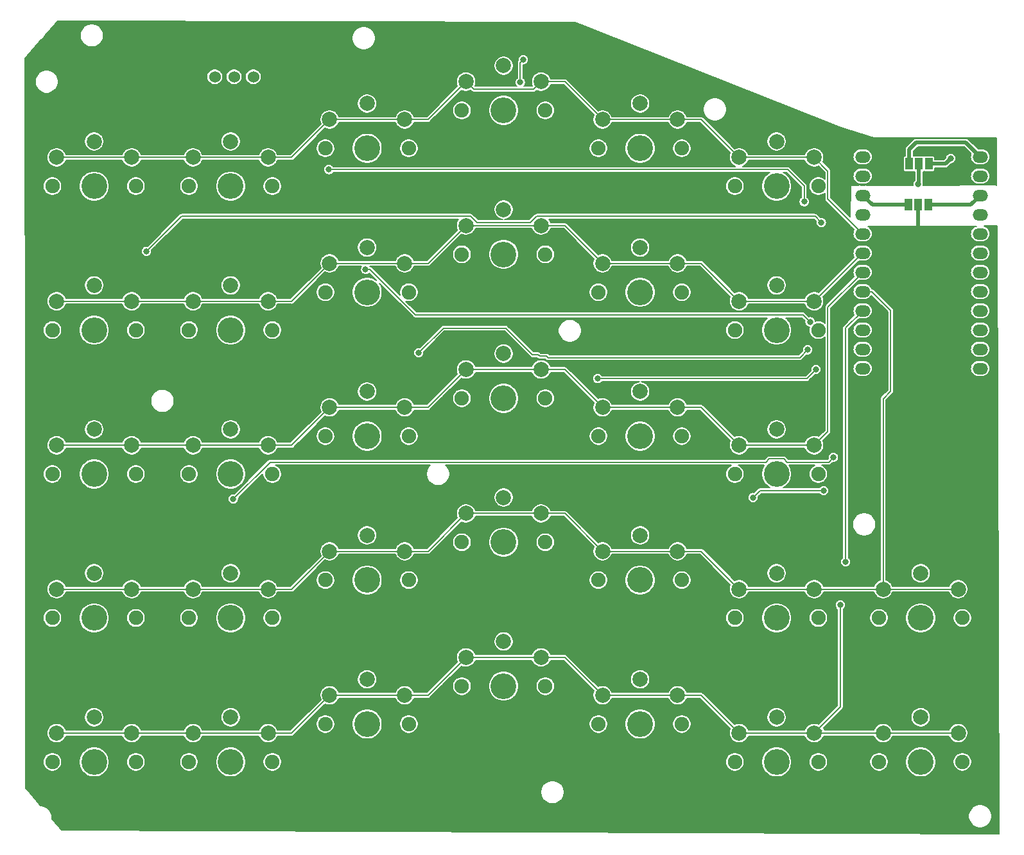
<source format=gbr>
%TF.GenerationSoftware,KiCad,Pcbnew,(5.1.7-0-10_14)*%
%TF.CreationDate,2022-11-13T20:21:01-08:00*%
%TF.ProjectId,swing-atreus-r,7377696e-672d-4617-9472-6575732d722e,rev?*%
%TF.SameCoordinates,Original*%
%TF.FileFunction,Copper,L2,Bot*%
%TF.FilePolarity,Positive*%
%FSLAX46Y46*%
G04 Gerber Fmt 4.6, Leading zero omitted, Abs format (unit mm)*
G04 Created by KiCad (PCBNEW (5.1.7-0-10_14)) date 2022-11-13 20:21:01*
%MOMM*%
%LPD*%
G01*
G04 APERTURE LIST*
%TA.AperFunction,SMDPad,CuDef*%
%ADD10R,1.000000X1.500000*%
%TD*%
%TA.AperFunction,ComponentPad*%
%ADD11O,2.000000X1.500000*%
%TD*%
%TA.AperFunction,ComponentPad*%
%ADD12C,2.000000*%
%TD*%
%TA.AperFunction,ComponentPad*%
%ADD13C,1.900000*%
%TD*%
%TA.AperFunction,ComponentPad*%
%ADD14C,3.400000*%
%TD*%
%TA.AperFunction,ComponentPad*%
%ADD15C,1.524000*%
%TD*%
%TA.AperFunction,ViaPad*%
%ADD16C,0.800000*%
%TD*%
%TA.AperFunction,Conductor*%
%ADD17C,0.200000*%
%TD*%
%TA.AperFunction,Conductor*%
%ADD18C,0.500000*%
%TD*%
%TA.AperFunction,Conductor*%
%ADD19C,0.100000*%
%TD*%
G04 APERTURE END LIST*
D10*
%TO.P,REF\u002A\u002A,1*%
%TO.N,Net-(SW1-Pad2)*%
X155280000Y-41950000D03*
%TO.P,REF\u002A\u002A,2*%
X156580000Y-41950000D03*
%TO.P,REF\u002A\u002A,3*%
%TO.N,Net-(U1-Pad1)*%
X157880000Y-41950000D03*
%TD*%
%TO.P,REF\u002A\u002A,1*%
%TO.N,GND*%
X155200000Y-47370000D03*
%TO.P,REF\u002A\u002A,2*%
X156500000Y-47370000D03*
%TO.P,REF\u002A\u002A,3*%
%TO.N,Net-(SW2-Pad1)*%
X157800000Y-47370000D03*
%TD*%
D11*
%TO.P,U1,24*%
%TO.N,Net-(SW1-Pad2)*%
X164650000Y-41030000D03*
%TO.P,U1,1*%
%TO.N,Net-(U1-Pad1)*%
X149150000Y-41030000D03*
%TO.P,U1,23*%
%TO.N,Net-(U1-Pad23)*%
X164650000Y-43570000D03*
%TO.P,U1,2*%
%TO.N,Net-(U1-Pad2)*%
X149150000Y-43570000D03*
%TO.P,U1,22*%
%TO.N,Net-(SW2-Pad1)*%
X164650000Y-46110000D03*
%TO.P,U1,3*%
%TO.N,GND*%
X149150000Y-46110000D03*
%TO.P,U1,21*%
%TO.N,Net-(U1-Pad21)*%
X164650000Y-48650000D03*
%TO.P,U1,4*%
%TO.N,GND*%
X149150000Y-48650000D03*
%TO.P,U1,20*%
%TO.N,/L_column1*%
X164650000Y-51190000D03*
%TO.P,U1,5*%
%TO.N,/L_Row1*%
X149150000Y-51190000D03*
%TO.P,U1,19*%
%TO.N,/L_column2*%
X164650000Y-53730000D03*
%TO.P,U1,6*%
%TO.N,/L_Row2*%
X149150000Y-53730000D03*
%TO.P,U1,18*%
%TO.N,/L_column3*%
X164650000Y-56270000D03*
%TO.P,U1,7*%
%TO.N,/L_Row3*%
X149150000Y-56270000D03*
%TO.P,U1,17*%
%TO.N,/L_column4*%
X164650000Y-58810000D03*
%TO.P,U1,8*%
%TO.N,/L_Row4*%
X149150000Y-58810000D03*
%TO.P,U1,16*%
%TO.N,/L_column5*%
X164650000Y-61350000D03*
%TO.P,U1,9*%
%TO.N,/L_Row5*%
X149150000Y-61350000D03*
%TO.P,U1,15*%
%TO.N,/L_column6*%
X164650000Y-63890000D03*
%TO.P,U1,10*%
%TO.N,Net-(U1-Pad10)*%
X149150000Y-63890000D03*
%TO.P,U1,14*%
%TO.N,/L_column7*%
X164650000Y-66430000D03*
%TO.P,U1,11*%
%TO.N,Net-(U1-Pad11)*%
X149150000Y-66430000D03*
%TO.P,U1,13*%
%TO.N,Net-(U1-Pad13)*%
X164650000Y-68970000D03*
%TO.P,U1,12*%
%TO.N,Net-(U1-Pad12)*%
X149150000Y-68970000D03*
%TD*%
D12*
%TO.P,SW4,1*%
%TO.N,/L_Row2*%
X42850000Y-60100000D03*
X52750000Y-60100000D03*
%TO.P,SW4,2*%
%TO.N,Net-(D2-Pad2)*%
X47800000Y-58000000D03*
D13*
%TO.P,SW4,*%
%TO.N,*%
X42300000Y-63900000D03*
X53300000Y-63900000D03*
D14*
X47800000Y-63900000D03*
%TD*%
D15*
%TO.P,SW1,1*%
%TO.N,Net-(SW1-Pad1)*%
X68786000Y-30456000D03*
%TO.P,SW1,2*%
%TO.N,Net-(SW1-Pad2)*%
X66246000Y-30456000D03*
%TO.P,SW1,3*%
%TO.N,Net-(J1-Pad1)*%
X63706000Y-30456000D03*
%TD*%
D14*
%TO.P,SW3,*%
%TO.N,*%
X47800000Y-44900000D03*
D13*
X53300000Y-44900000D03*
X42300000Y-44900000D03*
D12*
%TO.P,SW3,2*%
%TO.N,Net-(D1-Pad2)*%
X47800000Y-39000000D03*
%TO.P,SW3,1*%
%TO.N,/L_Row1*%
X52750000Y-41100000D03*
X42850000Y-41100000D03*
%TD*%
%TO.P,SW5,1*%
%TO.N,/L_Row3*%
X42850000Y-79100000D03*
X52750000Y-79100000D03*
%TO.P,SW5,2*%
%TO.N,Net-(D3-Pad2)*%
X47800000Y-77000000D03*
D13*
%TO.P,SW5,*%
%TO.N,*%
X42300000Y-82900000D03*
X53300000Y-82900000D03*
D14*
X47800000Y-82900000D03*
%TD*%
%TO.P,SW6,*%
%TO.N,*%
X47800000Y-101900000D03*
D13*
X53300000Y-101900000D03*
X42300000Y-101900000D03*
D12*
%TO.P,SW6,2*%
%TO.N,Net-(D4-Pad2)*%
X47800000Y-96000000D03*
%TO.P,SW6,1*%
%TO.N,/L_Row4*%
X52750000Y-98100000D03*
X42850000Y-98100000D03*
%TD*%
D14*
%TO.P,SW7,*%
%TO.N,*%
X47800000Y-120900000D03*
D13*
X53300000Y-120900000D03*
X42300000Y-120900000D03*
D12*
%TO.P,SW7,2*%
%TO.N,Net-(D5-Pad2)*%
X47800000Y-115000000D03*
%TO.P,SW7,1*%
%TO.N,/L_Row5*%
X52750000Y-117100000D03*
X42850000Y-117100000D03*
%TD*%
%TO.P,SW8,1*%
%TO.N,/L_Row1*%
X60850000Y-41100000D03*
X70750000Y-41100000D03*
%TO.P,SW8,2*%
%TO.N,Net-(D6-Pad2)*%
X65800000Y-39000000D03*
D13*
%TO.P,SW8,*%
%TO.N,*%
X60300000Y-44900000D03*
X71300000Y-44900000D03*
D14*
X65800000Y-44900000D03*
%TD*%
D12*
%TO.P,SW9,1*%
%TO.N,/L_Row2*%
X60850000Y-60100000D03*
X70750000Y-60100000D03*
%TO.P,SW9,2*%
%TO.N,Net-(D7-Pad2)*%
X65800000Y-58000000D03*
D13*
%TO.P,SW9,*%
%TO.N,*%
X60300000Y-63900000D03*
X71300000Y-63900000D03*
D14*
X65800000Y-63900000D03*
%TD*%
D12*
%TO.P,SW10,1*%
%TO.N,/L_Row3*%
X60850000Y-79100000D03*
X70750000Y-79100000D03*
%TO.P,SW10,2*%
%TO.N,Net-(D8-Pad2)*%
X65800000Y-77000000D03*
D13*
%TO.P,SW10,*%
%TO.N,*%
X60300000Y-82900000D03*
X71300000Y-82900000D03*
D14*
X65800000Y-82900000D03*
%TD*%
%TO.P,SW11,*%
%TO.N,*%
X65800000Y-101900000D03*
D13*
X71300000Y-101900000D03*
X60300000Y-101900000D03*
D12*
%TO.P,SW11,2*%
%TO.N,Net-(D9-Pad2)*%
X65800000Y-96000000D03*
%TO.P,SW11,1*%
%TO.N,/L_Row4*%
X70750000Y-98100000D03*
X60850000Y-98100000D03*
%TD*%
D14*
%TO.P,SW12,*%
%TO.N,*%
X65800000Y-120900000D03*
D13*
X71300000Y-120900000D03*
X60300000Y-120900000D03*
D12*
%TO.P,SW12,2*%
%TO.N,Net-(D10-Pad2)*%
X65800000Y-115000000D03*
%TO.P,SW12,1*%
%TO.N,/L_Row5*%
X70750000Y-117100000D03*
X60850000Y-117100000D03*
%TD*%
%TO.P,SW13,1*%
%TO.N,/L_Row1*%
X78850000Y-36100000D03*
X88750000Y-36100000D03*
%TO.P,SW13,2*%
%TO.N,Net-(D11-Pad2)*%
X83800000Y-34000000D03*
D13*
%TO.P,SW13,*%
%TO.N,*%
X78300000Y-39900000D03*
X89300000Y-39900000D03*
D14*
X83800000Y-39900000D03*
%TD*%
D12*
%TO.P,SW14,1*%
%TO.N,/L_Row2*%
X78850000Y-55100000D03*
X88750000Y-55100000D03*
%TO.P,SW14,2*%
%TO.N,Net-(D12-Pad2)*%
X83800000Y-53000000D03*
D13*
%TO.P,SW14,*%
%TO.N,*%
X78300000Y-58900000D03*
X89300000Y-58900000D03*
D14*
X83800000Y-58900000D03*
%TD*%
D12*
%TO.P,SW15,1*%
%TO.N,/L_Row3*%
X78850000Y-74100000D03*
X88750000Y-74100000D03*
%TO.P,SW15,2*%
%TO.N,Net-(D13-Pad2)*%
X83800000Y-72000000D03*
D13*
%TO.P,SW15,*%
%TO.N,*%
X78300000Y-77900000D03*
X89300000Y-77900000D03*
D14*
X83800000Y-77900000D03*
%TD*%
%TO.P,SW16,*%
%TO.N,*%
X83800000Y-96900000D03*
D13*
X89300000Y-96900000D03*
X78300000Y-96900000D03*
D12*
%TO.P,SW16,2*%
%TO.N,Net-(D14-Pad2)*%
X83800000Y-91000000D03*
%TO.P,SW16,1*%
%TO.N,/L_Row4*%
X88750000Y-93100000D03*
X78850000Y-93100000D03*
%TD*%
D14*
%TO.P,SW17,*%
%TO.N,*%
X83800000Y-115900000D03*
D13*
X89300000Y-115900000D03*
X78300000Y-115900000D03*
D12*
%TO.P,SW17,2*%
%TO.N,Net-(D15-Pad2)*%
X83800000Y-110000000D03*
%TO.P,SW17,1*%
%TO.N,/L_Row5*%
X88750000Y-112100000D03*
X78850000Y-112100000D03*
%TD*%
%TO.P,SW18,1*%
%TO.N,/L_Row1*%
X96850000Y-31100000D03*
X106750000Y-31100000D03*
%TO.P,SW18,2*%
%TO.N,Net-(D16-Pad2)*%
X101800000Y-29000000D03*
D13*
%TO.P,SW18,*%
%TO.N,*%
X96300000Y-34900000D03*
X107300000Y-34900000D03*
D14*
X101800000Y-34900000D03*
%TD*%
D12*
%TO.P,SW19,1*%
%TO.N,/L_Row2*%
X96850000Y-50100000D03*
X106750000Y-50100000D03*
%TO.P,SW19,2*%
%TO.N,Net-(D17-Pad2)*%
X101800000Y-48000000D03*
D13*
%TO.P,SW19,*%
%TO.N,*%
X96300000Y-53900000D03*
X107300000Y-53900000D03*
D14*
X101800000Y-53900000D03*
%TD*%
D12*
%TO.P,SW20,1*%
%TO.N,/L_Row3*%
X96850000Y-69100000D03*
X106750000Y-69100000D03*
%TO.P,SW20,2*%
%TO.N,Net-(D18-Pad2)*%
X101800000Y-67000000D03*
D13*
%TO.P,SW20,*%
%TO.N,*%
X96300000Y-72900000D03*
X107300000Y-72900000D03*
D14*
X101800000Y-72900000D03*
%TD*%
%TO.P,SW21,*%
%TO.N,*%
X101800000Y-91900000D03*
D13*
X107300000Y-91900000D03*
X96300000Y-91900000D03*
D12*
%TO.P,SW21,2*%
%TO.N,Net-(D19-Pad2)*%
X101800000Y-86000000D03*
%TO.P,SW21,1*%
%TO.N,/L_Row4*%
X106750000Y-88100000D03*
X96850000Y-88100000D03*
%TD*%
D14*
%TO.P,SW22,*%
%TO.N,*%
X101800000Y-110900000D03*
D13*
X107300000Y-110900000D03*
X96300000Y-110900000D03*
D12*
%TO.P,SW22,2*%
%TO.N,Net-(D20-Pad2)*%
X101800000Y-105000000D03*
%TO.P,SW22,1*%
%TO.N,/L_Row5*%
X106750000Y-107100000D03*
X96850000Y-107100000D03*
%TD*%
%TO.P,SW23,1*%
%TO.N,/L_Row1*%
X114850000Y-36100000D03*
X124750000Y-36100000D03*
%TO.P,SW23,2*%
%TO.N,Net-(D21-Pad2)*%
X119800000Y-34000000D03*
D13*
%TO.P,SW23,*%
%TO.N,*%
X114300000Y-39900000D03*
X125300000Y-39900000D03*
D14*
X119800000Y-39900000D03*
%TD*%
D12*
%TO.P,SW24,1*%
%TO.N,/L_Row2*%
X114850000Y-55100000D03*
X124750000Y-55100000D03*
%TO.P,SW24,2*%
%TO.N,Net-(D22-Pad2)*%
X119800000Y-53000000D03*
D13*
%TO.P,SW24,*%
%TO.N,*%
X114300000Y-58900000D03*
X125300000Y-58900000D03*
D14*
X119800000Y-58900000D03*
%TD*%
D12*
%TO.P,SW25,1*%
%TO.N,/L_Row3*%
X114850000Y-74100000D03*
X124750000Y-74100000D03*
%TO.P,SW25,2*%
%TO.N,Net-(D23-Pad2)*%
X119800000Y-72000000D03*
D13*
%TO.P,SW25,*%
%TO.N,*%
X114300000Y-77900000D03*
X125300000Y-77900000D03*
D14*
X119800000Y-77900000D03*
%TD*%
%TO.P,SW26,*%
%TO.N,*%
X119800000Y-96900000D03*
D13*
X125300000Y-96900000D03*
X114300000Y-96900000D03*
D12*
%TO.P,SW26,2*%
%TO.N,Net-(D24-Pad2)*%
X119800000Y-91000000D03*
%TO.P,SW26,1*%
%TO.N,/L_Row4*%
X124750000Y-93100000D03*
X114850000Y-93100000D03*
%TD*%
D14*
%TO.P,SW27,*%
%TO.N,*%
X119800000Y-115900000D03*
D13*
X125300000Y-115900000D03*
X114300000Y-115900000D03*
D12*
%TO.P,SW27,2*%
%TO.N,Net-(D25-Pad2)*%
X119800000Y-110000000D03*
%TO.P,SW27,1*%
%TO.N,/L_Row5*%
X124750000Y-112100000D03*
X114850000Y-112100000D03*
%TD*%
%TO.P,SW28,1*%
%TO.N,/L_Row1*%
X132850000Y-41100000D03*
X142750000Y-41100000D03*
%TO.P,SW28,2*%
%TO.N,Net-(D26-Pad2)*%
X137800000Y-39000000D03*
D13*
%TO.P,SW28,*%
%TO.N,*%
X132300000Y-44900000D03*
X143300000Y-44900000D03*
D14*
X137800000Y-44900000D03*
%TD*%
D12*
%TO.P,SW29,1*%
%TO.N,/L_Row2*%
X132850000Y-60100000D03*
X142750000Y-60100000D03*
%TO.P,SW29,2*%
%TO.N,Net-(D27-Pad2)*%
X137800000Y-58000000D03*
D13*
%TO.P,SW29,*%
%TO.N,*%
X132300000Y-63900000D03*
X143300000Y-63900000D03*
D14*
X137800000Y-63900000D03*
%TD*%
%TO.P,SW30,*%
%TO.N,*%
X137800000Y-82900000D03*
D13*
X143300000Y-82900000D03*
X132300000Y-82900000D03*
D12*
%TO.P,SW30,2*%
%TO.N,Net-(D28-Pad2)*%
X137800000Y-77000000D03*
%TO.P,SW30,1*%
%TO.N,/L_Row3*%
X142750000Y-79100000D03*
X132850000Y-79100000D03*
%TD*%
D14*
%TO.P,SW31,*%
%TO.N,*%
X137800000Y-101900000D03*
D13*
X143300000Y-101900000D03*
X132300000Y-101900000D03*
D12*
%TO.P,SW31,2*%
%TO.N,Net-(D29-Pad2)*%
X137800000Y-96000000D03*
%TO.P,SW31,1*%
%TO.N,/L_Row4*%
X142750000Y-98100000D03*
X132850000Y-98100000D03*
%TD*%
D14*
%TO.P,SW32,*%
%TO.N,*%
X137800000Y-120900000D03*
D13*
X143300000Y-120900000D03*
X132300000Y-120900000D03*
D12*
%TO.P,SW32,2*%
%TO.N,Net-(D30-Pad2)*%
X137800000Y-115000000D03*
%TO.P,SW32,1*%
%TO.N,/L_Row5*%
X142750000Y-117100000D03*
X132850000Y-117100000D03*
%TD*%
D14*
%TO.P,SW33,*%
%TO.N,*%
X156800000Y-101900000D03*
D13*
X162300000Y-101900000D03*
X151300000Y-101900000D03*
D12*
%TO.P,SW33,2*%
%TO.N,Net-(D31-Pad2)*%
X156800000Y-96000000D03*
%TO.P,SW33,1*%
%TO.N,/L_Row4*%
X161750000Y-98100000D03*
X151850000Y-98100000D03*
%TD*%
D14*
%TO.P,SW34,*%
%TO.N,*%
X156800000Y-120900000D03*
D13*
X162300000Y-120900000D03*
X151300000Y-120900000D03*
D12*
%TO.P,SW34,2*%
%TO.N,Net-(D32-Pad2)*%
X156800000Y-115000000D03*
%TO.P,SW34,1*%
%TO.N,/L_Row5*%
X161750000Y-117100000D03*
X151850000Y-117100000D03*
%TD*%
D16*
%TO.N,Net-(J1-Pad1)*%
X145300000Y-80700000D03*
X66149999Y-86199999D03*
%TO.N,GND*%
X153920000Y-71630000D03*
%TO.N,Net-(SW1-Pad2)*%
X78750000Y-42700000D03*
X141450000Y-46950000D03*
X156470002Y-44630000D03*
%TO.N,Net-(U1-Pad1)*%
X160760000Y-41250000D03*
%TO.N,/L_column1*%
X54700000Y-53500000D03*
X143700000Y-49700000D03*
%TO.N,/L_column2*%
X83600000Y-55900000D03*
X142203983Y-62803983D03*
%TO.N,/L_column3*%
X90600000Y-66900000D03*
X141900000Y-66500000D03*
%TO.N,/L_column4*%
X104400000Y-28200000D03*
X104000000Y-31200000D03*
X114200000Y-70300000D03*
X143000000Y-69100000D03*
%TO.N,/L_column5*%
X134700000Y-86000000D03*
X144000000Y-85100000D03*
%TO.N,/L_Row5*%
X146200000Y-100200000D03*
X146900000Y-94500000D03*
%TD*%
D17*
%TO.N,Net-(J1-Pad1)*%
X71019998Y-81330000D02*
X66149999Y-86199999D01*
X136839999Y-80899999D02*
X136409998Y-81330000D01*
X139190002Y-81330000D02*
X138760001Y-80899999D01*
X144670000Y-81330000D02*
X139190002Y-81330000D01*
X136409998Y-81330000D02*
X71019998Y-81330000D01*
X138760001Y-80899999D02*
X136839999Y-80899999D01*
X145300000Y-80700000D02*
X144670000Y-81330000D01*
D18*
%TO.N,GND*%
X153920000Y-71630000D02*
X153920000Y-53570000D01*
X156500000Y-50990000D02*
X156500000Y-47370000D01*
X153920000Y-53570000D02*
X156500000Y-50990000D01*
X150410000Y-47370000D02*
X155200000Y-47370000D01*
X149150000Y-46110000D02*
X150410000Y-47370000D01*
D17*
%TO.N,Net-(SW1-Pad2)*%
X78750000Y-42700000D02*
X139250000Y-42700000D01*
X139250000Y-42700000D02*
X141450000Y-44900000D01*
X141450000Y-44900000D02*
X141450000Y-46950000D01*
D18*
X155280000Y-41950000D02*
X155280000Y-40060000D01*
X155280000Y-40060000D02*
X156200000Y-39140000D01*
X162760000Y-39140000D02*
X164650000Y-41030000D01*
X156200000Y-39140000D02*
X162760000Y-39140000D01*
X156580000Y-44520002D02*
X156470002Y-44630000D01*
X156580000Y-41950000D02*
X156580000Y-44520002D01*
%TO.N,Net-(SW2-Pad1)*%
X163390000Y-47370000D02*
X164650000Y-46110000D01*
X157800000Y-47370000D02*
X163390000Y-47370000D01*
%TO.N,Net-(U1-Pad1)*%
X160060000Y-41950000D02*
X160760000Y-41250000D01*
X157880000Y-41950000D02*
X160060000Y-41950000D01*
D17*
%TO.N,/L_column1*%
X142872999Y-48872999D02*
X143700000Y-49700000D01*
X106161039Y-48872999D02*
X142872999Y-48872999D01*
X59327001Y-48872999D02*
X97438961Y-48872999D01*
X105334038Y-49700000D02*
X106161039Y-48872999D01*
X98265962Y-49700000D02*
X105334038Y-49700000D01*
X97438961Y-48872999D02*
X98265962Y-49700000D01*
X54700000Y-53500000D02*
X59327001Y-48872999D01*
%TO.N,/L_column2*%
X141299999Y-61899999D02*
X142203983Y-62803983D01*
X90165684Y-61899999D02*
X141299999Y-61899999D01*
X84165685Y-55900000D02*
X90165684Y-61899999D01*
X83600000Y-55900000D02*
X84165685Y-55900000D01*
%TO.N,/L_column3*%
X140850000Y-67550000D02*
X141900000Y-66500000D01*
X107661960Y-67550000D02*
X140850000Y-67550000D01*
X107461960Y-67350000D02*
X107661960Y-67550000D01*
X106550000Y-67350000D02*
X107461960Y-67350000D01*
X106350000Y-67150000D02*
X106550000Y-67350000D01*
X105600000Y-67150000D02*
X106350000Y-67150000D01*
X102100000Y-63650000D02*
X105600000Y-67150000D01*
X93850000Y-63650000D02*
X102100000Y-63650000D01*
X90600000Y-66900000D02*
X93850000Y-63650000D01*
%TO.N,/L_column4*%
X104000000Y-28600000D02*
X104000000Y-31200000D01*
X104400000Y-28200000D02*
X104000000Y-28600000D01*
X141800000Y-70300000D02*
X143000000Y-69100000D01*
X114200000Y-70300000D02*
X141800000Y-70300000D01*
%TO.N,/L_column5*%
X135600000Y-85100000D02*
X144000000Y-85100000D01*
X134700000Y-86000000D02*
X135600000Y-85100000D01*
%TO.N,/L_Row1*%
X42850000Y-41100000D02*
X52750000Y-41100000D01*
X52750000Y-41100000D02*
X60850000Y-41100000D01*
X60850000Y-41100000D02*
X70750000Y-41100000D01*
X73850000Y-41100000D02*
X78850000Y-36100000D01*
X70750000Y-41100000D02*
X73850000Y-41100000D01*
X78850000Y-36100000D02*
X88750000Y-36100000D01*
X91850000Y-36100000D02*
X96850000Y-31100000D01*
X88750000Y-36100000D02*
X91850000Y-36100000D01*
X109850000Y-31100000D02*
X114850000Y-36100000D01*
X106750000Y-31100000D02*
X109850000Y-31100000D01*
X114850000Y-36100000D02*
X124750000Y-36100000D01*
X127850000Y-36100000D02*
X132850000Y-41100000D01*
X124750000Y-36100000D02*
X127850000Y-36100000D01*
X132850000Y-41100000D02*
X142750000Y-41100000D01*
X144550001Y-46590001D02*
X149150000Y-51190000D01*
X144550001Y-42900001D02*
X144550001Y-46590001D01*
X142750000Y-41100000D02*
X144550001Y-42900001D01*
X105750001Y-32099999D02*
X106750000Y-31100000D01*
X97849999Y-32099999D02*
X105750001Y-32099999D01*
X96850000Y-31100000D02*
X97849999Y-32099999D01*
%TO.N,/L_Row2*%
X42850000Y-60100000D02*
X52750000Y-60100000D01*
X52750000Y-60100000D02*
X60850000Y-60100000D01*
X60850000Y-60100000D02*
X70750000Y-60100000D01*
X73850000Y-60100000D02*
X78850000Y-55100000D01*
X70750000Y-60100000D02*
X73850000Y-60100000D01*
X78850000Y-55100000D02*
X88750000Y-55100000D01*
X91850000Y-55100000D02*
X96850000Y-50100000D01*
X88750000Y-55100000D02*
X91850000Y-55100000D01*
X96850000Y-50100000D02*
X106750000Y-50100000D01*
X109850000Y-50100000D02*
X114850000Y-55100000D01*
X106750000Y-50100000D02*
X109850000Y-50100000D01*
X114850000Y-55100000D02*
X124750000Y-55100000D01*
X127850000Y-55100000D02*
X132850000Y-60100000D01*
X124750000Y-55100000D02*
X127850000Y-55100000D01*
X132850000Y-60100000D02*
X142750000Y-60100000D01*
X149120000Y-53730000D02*
X149150000Y-53730000D01*
X142750000Y-60100000D02*
X149120000Y-53730000D01*
%TO.N,/L_Row3*%
X42850000Y-79100000D02*
X52750000Y-79100000D01*
X52750000Y-79100000D02*
X60850000Y-79100000D01*
X60850000Y-79100000D02*
X70750000Y-79100000D01*
X73850000Y-79100000D02*
X78850000Y-74100000D01*
X70750000Y-79100000D02*
X73850000Y-79100000D01*
X78850000Y-74100000D02*
X88750000Y-74100000D01*
X91850000Y-74100000D02*
X96850000Y-69100000D01*
X88750000Y-74100000D02*
X91850000Y-74100000D01*
X96850000Y-69100000D02*
X106750000Y-69100000D01*
X109850000Y-69100000D02*
X114850000Y-74100000D01*
X106750000Y-69100000D02*
X109850000Y-69100000D01*
X114850000Y-74100000D02*
X124750000Y-74100000D01*
X127850000Y-74100000D02*
X132850000Y-79100000D01*
X124750000Y-74100000D02*
X127850000Y-74100000D01*
X132850000Y-79100000D02*
X142750000Y-79100000D01*
X144550001Y-60869999D02*
X149150000Y-56270000D01*
X144550001Y-77299999D02*
X144550001Y-60869999D01*
X142750000Y-79100000D02*
X144550001Y-77299999D01*
%TO.N,/L_Row4*%
X42850000Y-98100000D02*
X52750000Y-98100000D01*
X52750000Y-98100000D02*
X60850000Y-98100000D01*
X60850000Y-98100000D02*
X70750000Y-98100000D01*
X73850000Y-98100000D02*
X78850000Y-93100000D01*
X70750000Y-98100000D02*
X73850000Y-98100000D01*
X78850000Y-93100000D02*
X88750000Y-93100000D01*
X91850000Y-93100000D02*
X96850000Y-88100000D01*
X88750000Y-93100000D02*
X91850000Y-93100000D01*
X96850000Y-88100000D02*
X106750000Y-88100000D01*
X109850000Y-88100000D02*
X114850000Y-93100000D01*
X106750000Y-88100000D02*
X109850000Y-88100000D01*
X114850000Y-93100000D02*
X124750000Y-93100000D01*
X127850000Y-93100000D02*
X132850000Y-98100000D01*
X124750000Y-93100000D02*
X127850000Y-93100000D01*
X132850000Y-98100000D02*
X142750000Y-98100000D01*
X142750000Y-98100000D02*
X151850000Y-98100000D01*
X151850000Y-98100000D02*
X161750000Y-98100000D01*
X151850000Y-98100000D02*
X151850000Y-72953996D01*
X152849999Y-71953997D02*
X152849999Y-61309999D01*
X150350000Y-58810000D02*
X149150000Y-58810000D01*
X152849999Y-61309999D02*
X150350000Y-58810000D01*
X151850000Y-72953996D02*
X152849999Y-71953997D01*
%TO.N,/L_Row5*%
X42850000Y-117100000D02*
X52750000Y-117100000D01*
X52750000Y-117100000D02*
X60850000Y-117100000D01*
X60850000Y-117100000D02*
X70750000Y-117100000D01*
X73850000Y-117100000D02*
X78850000Y-112100000D01*
X70750000Y-117100000D02*
X73850000Y-117100000D01*
X78850000Y-112100000D02*
X88750000Y-112100000D01*
X91850000Y-112100000D02*
X96850000Y-107100000D01*
X88750000Y-112100000D02*
X91850000Y-112100000D01*
X96850000Y-107100000D02*
X106750000Y-107100000D01*
X109850000Y-107100000D02*
X114850000Y-112100000D01*
X106750000Y-107100000D02*
X109850000Y-107100000D01*
X114850000Y-112100000D02*
X124750000Y-112100000D01*
X127850000Y-112100000D02*
X132850000Y-117100000D01*
X124750000Y-112100000D02*
X127850000Y-112100000D01*
X132850000Y-117100000D02*
X142750000Y-117100000D01*
X143500000Y-117100000D02*
X143800000Y-116800000D01*
X142750000Y-117100000D02*
X143500000Y-117100000D01*
X142750000Y-117100000D02*
X151850000Y-117100000D01*
X151850000Y-117100000D02*
X161750000Y-117100000D01*
X146200000Y-113650000D02*
X146200000Y-100200000D01*
X142750000Y-117100000D02*
X146200000Y-113650000D01*
X146900000Y-63600000D02*
X149150000Y-61350000D01*
X146900000Y-94500000D02*
X146900000Y-63600000D01*
%TD*%
%TO.N,GND*%
X111280765Y-23249958D02*
X146263090Y-37142939D01*
X146269364Y-37145191D01*
X150619364Y-38545191D01*
X150638523Y-38549339D01*
X150650000Y-38550000D01*
X166800326Y-38550000D01*
X166820546Y-44754152D01*
X166807846Y-44747438D01*
X166789061Y-44741833D01*
X166769543Y-44740001D01*
X157153093Y-44783951D01*
X157170002Y-44698944D01*
X157170002Y-44561056D01*
X157143101Y-44425818D01*
X157130000Y-44394189D01*
X157130000Y-43570000D01*
X163344920Y-43570000D01*
X163365193Y-43775836D01*
X163425233Y-43973762D01*
X163522733Y-44156171D01*
X163653946Y-44316054D01*
X163813829Y-44447267D01*
X163996238Y-44544767D01*
X164194164Y-44604807D01*
X164348422Y-44620000D01*
X164951578Y-44620000D01*
X165105836Y-44604807D01*
X165303762Y-44544767D01*
X165486171Y-44447267D01*
X165646054Y-44316054D01*
X165777267Y-44156171D01*
X165874767Y-43973762D01*
X165934807Y-43775836D01*
X165955080Y-43570000D01*
X165934807Y-43364164D01*
X165874767Y-43166238D01*
X165777267Y-42983829D01*
X165646054Y-42823946D01*
X165486171Y-42692733D01*
X165303762Y-42595233D01*
X165105836Y-42535193D01*
X164951578Y-42520000D01*
X164348422Y-42520000D01*
X164194164Y-42535193D01*
X163996238Y-42595233D01*
X163813829Y-42692733D01*
X163653946Y-42823946D01*
X163522733Y-42983829D01*
X163425233Y-43166238D01*
X163365193Y-43364164D01*
X163344920Y-43570000D01*
X157130000Y-43570000D01*
X157130000Y-42996527D01*
X157138810Y-42995659D01*
X157195360Y-42978504D01*
X157230000Y-42959989D01*
X157264640Y-42978504D01*
X157321190Y-42995659D01*
X157380000Y-43001451D01*
X158380000Y-43001451D01*
X158438810Y-42995659D01*
X158495360Y-42978504D01*
X158547477Y-42950647D01*
X158593158Y-42913158D01*
X158630647Y-42867477D01*
X158658504Y-42815360D01*
X158675659Y-42758810D01*
X158681451Y-42700000D01*
X158681451Y-42500000D01*
X160032992Y-42500000D01*
X160060000Y-42502660D01*
X160087008Y-42500000D01*
X160087018Y-42500000D01*
X160167819Y-42492042D01*
X160271494Y-42460592D01*
X160367042Y-42409521D01*
X160450790Y-42340790D01*
X160468013Y-42319804D01*
X160840020Y-41947797D01*
X160964182Y-41923099D01*
X161091574Y-41870332D01*
X161206224Y-41793726D01*
X161303726Y-41696224D01*
X161380332Y-41581574D01*
X161433099Y-41454182D01*
X161460000Y-41318944D01*
X161460000Y-41181056D01*
X161433099Y-41045818D01*
X161380332Y-40918426D01*
X161303726Y-40803776D01*
X161206224Y-40706274D01*
X161091574Y-40629668D01*
X160964182Y-40576901D01*
X160828944Y-40550000D01*
X160691056Y-40550000D01*
X160555818Y-40576901D01*
X160428426Y-40629668D01*
X160313776Y-40706274D01*
X160216274Y-40803776D01*
X160139668Y-40918426D01*
X160086901Y-41045818D01*
X160062203Y-41169980D01*
X159832183Y-41400000D01*
X158681451Y-41400000D01*
X158681451Y-41200000D01*
X158675659Y-41141190D01*
X158658504Y-41084640D01*
X158630647Y-41032523D01*
X158593158Y-40986842D01*
X158547477Y-40949353D01*
X158495360Y-40921496D01*
X158438810Y-40904341D01*
X158380000Y-40898549D01*
X157380000Y-40898549D01*
X157321190Y-40904341D01*
X157264640Y-40921496D01*
X157230000Y-40940011D01*
X157195360Y-40921496D01*
X157138810Y-40904341D01*
X157080000Y-40898549D01*
X156080000Y-40898549D01*
X156021190Y-40904341D01*
X155964640Y-40921496D01*
X155930000Y-40940011D01*
X155895360Y-40921496D01*
X155838810Y-40904341D01*
X155830000Y-40903473D01*
X155830000Y-40287817D01*
X156427818Y-39690000D01*
X162532183Y-39690000D01*
X163440277Y-40598094D01*
X163425233Y-40626238D01*
X163365193Y-40824164D01*
X163344920Y-41030000D01*
X163365193Y-41235836D01*
X163425233Y-41433762D01*
X163522733Y-41616171D01*
X163653946Y-41776054D01*
X163813829Y-41907267D01*
X163996238Y-42004767D01*
X164194164Y-42064807D01*
X164348422Y-42080000D01*
X164951578Y-42080000D01*
X165105836Y-42064807D01*
X165303762Y-42004767D01*
X165486171Y-41907267D01*
X165646054Y-41776054D01*
X165777267Y-41616171D01*
X165874767Y-41433762D01*
X165934807Y-41235836D01*
X165955080Y-41030000D01*
X165934807Y-40824164D01*
X165874767Y-40626238D01*
X165777267Y-40443829D01*
X165646054Y-40283946D01*
X165486171Y-40152733D01*
X165303762Y-40055233D01*
X165105836Y-39995193D01*
X164951578Y-39980000D01*
X164377817Y-39980000D01*
X163168013Y-38770196D01*
X163150790Y-38749210D01*
X163067042Y-38680479D01*
X162971494Y-38629408D01*
X162867819Y-38597958D01*
X162787018Y-38590000D01*
X162787008Y-38590000D01*
X162760000Y-38587340D01*
X162732992Y-38590000D01*
X156227007Y-38590000D01*
X156199999Y-38587340D01*
X156172991Y-38590000D01*
X156172982Y-38590000D01*
X156092181Y-38597958D01*
X155988506Y-38629408D01*
X155892958Y-38680479D01*
X155892956Y-38680480D01*
X155892957Y-38680480D01*
X155830195Y-38731987D01*
X155830190Y-38731992D01*
X155809210Y-38749210D01*
X155791992Y-38770190D01*
X154910191Y-39651992D01*
X154889211Y-39669210D01*
X154871993Y-39690190D01*
X154871987Y-39690196D01*
X154820479Y-39752958D01*
X154769409Y-39848506D01*
X154737959Y-39952182D01*
X154727340Y-40060000D01*
X154730001Y-40087018D01*
X154730001Y-40903473D01*
X154721190Y-40904341D01*
X154664640Y-40921496D01*
X154612523Y-40949353D01*
X154566842Y-40986842D01*
X154529353Y-41032523D01*
X154501496Y-41084640D01*
X154484341Y-41141190D01*
X154478549Y-41200000D01*
X154478549Y-42700000D01*
X154484341Y-42758810D01*
X154501496Y-42815360D01*
X154529353Y-42867477D01*
X154566842Y-42913158D01*
X154612523Y-42950647D01*
X154664640Y-42978504D01*
X154721190Y-42995659D01*
X154780000Y-43001451D01*
X155780000Y-43001451D01*
X155838810Y-42995659D01*
X155895360Y-42978504D01*
X155930000Y-42959989D01*
X155964640Y-42978504D01*
X156021190Y-42995659D01*
X156030000Y-42996527D01*
X156030001Y-44082116D01*
X156023778Y-44086274D01*
X155926276Y-44183776D01*
X155849670Y-44298426D01*
X155796903Y-44425818D01*
X155770002Y-44561056D01*
X155770002Y-44698944D01*
X155788152Y-44790190D01*
X149831221Y-44817415D01*
X149781839Y-44797616D01*
X149518469Y-44748340D01*
X149417157Y-44819307D01*
X148886306Y-44821733D01*
X148781531Y-44748340D01*
X148518161Y-44797616D01*
X148453069Y-44823713D01*
X147639436Y-44827432D01*
X147621322Y-44829170D01*
X147602510Y-44834681D01*
X147585133Y-44843757D01*
X147569862Y-44856048D01*
X147557281Y-44871082D01*
X147547875Y-44888281D01*
X147542005Y-44906985D01*
X147539898Y-44926475D01*
X147501188Y-48975503D01*
X144950001Y-46424316D01*
X144950001Y-43570000D01*
X147844920Y-43570000D01*
X147865193Y-43775836D01*
X147925233Y-43973762D01*
X148022733Y-44156171D01*
X148153946Y-44316054D01*
X148313829Y-44447267D01*
X148496238Y-44544767D01*
X148694164Y-44604807D01*
X148848422Y-44620000D01*
X149451578Y-44620000D01*
X149605836Y-44604807D01*
X149803762Y-44544767D01*
X149986171Y-44447267D01*
X150146054Y-44316054D01*
X150277267Y-44156171D01*
X150374767Y-43973762D01*
X150434807Y-43775836D01*
X150455080Y-43570000D01*
X150434807Y-43364164D01*
X150374767Y-43166238D01*
X150277267Y-42983829D01*
X150146054Y-42823946D01*
X149986171Y-42692733D01*
X149803762Y-42595233D01*
X149605836Y-42535193D01*
X149451578Y-42520000D01*
X148848422Y-42520000D01*
X148694164Y-42535193D01*
X148496238Y-42595233D01*
X148313829Y-42692733D01*
X148153946Y-42823946D01*
X148022733Y-42983829D01*
X147925233Y-43166238D01*
X147865193Y-43364164D01*
X147844920Y-43570000D01*
X144950001Y-43570000D01*
X144950001Y-42919648D01*
X144951936Y-42900001D01*
X144944213Y-42821587D01*
X144921341Y-42746187D01*
X144884198Y-42676698D01*
X144846736Y-42631050D01*
X144846734Y-42631048D01*
X144834212Y-42615790D01*
X144818955Y-42603269D01*
X143910662Y-41694977D01*
X144000042Y-41479196D01*
X144050000Y-41228039D01*
X144050000Y-41030000D01*
X147844920Y-41030000D01*
X147865193Y-41235836D01*
X147925233Y-41433762D01*
X148022733Y-41616171D01*
X148153946Y-41776054D01*
X148313829Y-41907267D01*
X148496238Y-42004767D01*
X148694164Y-42064807D01*
X148848422Y-42080000D01*
X149451578Y-42080000D01*
X149605836Y-42064807D01*
X149803762Y-42004767D01*
X149986171Y-41907267D01*
X150146054Y-41776054D01*
X150277267Y-41616171D01*
X150374767Y-41433762D01*
X150434807Y-41235836D01*
X150455080Y-41030000D01*
X150434807Y-40824164D01*
X150374767Y-40626238D01*
X150277267Y-40443829D01*
X150146054Y-40283946D01*
X149986171Y-40152733D01*
X149803762Y-40055233D01*
X149605836Y-39995193D01*
X149451578Y-39980000D01*
X148848422Y-39980000D01*
X148694164Y-39995193D01*
X148496238Y-40055233D01*
X148313829Y-40152733D01*
X148153946Y-40283946D01*
X148022733Y-40443829D01*
X147925233Y-40626238D01*
X147865193Y-40824164D01*
X147844920Y-41030000D01*
X144050000Y-41030000D01*
X144050000Y-40971961D01*
X144000042Y-40720804D01*
X143902045Y-40484219D01*
X143759776Y-40271298D01*
X143578702Y-40090224D01*
X143365781Y-39947955D01*
X143129196Y-39849958D01*
X142878039Y-39800000D01*
X142621961Y-39800000D01*
X142370804Y-39849958D01*
X142134219Y-39947955D01*
X141921298Y-40090224D01*
X141740224Y-40271298D01*
X141597955Y-40484219D01*
X141508575Y-40700000D01*
X134091425Y-40700000D01*
X134002045Y-40484219D01*
X133859776Y-40271298D01*
X133678702Y-40090224D01*
X133465781Y-39947955D01*
X133229196Y-39849958D01*
X132978039Y-39800000D01*
X132721961Y-39800000D01*
X132470804Y-39849958D01*
X132255023Y-39939338D01*
X131187646Y-38871961D01*
X136500000Y-38871961D01*
X136500000Y-39128039D01*
X136549958Y-39379196D01*
X136647955Y-39615781D01*
X136790224Y-39828702D01*
X136971298Y-40009776D01*
X137184219Y-40152045D01*
X137420804Y-40250042D01*
X137671961Y-40300000D01*
X137928039Y-40300000D01*
X138179196Y-40250042D01*
X138415781Y-40152045D01*
X138628702Y-40009776D01*
X138809776Y-39828702D01*
X138952045Y-39615781D01*
X139050042Y-39379196D01*
X139100000Y-39128039D01*
X139100000Y-38871961D01*
X139050042Y-38620804D01*
X138952045Y-38384219D01*
X138809776Y-38171298D01*
X138628702Y-37990224D01*
X138415781Y-37847955D01*
X138179196Y-37749958D01*
X137928039Y-37700000D01*
X137671961Y-37700000D01*
X137420804Y-37749958D01*
X137184219Y-37847955D01*
X136971298Y-37990224D01*
X136790224Y-38171298D01*
X136647955Y-38384219D01*
X136549958Y-38620804D01*
X136500000Y-38871961D01*
X131187646Y-38871961D01*
X128146735Y-35831050D01*
X128134211Y-35815789D01*
X128073303Y-35765803D01*
X128003814Y-35728660D01*
X127928414Y-35705788D01*
X127869647Y-35700000D01*
X127869646Y-35700000D01*
X127850000Y-35698065D01*
X127830354Y-35700000D01*
X125991425Y-35700000D01*
X125902045Y-35484219D01*
X125759776Y-35271298D01*
X125578702Y-35090224D01*
X125365781Y-34947955D01*
X125129196Y-34849958D01*
X124878039Y-34800000D01*
X124621961Y-34800000D01*
X124370804Y-34849958D01*
X124134219Y-34947955D01*
X123921298Y-35090224D01*
X123740224Y-35271298D01*
X123597955Y-35484219D01*
X123508575Y-35700000D01*
X116091425Y-35700000D01*
X116002045Y-35484219D01*
X115859776Y-35271298D01*
X115678702Y-35090224D01*
X115465781Y-34947955D01*
X115229196Y-34849958D01*
X114978039Y-34800000D01*
X114721961Y-34800000D01*
X114470804Y-34849958D01*
X114255023Y-34939338D01*
X113187646Y-33871961D01*
X118500000Y-33871961D01*
X118500000Y-34128039D01*
X118549958Y-34379196D01*
X118647955Y-34615781D01*
X118790224Y-34828702D01*
X118971298Y-35009776D01*
X119184219Y-35152045D01*
X119420804Y-35250042D01*
X119671961Y-35300000D01*
X119928039Y-35300000D01*
X120179196Y-35250042D01*
X120415781Y-35152045D01*
X120628702Y-35009776D01*
X120809776Y-34828702D01*
X120952045Y-34615781D01*
X120959684Y-34597338D01*
X128100000Y-34597338D01*
X128100000Y-34902662D01*
X128159565Y-35202118D01*
X128276408Y-35484200D01*
X128446036Y-35738068D01*
X128661932Y-35953964D01*
X128915800Y-36123592D01*
X129197882Y-36240435D01*
X129497338Y-36300000D01*
X129802662Y-36300000D01*
X130102118Y-36240435D01*
X130384200Y-36123592D01*
X130638068Y-35953964D01*
X130853964Y-35738068D01*
X131023592Y-35484200D01*
X131140435Y-35202118D01*
X131200000Y-34902662D01*
X131200000Y-34597338D01*
X131140435Y-34297882D01*
X131023592Y-34015800D01*
X130853964Y-33761932D01*
X130638068Y-33546036D01*
X130384200Y-33376408D01*
X130102118Y-33259565D01*
X129802662Y-33200000D01*
X129497338Y-33200000D01*
X129197882Y-33259565D01*
X128915800Y-33376408D01*
X128661932Y-33546036D01*
X128446036Y-33761932D01*
X128276408Y-34015800D01*
X128159565Y-34297882D01*
X128100000Y-34597338D01*
X120959684Y-34597338D01*
X121050042Y-34379196D01*
X121100000Y-34128039D01*
X121100000Y-33871961D01*
X121050042Y-33620804D01*
X120952045Y-33384219D01*
X120809776Y-33171298D01*
X120628702Y-32990224D01*
X120415781Y-32847955D01*
X120179196Y-32749958D01*
X119928039Y-32700000D01*
X119671961Y-32700000D01*
X119420804Y-32749958D01*
X119184219Y-32847955D01*
X118971298Y-32990224D01*
X118790224Y-33171298D01*
X118647955Y-33384219D01*
X118549958Y-33620804D01*
X118500000Y-33871961D01*
X113187646Y-33871961D01*
X110146737Y-30831052D01*
X110134211Y-30815789D01*
X110073303Y-30765803D01*
X110003814Y-30728660D01*
X109928414Y-30705788D01*
X109869647Y-30700000D01*
X109869646Y-30700000D01*
X109850000Y-30698065D01*
X109830354Y-30700000D01*
X107991425Y-30700000D01*
X107902045Y-30484219D01*
X107759776Y-30271298D01*
X107578702Y-30090224D01*
X107365781Y-29947955D01*
X107129196Y-29849958D01*
X106878039Y-29800000D01*
X106621961Y-29800000D01*
X106370804Y-29849958D01*
X106134219Y-29947955D01*
X105921298Y-30090224D01*
X105740224Y-30271298D01*
X105597955Y-30484219D01*
X105499958Y-30720804D01*
X105450000Y-30971961D01*
X105450000Y-31228039D01*
X105499958Y-31479196D01*
X105589338Y-31694977D01*
X105584316Y-31699999D01*
X104489951Y-31699999D01*
X104543726Y-31646224D01*
X104620332Y-31531574D01*
X104673099Y-31404182D01*
X104700000Y-31268944D01*
X104700000Y-31131056D01*
X104673099Y-30995818D01*
X104620332Y-30868426D01*
X104543726Y-30753776D01*
X104446224Y-30656274D01*
X104400000Y-30625388D01*
X104400000Y-28900000D01*
X104468944Y-28900000D01*
X104604182Y-28873099D01*
X104731574Y-28820332D01*
X104846224Y-28743726D01*
X104943726Y-28646224D01*
X105020332Y-28531574D01*
X105073099Y-28404182D01*
X105100000Y-28268944D01*
X105100000Y-28131056D01*
X105073099Y-27995818D01*
X105020332Y-27868426D01*
X104943726Y-27753776D01*
X104846224Y-27656274D01*
X104731574Y-27579668D01*
X104604182Y-27526901D01*
X104468944Y-27500000D01*
X104331056Y-27500000D01*
X104195818Y-27526901D01*
X104068426Y-27579668D01*
X103953776Y-27656274D01*
X103856274Y-27753776D01*
X103779668Y-27868426D01*
X103726901Y-27995818D01*
X103700000Y-28131056D01*
X103700000Y-28268944D01*
X103710581Y-28322135D01*
X103665803Y-28376698D01*
X103628660Y-28446187D01*
X103621755Y-28468951D01*
X103605788Y-28521587D01*
X103598065Y-28600000D01*
X103600000Y-28619647D01*
X103600001Y-30625388D01*
X103553776Y-30656274D01*
X103456274Y-30753776D01*
X103379668Y-30868426D01*
X103326901Y-30995818D01*
X103300000Y-31131056D01*
X103300000Y-31268944D01*
X103326901Y-31404182D01*
X103379668Y-31531574D01*
X103456274Y-31646224D01*
X103510049Y-31699999D01*
X98015685Y-31699999D01*
X98010662Y-31694977D01*
X98100042Y-31479196D01*
X98150000Y-31228039D01*
X98150000Y-30971961D01*
X98100042Y-30720804D01*
X98002045Y-30484219D01*
X97859776Y-30271298D01*
X97678702Y-30090224D01*
X97465781Y-29947955D01*
X97229196Y-29849958D01*
X96978039Y-29800000D01*
X96721961Y-29800000D01*
X96470804Y-29849958D01*
X96234219Y-29947955D01*
X96021298Y-30090224D01*
X95840224Y-30271298D01*
X95697955Y-30484219D01*
X95599958Y-30720804D01*
X95550000Y-30971961D01*
X95550000Y-31228039D01*
X95599958Y-31479196D01*
X95689338Y-31694977D01*
X91684315Y-35700000D01*
X89991425Y-35700000D01*
X89902045Y-35484219D01*
X89759776Y-35271298D01*
X89578702Y-35090224D01*
X89365781Y-34947955D01*
X89129196Y-34849958D01*
X88878039Y-34800000D01*
X88621961Y-34800000D01*
X88370804Y-34849958D01*
X88134219Y-34947955D01*
X87921298Y-35090224D01*
X87740224Y-35271298D01*
X87597955Y-35484219D01*
X87508575Y-35700000D01*
X80091425Y-35700000D01*
X80002045Y-35484219D01*
X79859776Y-35271298D01*
X79678702Y-35090224D01*
X79465781Y-34947955D01*
X79229196Y-34849958D01*
X78978039Y-34800000D01*
X78721961Y-34800000D01*
X78470804Y-34849958D01*
X78234219Y-34947955D01*
X78021298Y-35090224D01*
X77840224Y-35271298D01*
X77697955Y-35484219D01*
X77599958Y-35720804D01*
X77550000Y-35971961D01*
X77550000Y-36228039D01*
X77599958Y-36479196D01*
X77689338Y-36694977D01*
X73684315Y-40700000D01*
X71991425Y-40700000D01*
X71902045Y-40484219D01*
X71759776Y-40271298D01*
X71578702Y-40090224D01*
X71365781Y-39947955D01*
X71129196Y-39849958D01*
X70878039Y-39800000D01*
X70621961Y-39800000D01*
X70370804Y-39849958D01*
X70134219Y-39947955D01*
X69921298Y-40090224D01*
X69740224Y-40271298D01*
X69597955Y-40484219D01*
X69508575Y-40700000D01*
X62091425Y-40700000D01*
X62002045Y-40484219D01*
X61859776Y-40271298D01*
X61678702Y-40090224D01*
X61465781Y-39947955D01*
X61229196Y-39849958D01*
X60978039Y-39800000D01*
X60721961Y-39800000D01*
X60470804Y-39849958D01*
X60234219Y-39947955D01*
X60021298Y-40090224D01*
X59840224Y-40271298D01*
X59697955Y-40484219D01*
X59608575Y-40700000D01*
X53991425Y-40700000D01*
X53902045Y-40484219D01*
X53759776Y-40271298D01*
X53578702Y-40090224D01*
X53365781Y-39947955D01*
X53129196Y-39849958D01*
X52878039Y-39800000D01*
X52621961Y-39800000D01*
X52370804Y-39849958D01*
X52134219Y-39947955D01*
X51921298Y-40090224D01*
X51740224Y-40271298D01*
X51597955Y-40484219D01*
X51508575Y-40700000D01*
X44091425Y-40700000D01*
X44002045Y-40484219D01*
X43859776Y-40271298D01*
X43678702Y-40090224D01*
X43465781Y-39947955D01*
X43229196Y-39849958D01*
X42978039Y-39800000D01*
X42721961Y-39800000D01*
X42470804Y-39849958D01*
X42234219Y-39947955D01*
X42021298Y-40090224D01*
X41840224Y-40271298D01*
X41697955Y-40484219D01*
X41599958Y-40720804D01*
X41550000Y-40971961D01*
X41550000Y-41228039D01*
X41599958Y-41479196D01*
X41697955Y-41715781D01*
X41840224Y-41928702D01*
X42021298Y-42109776D01*
X42234219Y-42252045D01*
X42470804Y-42350042D01*
X42721961Y-42400000D01*
X42978039Y-42400000D01*
X43229196Y-42350042D01*
X43465781Y-42252045D01*
X43678702Y-42109776D01*
X43859776Y-41928702D01*
X44002045Y-41715781D01*
X44091425Y-41500000D01*
X51508575Y-41500000D01*
X51597955Y-41715781D01*
X51740224Y-41928702D01*
X51921298Y-42109776D01*
X52134219Y-42252045D01*
X52370804Y-42350042D01*
X52621961Y-42400000D01*
X52878039Y-42400000D01*
X53129196Y-42350042D01*
X53365781Y-42252045D01*
X53578702Y-42109776D01*
X53759776Y-41928702D01*
X53902045Y-41715781D01*
X53991425Y-41500000D01*
X59608575Y-41500000D01*
X59697955Y-41715781D01*
X59840224Y-41928702D01*
X60021298Y-42109776D01*
X60234219Y-42252045D01*
X60470804Y-42350042D01*
X60721961Y-42400000D01*
X60978039Y-42400000D01*
X61229196Y-42350042D01*
X61465781Y-42252045D01*
X61678702Y-42109776D01*
X61859776Y-41928702D01*
X62002045Y-41715781D01*
X62091425Y-41500000D01*
X69508575Y-41500000D01*
X69597955Y-41715781D01*
X69740224Y-41928702D01*
X69921298Y-42109776D01*
X70134219Y-42252045D01*
X70370804Y-42350042D01*
X70621961Y-42400000D01*
X70878039Y-42400000D01*
X71129196Y-42350042D01*
X71365781Y-42252045D01*
X71578702Y-42109776D01*
X71759776Y-41928702D01*
X71902045Y-41715781D01*
X71991425Y-41500000D01*
X73830354Y-41500000D01*
X73850000Y-41501935D01*
X73869646Y-41500000D01*
X73869647Y-41500000D01*
X73928414Y-41494212D01*
X74003814Y-41471340D01*
X74073303Y-41434197D01*
X74134211Y-41384211D01*
X74146737Y-41368948D01*
X75738799Y-39776886D01*
X77050000Y-39776886D01*
X77050000Y-40023114D01*
X77098037Y-40264611D01*
X77192265Y-40492097D01*
X77329062Y-40696828D01*
X77503172Y-40870938D01*
X77707903Y-41007735D01*
X77935389Y-41101963D01*
X78176886Y-41150000D01*
X78423114Y-41150000D01*
X78664611Y-41101963D01*
X78892097Y-41007735D01*
X79096828Y-40870938D01*
X79270938Y-40696828D01*
X79407735Y-40492097D01*
X79501963Y-40264611D01*
X79550000Y-40023114D01*
X79550000Y-39776886D01*
X79535307Y-39703017D01*
X81800000Y-39703017D01*
X81800000Y-40096983D01*
X81876859Y-40483378D01*
X82027623Y-40847355D01*
X82246499Y-41174926D01*
X82525074Y-41453501D01*
X82852645Y-41672377D01*
X83216622Y-41823141D01*
X83603017Y-41900000D01*
X83996983Y-41900000D01*
X84383378Y-41823141D01*
X84747355Y-41672377D01*
X85074926Y-41453501D01*
X85353501Y-41174926D01*
X85572377Y-40847355D01*
X85723141Y-40483378D01*
X85800000Y-40096983D01*
X85800000Y-39776886D01*
X88050000Y-39776886D01*
X88050000Y-40023114D01*
X88098037Y-40264611D01*
X88192265Y-40492097D01*
X88329062Y-40696828D01*
X88503172Y-40870938D01*
X88707903Y-41007735D01*
X88935389Y-41101963D01*
X89176886Y-41150000D01*
X89423114Y-41150000D01*
X89664611Y-41101963D01*
X89892097Y-41007735D01*
X90096828Y-40870938D01*
X90270938Y-40696828D01*
X90407735Y-40492097D01*
X90501963Y-40264611D01*
X90550000Y-40023114D01*
X90550000Y-39776886D01*
X113050000Y-39776886D01*
X113050000Y-40023114D01*
X113098037Y-40264611D01*
X113192265Y-40492097D01*
X113329062Y-40696828D01*
X113503172Y-40870938D01*
X113707903Y-41007735D01*
X113935389Y-41101963D01*
X114176886Y-41150000D01*
X114423114Y-41150000D01*
X114664611Y-41101963D01*
X114892097Y-41007735D01*
X115096828Y-40870938D01*
X115270938Y-40696828D01*
X115407735Y-40492097D01*
X115501963Y-40264611D01*
X115550000Y-40023114D01*
X115550000Y-39776886D01*
X115535307Y-39703017D01*
X117800000Y-39703017D01*
X117800000Y-40096983D01*
X117876859Y-40483378D01*
X118027623Y-40847355D01*
X118246499Y-41174926D01*
X118525074Y-41453501D01*
X118852645Y-41672377D01*
X119216622Y-41823141D01*
X119603017Y-41900000D01*
X119996983Y-41900000D01*
X120383378Y-41823141D01*
X120747355Y-41672377D01*
X121074926Y-41453501D01*
X121353501Y-41174926D01*
X121572377Y-40847355D01*
X121723141Y-40483378D01*
X121800000Y-40096983D01*
X121800000Y-39776886D01*
X124050000Y-39776886D01*
X124050000Y-40023114D01*
X124098037Y-40264611D01*
X124192265Y-40492097D01*
X124329062Y-40696828D01*
X124503172Y-40870938D01*
X124707903Y-41007735D01*
X124935389Y-41101963D01*
X125176886Y-41150000D01*
X125423114Y-41150000D01*
X125664611Y-41101963D01*
X125892097Y-41007735D01*
X126096828Y-40870938D01*
X126270938Y-40696828D01*
X126407735Y-40492097D01*
X126501963Y-40264611D01*
X126550000Y-40023114D01*
X126550000Y-39776886D01*
X126501963Y-39535389D01*
X126407735Y-39307903D01*
X126270938Y-39103172D01*
X126096828Y-38929062D01*
X125892097Y-38792265D01*
X125664611Y-38698037D01*
X125423114Y-38650000D01*
X125176886Y-38650000D01*
X124935389Y-38698037D01*
X124707903Y-38792265D01*
X124503172Y-38929062D01*
X124329062Y-39103172D01*
X124192265Y-39307903D01*
X124098037Y-39535389D01*
X124050000Y-39776886D01*
X121800000Y-39776886D01*
X121800000Y-39703017D01*
X121723141Y-39316622D01*
X121572377Y-38952645D01*
X121353501Y-38625074D01*
X121074926Y-38346499D01*
X120747355Y-38127623D01*
X120383378Y-37976859D01*
X119996983Y-37900000D01*
X119603017Y-37900000D01*
X119216622Y-37976859D01*
X118852645Y-38127623D01*
X118525074Y-38346499D01*
X118246499Y-38625074D01*
X118027623Y-38952645D01*
X117876859Y-39316622D01*
X117800000Y-39703017D01*
X115535307Y-39703017D01*
X115501963Y-39535389D01*
X115407735Y-39307903D01*
X115270938Y-39103172D01*
X115096828Y-38929062D01*
X114892097Y-38792265D01*
X114664611Y-38698037D01*
X114423114Y-38650000D01*
X114176886Y-38650000D01*
X113935389Y-38698037D01*
X113707903Y-38792265D01*
X113503172Y-38929062D01*
X113329062Y-39103172D01*
X113192265Y-39307903D01*
X113098037Y-39535389D01*
X113050000Y-39776886D01*
X90550000Y-39776886D01*
X90501963Y-39535389D01*
X90407735Y-39307903D01*
X90270938Y-39103172D01*
X90096828Y-38929062D01*
X89892097Y-38792265D01*
X89664611Y-38698037D01*
X89423114Y-38650000D01*
X89176886Y-38650000D01*
X88935389Y-38698037D01*
X88707903Y-38792265D01*
X88503172Y-38929062D01*
X88329062Y-39103172D01*
X88192265Y-39307903D01*
X88098037Y-39535389D01*
X88050000Y-39776886D01*
X85800000Y-39776886D01*
X85800000Y-39703017D01*
X85723141Y-39316622D01*
X85572377Y-38952645D01*
X85353501Y-38625074D01*
X85074926Y-38346499D01*
X84747355Y-38127623D01*
X84383378Y-37976859D01*
X83996983Y-37900000D01*
X83603017Y-37900000D01*
X83216622Y-37976859D01*
X82852645Y-38127623D01*
X82525074Y-38346499D01*
X82246499Y-38625074D01*
X82027623Y-38952645D01*
X81876859Y-39316622D01*
X81800000Y-39703017D01*
X79535307Y-39703017D01*
X79501963Y-39535389D01*
X79407735Y-39307903D01*
X79270938Y-39103172D01*
X79096828Y-38929062D01*
X78892097Y-38792265D01*
X78664611Y-38698037D01*
X78423114Y-38650000D01*
X78176886Y-38650000D01*
X77935389Y-38698037D01*
X77707903Y-38792265D01*
X77503172Y-38929062D01*
X77329062Y-39103172D01*
X77192265Y-39307903D01*
X77098037Y-39535389D01*
X77050000Y-39776886D01*
X75738799Y-39776886D01*
X78255023Y-37260662D01*
X78470804Y-37350042D01*
X78721961Y-37400000D01*
X78978039Y-37400000D01*
X79229196Y-37350042D01*
X79465781Y-37252045D01*
X79678702Y-37109776D01*
X79859776Y-36928702D01*
X80002045Y-36715781D01*
X80091425Y-36500000D01*
X87508575Y-36500000D01*
X87597955Y-36715781D01*
X87740224Y-36928702D01*
X87921298Y-37109776D01*
X88134219Y-37252045D01*
X88370804Y-37350042D01*
X88621961Y-37400000D01*
X88878039Y-37400000D01*
X89129196Y-37350042D01*
X89365781Y-37252045D01*
X89578702Y-37109776D01*
X89759776Y-36928702D01*
X89902045Y-36715781D01*
X89991425Y-36500000D01*
X91830354Y-36500000D01*
X91850000Y-36501935D01*
X91869646Y-36500000D01*
X91869647Y-36500000D01*
X91928414Y-36494212D01*
X92003814Y-36471340D01*
X92073303Y-36434197D01*
X92134211Y-36384211D01*
X92146737Y-36368948D01*
X93738799Y-34776886D01*
X95050000Y-34776886D01*
X95050000Y-35023114D01*
X95098037Y-35264611D01*
X95192265Y-35492097D01*
X95329062Y-35696828D01*
X95503172Y-35870938D01*
X95707903Y-36007735D01*
X95935389Y-36101963D01*
X96176886Y-36150000D01*
X96423114Y-36150000D01*
X96664611Y-36101963D01*
X96892097Y-36007735D01*
X97096828Y-35870938D01*
X97270938Y-35696828D01*
X97407735Y-35492097D01*
X97501963Y-35264611D01*
X97550000Y-35023114D01*
X97550000Y-34776886D01*
X97535307Y-34703017D01*
X99800000Y-34703017D01*
X99800000Y-35096983D01*
X99876859Y-35483378D01*
X100027623Y-35847355D01*
X100246499Y-36174926D01*
X100525074Y-36453501D01*
X100852645Y-36672377D01*
X101216622Y-36823141D01*
X101603017Y-36900000D01*
X101996983Y-36900000D01*
X102383378Y-36823141D01*
X102747355Y-36672377D01*
X103074926Y-36453501D01*
X103353501Y-36174926D01*
X103572377Y-35847355D01*
X103723141Y-35483378D01*
X103800000Y-35096983D01*
X103800000Y-34776886D01*
X106050000Y-34776886D01*
X106050000Y-35023114D01*
X106098037Y-35264611D01*
X106192265Y-35492097D01*
X106329062Y-35696828D01*
X106503172Y-35870938D01*
X106707903Y-36007735D01*
X106935389Y-36101963D01*
X107176886Y-36150000D01*
X107423114Y-36150000D01*
X107664611Y-36101963D01*
X107892097Y-36007735D01*
X108096828Y-35870938D01*
X108270938Y-35696828D01*
X108407735Y-35492097D01*
X108501963Y-35264611D01*
X108550000Y-35023114D01*
X108550000Y-34776886D01*
X108501963Y-34535389D01*
X108407735Y-34307903D01*
X108270938Y-34103172D01*
X108096828Y-33929062D01*
X107892097Y-33792265D01*
X107664611Y-33698037D01*
X107423114Y-33650000D01*
X107176886Y-33650000D01*
X106935389Y-33698037D01*
X106707903Y-33792265D01*
X106503172Y-33929062D01*
X106329062Y-34103172D01*
X106192265Y-34307903D01*
X106098037Y-34535389D01*
X106050000Y-34776886D01*
X103800000Y-34776886D01*
X103800000Y-34703017D01*
X103723141Y-34316622D01*
X103572377Y-33952645D01*
X103353501Y-33625074D01*
X103074926Y-33346499D01*
X102747355Y-33127623D01*
X102383378Y-32976859D01*
X101996983Y-32900000D01*
X101603017Y-32900000D01*
X101216622Y-32976859D01*
X100852645Y-33127623D01*
X100525074Y-33346499D01*
X100246499Y-33625074D01*
X100027623Y-33952645D01*
X99876859Y-34316622D01*
X99800000Y-34703017D01*
X97535307Y-34703017D01*
X97501963Y-34535389D01*
X97407735Y-34307903D01*
X97270938Y-34103172D01*
X97096828Y-33929062D01*
X96892097Y-33792265D01*
X96664611Y-33698037D01*
X96423114Y-33650000D01*
X96176886Y-33650000D01*
X95935389Y-33698037D01*
X95707903Y-33792265D01*
X95503172Y-33929062D01*
X95329062Y-34103172D01*
X95192265Y-34307903D01*
X95098037Y-34535389D01*
X95050000Y-34776886D01*
X93738799Y-34776886D01*
X96255023Y-32260662D01*
X96470804Y-32350042D01*
X96721961Y-32400000D01*
X96978039Y-32400000D01*
X97229196Y-32350042D01*
X97444977Y-32260662D01*
X97553266Y-32368952D01*
X97565788Y-32384210D01*
X97581046Y-32396732D01*
X97581048Y-32396734D01*
X97585028Y-32400000D01*
X97626696Y-32434196D01*
X97696185Y-32471339D01*
X97771585Y-32494211D01*
X97830352Y-32499999D01*
X97830362Y-32499999D01*
X97849998Y-32501933D01*
X97869634Y-32499999D01*
X105730355Y-32499999D01*
X105750001Y-32501934D01*
X105769647Y-32499999D01*
X105769648Y-32499999D01*
X105828415Y-32494211D01*
X105903815Y-32471339D01*
X105973304Y-32434196D01*
X106034212Y-32384210D01*
X106046738Y-32368947D01*
X106155023Y-32260662D01*
X106370804Y-32350042D01*
X106621961Y-32400000D01*
X106878039Y-32400000D01*
X107129196Y-32350042D01*
X107365781Y-32252045D01*
X107578702Y-32109776D01*
X107759776Y-31928702D01*
X107902045Y-31715781D01*
X107991425Y-31500000D01*
X109684315Y-31500000D01*
X113689338Y-35505023D01*
X113599958Y-35720804D01*
X113550000Y-35971961D01*
X113550000Y-36228039D01*
X113599958Y-36479196D01*
X113697955Y-36715781D01*
X113840224Y-36928702D01*
X114021298Y-37109776D01*
X114234219Y-37252045D01*
X114470804Y-37350042D01*
X114721961Y-37400000D01*
X114978039Y-37400000D01*
X115229196Y-37350042D01*
X115465781Y-37252045D01*
X115678702Y-37109776D01*
X115859776Y-36928702D01*
X116002045Y-36715781D01*
X116091425Y-36500000D01*
X123508575Y-36500000D01*
X123597955Y-36715781D01*
X123740224Y-36928702D01*
X123921298Y-37109776D01*
X124134219Y-37252045D01*
X124370804Y-37350042D01*
X124621961Y-37400000D01*
X124878039Y-37400000D01*
X125129196Y-37350042D01*
X125365781Y-37252045D01*
X125578702Y-37109776D01*
X125759776Y-36928702D01*
X125902045Y-36715781D01*
X125991425Y-36500000D01*
X127684315Y-36500000D01*
X131689338Y-40505023D01*
X131599958Y-40720804D01*
X131550000Y-40971961D01*
X131550000Y-41228039D01*
X131599958Y-41479196D01*
X131697955Y-41715781D01*
X131840224Y-41928702D01*
X132021298Y-42109776D01*
X132234219Y-42252045D01*
X132349992Y-42300000D01*
X79324612Y-42300000D01*
X79293726Y-42253776D01*
X79196224Y-42156274D01*
X79081574Y-42079668D01*
X78954182Y-42026901D01*
X78818944Y-42000000D01*
X78681056Y-42000000D01*
X78545818Y-42026901D01*
X78418426Y-42079668D01*
X78303776Y-42156274D01*
X78206274Y-42253776D01*
X78129668Y-42368426D01*
X78076901Y-42495818D01*
X78050000Y-42631056D01*
X78050000Y-42768944D01*
X78076901Y-42904182D01*
X78129668Y-43031574D01*
X78206274Y-43146224D01*
X78303776Y-43243726D01*
X78418426Y-43320332D01*
X78545818Y-43373099D01*
X78681056Y-43400000D01*
X78818944Y-43400000D01*
X78954182Y-43373099D01*
X79081574Y-43320332D01*
X79196224Y-43243726D01*
X79293726Y-43146224D01*
X79324612Y-43100000D01*
X136919333Y-43100000D01*
X136852645Y-43127623D01*
X136525074Y-43346499D01*
X136246499Y-43625074D01*
X136027623Y-43952645D01*
X135876859Y-44316622D01*
X135800000Y-44703017D01*
X135800000Y-45096983D01*
X135876859Y-45483378D01*
X136027623Y-45847355D01*
X136246499Y-46174926D01*
X136525074Y-46453501D01*
X136852645Y-46672377D01*
X137216622Y-46823141D01*
X137603017Y-46900000D01*
X137996983Y-46900000D01*
X138383378Y-46823141D01*
X138747355Y-46672377D01*
X139074926Y-46453501D01*
X139353501Y-46174926D01*
X139572377Y-45847355D01*
X139723141Y-45483378D01*
X139800000Y-45096983D01*
X139800000Y-44703017D01*
X139723141Y-44316622D01*
X139572377Y-43952645D01*
X139353501Y-43625074D01*
X139074926Y-43346499D01*
X138747355Y-43127623D01*
X138680667Y-43100000D01*
X139084315Y-43100000D01*
X141050000Y-45065686D01*
X141050001Y-46375388D01*
X141003776Y-46406274D01*
X140906274Y-46503776D01*
X140829668Y-46618426D01*
X140776901Y-46745818D01*
X140750000Y-46881056D01*
X140750000Y-47018944D01*
X140776901Y-47154182D01*
X140829668Y-47281574D01*
X140906274Y-47396224D01*
X141003776Y-47493726D01*
X141118426Y-47570332D01*
X141245818Y-47623099D01*
X141381056Y-47650000D01*
X141518944Y-47650000D01*
X141654182Y-47623099D01*
X141781574Y-47570332D01*
X141896224Y-47493726D01*
X141993726Y-47396224D01*
X142070332Y-47281574D01*
X142123099Y-47154182D01*
X142150000Y-47018944D01*
X142150000Y-46881056D01*
X142123099Y-46745818D01*
X142070332Y-46618426D01*
X141993726Y-46503776D01*
X141896224Y-46406274D01*
X141850000Y-46375388D01*
X141850000Y-44919647D01*
X141851935Y-44900000D01*
X141844212Y-44821586D01*
X141821340Y-44746186D01*
X141784197Y-44676697D01*
X141746735Y-44631049D01*
X141746733Y-44631047D01*
X141734211Y-44615789D01*
X141718954Y-44603268D01*
X139546737Y-42431052D01*
X139534211Y-42415789D01*
X139473303Y-42365803D01*
X139403814Y-42328660D01*
X139328414Y-42305788D01*
X139269647Y-42300000D01*
X139269646Y-42300000D01*
X139250000Y-42298065D01*
X139230354Y-42300000D01*
X133350008Y-42300000D01*
X133465781Y-42252045D01*
X133678702Y-42109776D01*
X133859776Y-41928702D01*
X134002045Y-41715781D01*
X134091425Y-41500000D01*
X141508575Y-41500000D01*
X141597955Y-41715781D01*
X141740224Y-41928702D01*
X141921298Y-42109776D01*
X142134219Y-42252045D01*
X142370804Y-42350042D01*
X142621961Y-42400000D01*
X142878039Y-42400000D01*
X143129196Y-42350042D01*
X143344977Y-42260662D01*
X144150001Y-43065687D01*
X144150001Y-43982235D01*
X144096828Y-43929062D01*
X143892097Y-43792265D01*
X143664611Y-43698037D01*
X143423114Y-43650000D01*
X143176886Y-43650000D01*
X142935389Y-43698037D01*
X142707903Y-43792265D01*
X142503172Y-43929062D01*
X142329062Y-44103172D01*
X142192265Y-44307903D01*
X142098037Y-44535389D01*
X142050000Y-44776886D01*
X142050000Y-45023114D01*
X142098037Y-45264611D01*
X142192265Y-45492097D01*
X142329062Y-45696828D01*
X142503172Y-45870938D01*
X142707903Y-46007735D01*
X142935389Y-46101963D01*
X143176886Y-46150000D01*
X143423114Y-46150000D01*
X143664611Y-46101963D01*
X143892097Y-46007735D01*
X144096828Y-45870938D01*
X144150002Y-45817764D01*
X144150002Y-46570345D01*
X144148066Y-46590001D01*
X144155789Y-46668414D01*
X144178662Y-46743815D01*
X144215804Y-46813303D01*
X144253266Y-46858951D01*
X144253269Y-46858954D01*
X144265791Y-46874212D01*
X144281049Y-46886734D01*
X147490475Y-50096160D01*
X147489898Y-50156475D01*
X147491915Y-50177438D01*
X147497701Y-50196168D01*
X147507029Y-50213410D01*
X147519542Y-50228500D01*
X147534759Y-50240859D01*
X147552094Y-50250012D01*
X147570882Y-50255607D01*
X147590401Y-50257430D01*
X147651434Y-50257120D01*
X148014168Y-50619854D01*
X147925233Y-50786238D01*
X147865193Y-50984164D01*
X147844920Y-51190000D01*
X147865193Y-51395836D01*
X147925233Y-51593762D01*
X148022733Y-51776171D01*
X148153946Y-51936054D01*
X148313829Y-52067267D01*
X148496238Y-52164767D01*
X148694164Y-52224807D01*
X148848422Y-52240000D01*
X149451578Y-52240000D01*
X149605836Y-52224807D01*
X149803762Y-52164767D01*
X149986171Y-52067267D01*
X150146054Y-51936054D01*
X150277267Y-51776171D01*
X150374767Y-51593762D01*
X150434807Y-51395836D01*
X150455080Y-51190000D01*
X150434807Y-50984164D01*
X150374767Y-50786238D01*
X150277267Y-50603829D01*
X150146054Y-50443946D01*
X149986171Y-50312733D01*
X149861132Y-50245898D01*
X164134099Y-50173413D01*
X163996238Y-50215233D01*
X163813829Y-50312733D01*
X163653946Y-50443946D01*
X163522733Y-50603829D01*
X163425233Y-50786238D01*
X163365193Y-50984164D01*
X163344920Y-51190000D01*
X163365193Y-51395836D01*
X163425233Y-51593762D01*
X163522733Y-51776171D01*
X163653946Y-51936054D01*
X163813829Y-52067267D01*
X163996238Y-52164767D01*
X164194164Y-52224807D01*
X164348422Y-52240000D01*
X164951578Y-52240000D01*
X165105836Y-52224807D01*
X165303762Y-52164767D01*
X165486171Y-52067267D01*
X165646054Y-51936054D01*
X165777267Y-51776171D01*
X165874767Y-51593762D01*
X165934807Y-51395836D01*
X165955080Y-51190000D01*
X165934807Y-50984164D01*
X165874767Y-50786238D01*
X165777267Y-50603829D01*
X165646054Y-50443946D01*
X165486171Y-50312733D01*
X165303762Y-50215233D01*
X165148911Y-50168260D01*
X166775508Y-50159999D01*
X166794603Y-50158060D01*
X166813357Y-50152351D01*
X166830637Y-50143094D01*
X166838089Y-50136966D01*
X167099673Y-130399594D01*
X43496198Y-129900186D01*
X42243312Y-128436287D01*
X42250000Y-128402662D01*
X42250000Y-128097338D01*
X42210218Y-127897338D01*
X163100000Y-127897338D01*
X163100000Y-128202662D01*
X163159565Y-128502118D01*
X163276408Y-128784200D01*
X163446036Y-129038068D01*
X163661932Y-129253964D01*
X163915800Y-129423592D01*
X164197882Y-129540435D01*
X164497338Y-129600000D01*
X164802662Y-129600000D01*
X165102118Y-129540435D01*
X165384200Y-129423592D01*
X165638068Y-129253964D01*
X165853964Y-129038068D01*
X166023592Y-128784200D01*
X166140435Y-128502118D01*
X166200000Y-128202662D01*
X166200000Y-127897338D01*
X166140435Y-127597882D01*
X166023592Y-127315800D01*
X165853964Y-127061932D01*
X165638068Y-126846036D01*
X165384200Y-126676408D01*
X165102118Y-126559565D01*
X164802662Y-126500000D01*
X164497338Y-126500000D01*
X164197882Y-126559565D01*
X163915800Y-126676408D01*
X163661932Y-126846036D01*
X163446036Y-127061932D01*
X163276408Y-127315800D01*
X163159565Y-127597882D01*
X163100000Y-127897338D01*
X42210218Y-127897338D01*
X42190435Y-127797882D01*
X42073592Y-127515800D01*
X41903964Y-127261932D01*
X41688068Y-127046036D01*
X41434200Y-126876408D01*
X41152118Y-126759565D01*
X40852662Y-126700000D01*
X40757300Y-126700000D01*
X39086103Y-124747338D01*
X106700000Y-124747338D01*
X106700000Y-125052662D01*
X106759565Y-125352118D01*
X106876408Y-125634200D01*
X107046036Y-125888068D01*
X107261932Y-126103964D01*
X107515800Y-126273592D01*
X107797882Y-126390435D01*
X108097338Y-126450000D01*
X108402662Y-126450000D01*
X108702118Y-126390435D01*
X108984200Y-126273592D01*
X109238068Y-126103964D01*
X109453964Y-125888068D01*
X109623592Y-125634200D01*
X109740435Y-125352118D01*
X109800000Y-125052662D01*
X109800000Y-124747338D01*
X109740435Y-124447882D01*
X109623592Y-124165800D01*
X109453964Y-123911932D01*
X109238068Y-123696036D01*
X108984200Y-123526408D01*
X108702118Y-123409565D01*
X108402662Y-123350000D01*
X108097338Y-123350000D01*
X107797882Y-123409565D01*
X107515800Y-123526408D01*
X107261932Y-123696036D01*
X107046036Y-123911932D01*
X106876408Y-124165800D01*
X106759565Y-124447882D01*
X106700000Y-124747338D01*
X39086103Y-124747338D01*
X38799962Y-124413005D01*
X38796193Y-120776886D01*
X41050000Y-120776886D01*
X41050000Y-121023114D01*
X41098037Y-121264611D01*
X41192265Y-121492097D01*
X41329062Y-121696828D01*
X41503172Y-121870938D01*
X41707903Y-122007735D01*
X41935389Y-122101963D01*
X42176886Y-122150000D01*
X42423114Y-122150000D01*
X42664611Y-122101963D01*
X42892097Y-122007735D01*
X43096828Y-121870938D01*
X43270938Y-121696828D01*
X43407735Y-121492097D01*
X43501963Y-121264611D01*
X43550000Y-121023114D01*
X43550000Y-120776886D01*
X43535307Y-120703017D01*
X45800000Y-120703017D01*
X45800000Y-121096983D01*
X45876859Y-121483378D01*
X46027623Y-121847355D01*
X46246499Y-122174926D01*
X46525074Y-122453501D01*
X46852645Y-122672377D01*
X47216622Y-122823141D01*
X47603017Y-122900000D01*
X47996983Y-122900000D01*
X48383378Y-122823141D01*
X48747355Y-122672377D01*
X49074926Y-122453501D01*
X49353501Y-122174926D01*
X49572377Y-121847355D01*
X49723141Y-121483378D01*
X49800000Y-121096983D01*
X49800000Y-120776886D01*
X52050000Y-120776886D01*
X52050000Y-121023114D01*
X52098037Y-121264611D01*
X52192265Y-121492097D01*
X52329062Y-121696828D01*
X52503172Y-121870938D01*
X52707903Y-122007735D01*
X52935389Y-122101963D01*
X53176886Y-122150000D01*
X53423114Y-122150000D01*
X53664611Y-122101963D01*
X53892097Y-122007735D01*
X54096828Y-121870938D01*
X54270938Y-121696828D01*
X54407735Y-121492097D01*
X54501963Y-121264611D01*
X54550000Y-121023114D01*
X54550000Y-120776886D01*
X59050000Y-120776886D01*
X59050000Y-121023114D01*
X59098037Y-121264611D01*
X59192265Y-121492097D01*
X59329062Y-121696828D01*
X59503172Y-121870938D01*
X59707903Y-122007735D01*
X59935389Y-122101963D01*
X60176886Y-122150000D01*
X60423114Y-122150000D01*
X60664611Y-122101963D01*
X60892097Y-122007735D01*
X61096828Y-121870938D01*
X61270938Y-121696828D01*
X61407735Y-121492097D01*
X61501963Y-121264611D01*
X61550000Y-121023114D01*
X61550000Y-120776886D01*
X61535307Y-120703017D01*
X63800000Y-120703017D01*
X63800000Y-121096983D01*
X63876859Y-121483378D01*
X64027623Y-121847355D01*
X64246499Y-122174926D01*
X64525074Y-122453501D01*
X64852645Y-122672377D01*
X65216622Y-122823141D01*
X65603017Y-122900000D01*
X65996983Y-122900000D01*
X66383378Y-122823141D01*
X66747355Y-122672377D01*
X67074926Y-122453501D01*
X67353501Y-122174926D01*
X67572377Y-121847355D01*
X67723141Y-121483378D01*
X67800000Y-121096983D01*
X67800000Y-120776886D01*
X70050000Y-120776886D01*
X70050000Y-121023114D01*
X70098037Y-121264611D01*
X70192265Y-121492097D01*
X70329062Y-121696828D01*
X70503172Y-121870938D01*
X70707903Y-122007735D01*
X70935389Y-122101963D01*
X71176886Y-122150000D01*
X71423114Y-122150000D01*
X71664611Y-122101963D01*
X71892097Y-122007735D01*
X72096828Y-121870938D01*
X72270938Y-121696828D01*
X72407735Y-121492097D01*
X72501963Y-121264611D01*
X72550000Y-121023114D01*
X72550000Y-120776886D01*
X131050000Y-120776886D01*
X131050000Y-121023114D01*
X131098037Y-121264611D01*
X131192265Y-121492097D01*
X131329062Y-121696828D01*
X131503172Y-121870938D01*
X131707903Y-122007735D01*
X131935389Y-122101963D01*
X132176886Y-122150000D01*
X132423114Y-122150000D01*
X132664611Y-122101963D01*
X132892097Y-122007735D01*
X133096828Y-121870938D01*
X133270938Y-121696828D01*
X133407735Y-121492097D01*
X133501963Y-121264611D01*
X133550000Y-121023114D01*
X133550000Y-120776886D01*
X133535307Y-120703017D01*
X135800000Y-120703017D01*
X135800000Y-121096983D01*
X135876859Y-121483378D01*
X136027623Y-121847355D01*
X136246499Y-122174926D01*
X136525074Y-122453501D01*
X136852645Y-122672377D01*
X137216622Y-122823141D01*
X137603017Y-122900000D01*
X137996983Y-122900000D01*
X138383378Y-122823141D01*
X138747355Y-122672377D01*
X139074926Y-122453501D01*
X139353501Y-122174926D01*
X139572377Y-121847355D01*
X139723141Y-121483378D01*
X139800000Y-121096983D01*
X139800000Y-120776886D01*
X142050000Y-120776886D01*
X142050000Y-121023114D01*
X142098037Y-121264611D01*
X142192265Y-121492097D01*
X142329062Y-121696828D01*
X142503172Y-121870938D01*
X142707903Y-122007735D01*
X142935389Y-122101963D01*
X143176886Y-122150000D01*
X143423114Y-122150000D01*
X143664611Y-122101963D01*
X143892097Y-122007735D01*
X144096828Y-121870938D01*
X144270938Y-121696828D01*
X144407735Y-121492097D01*
X144501963Y-121264611D01*
X144550000Y-121023114D01*
X144550000Y-120776886D01*
X150050000Y-120776886D01*
X150050000Y-121023114D01*
X150098037Y-121264611D01*
X150192265Y-121492097D01*
X150329062Y-121696828D01*
X150503172Y-121870938D01*
X150707903Y-122007735D01*
X150935389Y-122101963D01*
X151176886Y-122150000D01*
X151423114Y-122150000D01*
X151664611Y-122101963D01*
X151892097Y-122007735D01*
X152096828Y-121870938D01*
X152270938Y-121696828D01*
X152407735Y-121492097D01*
X152501963Y-121264611D01*
X152550000Y-121023114D01*
X152550000Y-120776886D01*
X152535307Y-120703017D01*
X154800000Y-120703017D01*
X154800000Y-121096983D01*
X154876859Y-121483378D01*
X155027623Y-121847355D01*
X155246499Y-122174926D01*
X155525074Y-122453501D01*
X155852645Y-122672377D01*
X156216622Y-122823141D01*
X156603017Y-122900000D01*
X156996983Y-122900000D01*
X157383378Y-122823141D01*
X157747355Y-122672377D01*
X158074926Y-122453501D01*
X158353501Y-122174926D01*
X158572377Y-121847355D01*
X158723141Y-121483378D01*
X158800000Y-121096983D01*
X158800000Y-120776886D01*
X161050000Y-120776886D01*
X161050000Y-121023114D01*
X161098037Y-121264611D01*
X161192265Y-121492097D01*
X161329062Y-121696828D01*
X161503172Y-121870938D01*
X161707903Y-122007735D01*
X161935389Y-122101963D01*
X162176886Y-122150000D01*
X162423114Y-122150000D01*
X162664611Y-122101963D01*
X162892097Y-122007735D01*
X163096828Y-121870938D01*
X163270938Y-121696828D01*
X163407735Y-121492097D01*
X163501963Y-121264611D01*
X163550000Y-121023114D01*
X163550000Y-120776886D01*
X163501963Y-120535389D01*
X163407735Y-120307903D01*
X163270938Y-120103172D01*
X163096828Y-119929062D01*
X162892097Y-119792265D01*
X162664611Y-119698037D01*
X162423114Y-119650000D01*
X162176886Y-119650000D01*
X161935389Y-119698037D01*
X161707903Y-119792265D01*
X161503172Y-119929062D01*
X161329062Y-120103172D01*
X161192265Y-120307903D01*
X161098037Y-120535389D01*
X161050000Y-120776886D01*
X158800000Y-120776886D01*
X158800000Y-120703017D01*
X158723141Y-120316622D01*
X158572377Y-119952645D01*
X158353501Y-119625074D01*
X158074926Y-119346499D01*
X157747355Y-119127623D01*
X157383378Y-118976859D01*
X156996983Y-118900000D01*
X156603017Y-118900000D01*
X156216622Y-118976859D01*
X155852645Y-119127623D01*
X155525074Y-119346499D01*
X155246499Y-119625074D01*
X155027623Y-119952645D01*
X154876859Y-120316622D01*
X154800000Y-120703017D01*
X152535307Y-120703017D01*
X152501963Y-120535389D01*
X152407735Y-120307903D01*
X152270938Y-120103172D01*
X152096828Y-119929062D01*
X151892097Y-119792265D01*
X151664611Y-119698037D01*
X151423114Y-119650000D01*
X151176886Y-119650000D01*
X150935389Y-119698037D01*
X150707903Y-119792265D01*
X150503172Y-119929062D01*
X150329062Y-120103172D01*
X150192265Y-120307903D01*
X150098037Y-120535389D01*
X150050000Y-120776886D01*
X144550000Y-120776886D01*
X144501963Y-120535389D01*
X144407735Y-120307903D01*
X144270938Y-120103172D01*
X144096828Y-119929062D01*
X143892097Y-119792265D01*
X143664611Y-119698037D01*
X143423114Y-119650000D01*
X143176886Y-119650000D01*
X142935389Y-119698037D01*
X142707903Y-119792265D01*
X142503172Y-119929062D01*
X142329062Y-120103172D01*
X142192265Y-120307903D01*
X142098037Y-120535389D01*
X142050000Y-120776886D01*
X139800000Y-120776886D01*
X139800000Y-120703017D01*
X139723141Y-120316622D01*
X139572377Y-119952645D01*
X139353501Y-119625074D01*
X139074926Y-119346499D01*
X138747355Y-119127623D01*
X138383378Y-118976859D01*
X137996983Y-118900000D01*
X137603017Y-118900000D01*
X137216622Y-118976859D01*
X136852645Y-119127623D01*
X136525074Y-119346499D01*
X136246499Y-119625074D01*
X136027623Y-119952645D01*
X135876859Y-120316622D01*
X135800000Y-120703017D01*
X133535307Y-120703017D01*
X133501963Y-120535389D01*
X133407735Y-120307903D01*
X133270938Y-120103172D01*
X133096828Y-119929062D01*
X132892097Y-119792265D01*
X132664611Y-119698037D01*
X132423114Y-119650000D01*
X132176886Y-119650000D01*
X131935389Y-119698037D01*
X131707903Y-119792265D01*
X131503172Y-119929062D01*
X131329062Y-120103172D01*
X131192265Y-120307903D01*
X131098037Y-120535389D01*
X131050000Y-120776886D01*
X72550000Y-120776886D01*
X72501963Y-120535389D01*
X72407735Y-120307903D01*
X72270938Y-120103172D01*
X72096828Y-119929062D01*
X71892097Y-119792265D01*
X71664611Y-119698037D01*
X71423114Y-119650000D01*
X71176886Y-119650000D01*
X70935389Y-119698037D01*
X70707903Y-119792265D01*
X70503172Y-119929062D01*
X70329062Y-120103172D01*
X70192265Y-120307903D01*
X70098037Y-120535389D01*
X70050000Y-120776886D01*
X67800000Y-120776886D01*
X67800000Y-120703017D01*
X67723141Y-120316622D01*
X67572377Y-119952645D01*
X67353501Y-119625074D01*
X67074926Y-119346499D01*
X66747355Y-119127623D01*
X66383378Y-118976859D01*
X65996983Y-118900000D01*
X65603017Y-118900000D01*
X65216622Y-118976859D01*
X64852645Y-119127623D01*
X64525074Y-119346499D01*
X64246499Y-119625074D01*
X64027623Y-119952645D01*
X63876859Y-120316622D01*
X63800000Y-120703017D01*
X61535307Y-120703017D01*
X61501963Y-120535389D01*
X61407735Y-120307903D01*
X61270938Y-120103172D01*
X61096828Y-119929062D01*
X60892097Y-119792265D01*
X60664611Y-119698037D01*
X60423114Y-119650000D01*
X60176886Y-119650000D01*
X59935389Y-119698037D01*
X59707903Y-119792265D01*
X59503172Y-119929062D01*
X59329062Y-120103172D01*
X59192265Y-120307903D01*
X59098037Y-120535389D01*
X59050000Y-120776886D01*
X54550000Y-120776886D01*
X54501963Y-120535389D01*
X54407735Y-120307903D01*
X54270938Y-120103172D01*
X54096828Y-119929062D01*
X53892097Y-119792265D01*
X53664611Y-119698037D01*
X53423114Y-119650000D01*
X53176886Y-119650000D01*
X52935389Y-119698037D01*
X52707903Y-119792265D01*
X52503172Y-119929062D01*
X52329062Y-120103172D01*
X52192265Y-120307903D01*
X52098037Y-120535389D01*
X52050000Y-120776886D01*
X49800000Y-120776886D01*
X49800000Y-120703017D01*
X49723141Y-120316622D01*
X49572377Y-119952645D01*
X49353501Y-119625074D01*
X49074926Y-119346499D01*
X48747355Y-119127623D01*
X48383378Y-118976859D01*
X47996983Y-118900000D01*
X47603017Y-118900000D01*
X47216622Y-118976859D01*
X46852645Y-119127623D01*
X46525074Y-119346499D01*
X46246499Y-119625074D01*
X46027623Y-119952645D01*
X45876859Y-120316622D01*
X45800000Y-120703017D01*
X43535307Y-120703017D01*
X43501963Y-120535389D01*
X43407735Y-120307903D01*
X43270938Y-120103172D01*
X43096828Y-119929062D01*
X42892097Y-119792265D01*
X42664611Y-119698037D01*
X42423114Y-119650000D01*
X42176886Y-119650000D01*
X41935389Y-119698037D01*
X41707903Y-119792265D01*
X41503172Y-119929062D01*
X41329062Y-120103172D01*
X41192265Y-120307903D01*
X41098037Y-120535389D01*
X41050000Y-120776886D01*
X38796193Y-120776886D01*
X38792249Y-116971961D01*
X41550000Y-116971961D01*
X41550000Y-117228039D01*
X41599958Y-117479196D01*
X41697955Y-117715781D01*
X41840224Y-117928702D01*
X42021298Y-118109776D01*
X42234219Y-118252045D01*
X42470804Y-118350042D01*
X42721961Y-118400000D01*
X42978039Y-118400000D01*
X43229196Y-118350042D01*
X43465781Y-118252045D01*
X43678702Y-118109776D01*
X43859776Y-117928702D01*
X44002045Y-117715781D01*
X44091425Y-117500000D01*
X51508575Y-117500000D01*
X51597955Y-117715781D01*
X51740224Y-117928702D01*
X51921298Y-118109776D01*
X52134219Y-118252045D01*
X52370804Y-118350042D01*
X52621961Y-118400000D01*
X52878039Y-118400000D01*
X53129196Y-118350042D01*
X53365781Y-118252045D01*
X53578702Y-118109776D01*
X53759776Y-117928702D01*
X53902045Y-117715781D01*
X53991425Y-117500000D01*
X59608575Y-117500000D01*
X59697955Y-117715781D01*
X59840224Y-117928702D01*
X60021298Y-118109776D01*
X60234219Y-118252045D01*
X60470804Y-118350042D01*
X60721961Y-118400000D01*
X60978039Y-118400000D01*
X61229196Y-118350042D01*
X61465781Y-118252045D01*
X61678702Y-118109776D01*
X61859776Y-117928702D01*
X62002045Y-117715781D01*
X62091425Y-117500000D01*
X69508575Y-117500000D01*
X69597955Y-117715781D01*
X69740224Y-117928702D01*
X69921298Y-118109776D01*
X70134219Y-118252045D01*
X70370804Y-118350042D01*
X70621961Y-118400000D01*
X70878039Y-118400000D01*
X71129196Y-118350042D01*
X71365781Y-118252045D01*
X71578702Y-118109776D01*
X71759776Y-117928702D01*
X71902045Y-117715781D01*
X71991425Y-117500000D01*
X73830354Y-117500000D01*
X73850000Y-117501935D01*
X73869646Y-117500000D01*
X73869647Y-117500000D01*
X73928414Y-117494212D01*
X74003814Y-117471340D01*
X74073303Y-117434197D01*
X74134211Y-117384211D01*
X74146737Y-117368948D01*
X75738799Y-115776886D01*
X77050000Y-115776886D01*
X77050000Y-116023114D01*
X77098037Y-116264611D01*
X77192265Y-116492097D01*
X77329062Y-116696828D01*
X77503172Y-116870938D01*
X77707903Y-117007735D01*
X77935389Y-117101963D01*
X78176886Y-117150000D01*
X78423114Y-117150000D01*
X78664611Y-117101963D01*
X78892097Y-117007735D01*
X79096828Y-116870938D01*
X79270938Y-116696828D01*
X79407735Y-116492097D01*
X79501963Y-116264611D01*
X79550000Y-116023114D01*
X79550000Y-115776886D01*
X79535307Y-115703017D01*
X81800000Y-115703017D01*
X81800000Y-116096983D01*
X81876859Y-116483378D01*
X82027623Y-116847355D01*
X82246499Y-117174926D01*
X82525074Y-117453501D01*
X82852645Y-117672377D01*
X83216622Y-117823141D01*
X83603017Y-117900000D01*
X83996983Y-117900000D01*
X84383378Y-117823141D01*
X84747355Y-117672377D01*
X85074926Y-117453501D01*
X85353501Y-117174926D01*
X85572377Y-116847355D01*
X85723141Y-116483378D01*
X85800000Y-116096983D01*
X85800000Y-115776886D01*
X88050000Y-115776886D01*
X88050000Y-116023114D01*
X88098037Y-116264611D01*
X88192265Y-116492097D01*
X88329062Y-116696828D01*
X88503172Y-116870938D01*
X88707903Y-117007735D01*
X88935389Y-117101963D01*
X89176886Y-117150000D01*
X89423114Y-117150000D01*
X89664611Y-117101963D01*
X89892097Y-117007735D01*
X90096828Y-116870938D01*
X90270938Y-116696828D01*
X90407735Y-116492097D01*
X90501963Y-116264611D01*
X90550000Y-116023114D01*
X90550000Y-115776886D01*
X113050000Y-115776886D01*
X113050000Y-116023114D01*
X113098037Y-116264611D01*
X113192265Y-116492097D01*
X113329062Y-116696828D01*
X113503172Y-116870938D01*
X113707903Y-117007735D01*
X113935389Y-117101963D01*
X114176886Y-117150000D01*
X114423114Y-117150000D01*
X114664611Y-117101963D01*
X114892097Y-117007735D01*
X115096828Y-116870938D01*
X115270938Y-116696828D01*
X115407735Y-116492097D01*
X115501963Y-116264611D01*
X115550000Y-116023114D01*
X115550000Y-115776886D01*
X115535307Y-115703017D01*
X117800000Y-115703017D01*
X117800000Y-116096983D01*
X117876859Y-116483378D01*
X118027623Y-116847355D01*
X118246499Y-117174926D01*
X118525074Y-117453501D01*
X118852645Y-117672377D01*
X119216622Y-117823141D01*
X119603017Y-117900000D01*
X119996983Y-117900000D01*
X120383378Y-117823141D01*
X120747355Y-117672377D01*
X121074926Y-117453501D01*
X121353501Y-117174926D01*
X121572377Y-116847355D01*
X121723141Y-116483378D01*
X121800000Y-116096983D01*
X121800000Y-115776886D01*
X124050000Y-115776886D01*
X124050000Y-116023114D01*
X124098037Y-116264611D01*
X124192265Y-116492097D01*
X124329062Y-116696828D01*
X124503172Y-116870938D01*
X124707903Y-117007735D01*
X124935389Y-117101963D01*
X125176886Y-117150000D01*
X125423114Y-117150000D01*
X125664611Y-117101963D01*
X125892097Y-117007735D01*
X126096828Y-116870938D01*
X126270938Y-116696828D01*
X126407735Y-116492097D01*
X126501963Y-116264611D01*
X126550000Y-116023114D01*
X126550000Y-115776886D01*
X126501963Y-115535389D01*
X126407735Y-115307903D01*
X126270938Y-115103172D01*
X126096828Y-114929062D01*
X125892097Y-114792265D01*
X125664611Y-114698037D01*
X125423114Y-114650000D01*
X125176886Y-114650000D01*
X124935389Y-114698037D01*
X124707903Y-114792265D01*
X124503172Y-114929062D01*
X124329062Y-115103172D01*
X124192265Y-115307903D01*
X124098037Y-115535389D01*
X124050000Y-115776886D01*
X121800000Y-115776886D01*
X121800000Y-115703017D01*
X121723141Y-115316622D01*
X121572377Y-114952645D01*
X121353501Y-114625074D01*
X121074926Y-114346499D01*
X120747355Y-114127623D01*
X120383378Y-113976859D01*
X119996983Y-113900000D01*
X119603017Y-113900000D01*
X119216622Y-113976859D01*
X118852645Y-114127623D01*
X118525074Y-114346499D01*
X118246499Y-114625074D01*
X118027623Y-114952645D01*
X117876859Y-115316622D01*
X117800000Y-115703017D01*
X115535307Y-115703017D01*
X115501963Y-115535389D01*
X115407735Y-115307903D01*
X115270938Y-115103172D01*
X115096828Y-114929062D01*
X114892097Y-114792265D01*
X114664611Y-114698037D01*
X114423114Y-114650000D01*
X114176886Y-114650000D01*
X113935389Y-114698037D01*
X113707903Y-114792265D01*
X113503172Y-114929062D01*
X113329062Y-115103172D01*
X113192265Y-115307903D01*
X113098037Y-115535389D01*
X113050000Y-115776886D01*
X90550000Y-115776886D01*
X90501963Y-115535389D01*
X90407735Y-115307903D01*
X90270938Y-115103172D01*
X90096828Y-114929062D01*
X89892097Y-114792265D01*
X89664611Y-114698037D01*
X89423114Y-114650000D01*
X89176886Y-114650000D01*
X88935389Y-114698037D01*
X88707903Y-114792265D01*
X88503172Y-114929062D01*
X88329062Y-115103172D01*
X88192265Y-115307903D01*
X88098037Y-115535389D01*
X88050000Y-115776886D01*
X85800000Y-115776886D01*
X85800000Y-115703017D01*
X85723141Y-115316622D01*
X85572377Y-114952645D01*
X85353501Y-114625074D01*
X85074926Y-114346499D01*
X84747355Y-114127623D01*
X84383378Y-113976859D01*
X83996983Y-113900000D01*
X83603017Y-113900000D01*
X83216622Y-113976859D01*
X82852645Y-114127623D01*
X82525074Y-114346499D01*
X82246499Y-114625074D01*
X82027623Y-114952645D01*
X81876859Y-115316622D01*
X81800000Y-115703017D01*
X79535307Y-115703017D01*
X79501963Y-115535389D01*
X79407735Y-115307903D01*
X79270938Y-115103172D01*
X79096828Y-114929062D01*
X78892097Y-114792265D01*
X78664611Y-114698037D01*
X78423114Y-114650000D01*
X78176886Y-114650000D01*
X77935389Y-114698037D01*
X77707903Y-114792265D01*
X77503172Y-114929062D01*
X77329062Y-115103172D01*
X77192265Y-115307903D01*
X77098037Y-115535389D01*
X77050000Y-115776886D01*
X75738799Y-115776886D01*
X78255023Y-113260662D01*
X78470804Y-113350042D01*
X78721961Y-113400000D01*
X78978039Y-113400000D01*
X79229196Y-113350042D01*
X79465781Y-113252045D01*
X79678702Y-113109776D01*
X79859776Y-112928702D01*
X80002045Y-112715781D01*
X80091425Y-112500000D01*
X87508575Y-112500000D01*
X87597955Y-112715781D01*
X87740224Y-112928702D01*
X87921298Y-113109776D01*
X88134219Y-113252045D01*
X88370804Y-113350042D01*
X88621961Y-113400000D01*
X88878039Y-113400000D01*
X89129196Y-113350042D01*
X89365781Y-113252045D01*
X89578702Y-113109776D01*
X89759776Y-112928702D01*
X89902045Y-112715781D01*
X89991425Y-112500000D01*
X91830354Y-112500000D01*
X91850000Y-112501935D01*
X91869646Y-112500000D01*
X91869647Y-112500000D01*
X91928414Y-112494212D01*
X92003814Y-112471340D01*
X92073303Y-112434197D01*
X92134211Y-112384211D01*
X92146737Y-112368948D01*
X93738799Y-110776886D01*
X95050000Y-110776886D01*
X95050000Y-111023114D01*
X95098037Y-111264611D01*
X95192265Y-111492097D01*
X95329062Y-111696828D01*
X95503172Y-111870938D01*
X95707903Y-112007735D01*
X95935389Y-112101963D01*
X96176886Y-112150000D01*
X96423114Y-112150000D01*
X96664611Y-112101963D01*
X96892097Y-112007735D01*
X97096828Y-111870938D01*
X97270938Y-111696828D01*
X97407735Y-111492097D01*
X97501963Y-111264611D01*
X97550000Y-111023114D01*
X97550000Y-110776886D01*
X97535307Y-110703017D01*
X99800000Y-110703017D01*
X99800000Y-111096983D01*
X99876859Y-111483378D01*
X100027623Y-111847355D01*
X100246499Y-112174926D01*
X100525074Y-112453501D01*
X100852645Y-112672377D01*
X101216622Y-112823141D01*
X101603017Y-112900000D01*
X101996983Y-112900000D01*
X102383378Y-112823141D01*
X102747355Y-112672377D01*
X103074926Y-112453501D01*
X103353501Y-112174926D01*
X103572377Y-111847355D01*
X103723141Y-111483378D01*
X103800000Y-111096983D01*
X103800000Y-110776886D01*
X106050000Y-110776886D01*
X106050000Y-111023114D01*
X106098037Y-111264611D01*
X106192265Y-111492097D01*
X106329062Y-111696828D01*
X106503172Y-111870938D01*
X106707903Y-112007735D01*
X106935389Y-112101963D01*
X107176886Y-112150000D01*
X107423114Y-112150000D01*
X107664611Y-112101963D01*
X107892097Y-112007735D01*
X108096828Y-111870938D01*
X108270938Y-111696828D01*
X108407735Y-111492097D01*
X108501963Y-111264611D01*
X108550000Y-111023114D01*
X108550000Y-110776886D01*
X108501963Y-110535389D01*
X108407735Y-110307903D01*
X108270938Y-110103172D01*
X108096828Y-109929062D01*
X107892097Y-109792265D01*
X107664611Y-109698037D01*
X107423114Y-109650000D01*
X107176886Y-109650000D01*
X106935389Y-109698037D01*
X106707903Y-109792265D01*
X106503172Y-109929062D01*
X106329062Y-110103172D01*
X106192265Y-110307903D01*
X106098037Y-110535389D01*
X106050000Y-110776886D01*
X103800000Y-110776886D01*
X103800000Y-110703017D01*
X103723141Y-110316622D01*
X103572377Y-109952645D01*
X103353501Y-109625074D01*
X103074926Y-109346499D01*
X102747355Y-109127623D01*
X102383378Y-108976859D01*
X101996983Y-108900000D01*
X101603017Y-108900000D01*
X101216622Y-108976859D01*
X100852645Y-109127623D01*
X100525074Y-109346499D01*
X100246499Y-109625074D01*
X100027623Y-109952645D01*
X99876859Y-110316622D01*
X99800000Y-110703017D01*
X97535307Y-110703017D01*
X97501963Y-110535389D01*
X97407735Y-110307903D01*
X97270938Y-110103172D01*
X97096828Y-109929062D01*
X96892097Y-109792265D01*
X96664611Y-109698037D01*
X96423114Y-109650000D01*
X96176886Y-109650000D01*
X95935389Y-109698037D01*
X95707903Y-109792265D01*
X95503172Y-109929062D01*
X95329062Y-110103172D01*
X95192265Y-110307903D01*
X95098037Y-110535389D01*
X95050000Y-110776886D01*
X93738799Y-110776886D01*
X96255023Y-108260662D01*
X96470804Y-108350042D01*
X96721961Y-108400000D01*
X96978039Y-108400000D01*
X97229196Y-108350042D01*
X97465781Y-108252045D01*
X97678702Y-108109776D01*
X97859776Y-107928702D01*
X98002045Y-107715781D01*
X98091425Y-107500000D01*
X105508575Y-107500000D01*
X105597955Y-107715781D01*
X105740224Y-107928702D01*
X105921298Y-108109776D01*
X106134219Y-108252045D01*
X106370804Y-108350042D01*
X106621961Y-108400000D01*
X106878039Y-108400000D01*
X107129196Y-108350042D01*
X107365781Y-108252045D01*
X107578702Y-108109776D01*
X107759776Y-107928702D01*
X107902045Y-107715781D01*
X107991425Y-107500000D01*
X109684315Y-107500000D01*
X113689338Y-111505023D01*
X113599958Y-111720804D01*
X113550000Y-111971961D01*
X113550000Y-112228039D01*
X113599958Y-112479196D01*
X113697955Y-112715781D01*
X113840224Y-112928702D01*
X114021298Y-113109776D01*
X114234219Y-113252045D01*
X114470804Y-113350042D01*
X114721961Y-113400000D01*
X114978039Y-113400000D01*
X115229196Y-113350042D01*
X115465781Y-113252045D01*
X115678702Y-113109776D01*
X115859776Y-112928702D01*
X116002045Y-112715781D01*
X116091425Y-112500000D01*
X123508575Y-112500000D01*
X123597955Y-112715781D01*
X123740224Y-112928702D01*
X123921298Y-113109776D01*
X124134219Y-113252045D01*
X124370804Y-113350042D01*
X124621961Y-113400000D01*
X124878039Y-113400000D01*
X125129196Y-113350042D01*
X125365781Y-113252045D01*
X125578702Y-113109776D01*
X125759776Y-112928702D01*
X125902045Y-112715781D01*
X125991425Y-112500000D01*
X127684315Y-112500000D01*
X131689338Y-116505023D01*
X131599958Y-116720804D01*
X131550000Y-116971961D01*
X131550000Y-117228039D01*
X131599958Y-117479196D01*
X131697955Y-117715781D01*
X131840224Y-117928702D01*
X132021298Y-118109776D01*
X132234219Y-118252045D01*
X132470804Y-118350042D01*
X132721961Y-118400000D01*
X132978039Y-118400000D01*
X133229196Y-118350042D01*
X133465781Y-118252045D01*
X133678702Y-118109776D01*
X133859776Y-117928702D01*
X134002045Y-117715781D01*
X134091425Y-117500000D01*
X141508575Y-117500000D01*
X141597955Y-117715781D01*
X141740224Y-117928702D01*
X141921298Y-118109776D01*
X142134219Y-118252045D01*
X142370804Y-118350042D01*
X142621961Y-118400000D01*
X142878039Y-118400000D01*
X143129196Y-118350042D01*
X143365781Y-118252045D01*
X143578702Y-118109776D01*
X143759776Y-117928702D01*
X143902045Y-117715781D01*
X143991425Y-117500000D01*
X150608575Y-117500000D01*
X150697955Y-117715781D01*
X150840224Y-117928702D01*
X151021298Y-118109776D01*
X151234219Y-118252045D01*
X151470804Y-118350042D01*
X151721961Y-118400000D01*
X151978039Y-118400000D01*
X152229196Y-118350042D01*
X152465781Y-118252045D01*
X152678702Y-118109776D01*
X152859776Y-117928702D01*
X153002045Y-117715781D01*
X153091425Y-117500000D01*
X160508575Y-117500000D01*
X160597955Y-117715781D01*
X160740224Y-117928702D01*
X160921298Y-118109776D01*
X161134219Y-118252045D01*
X161370804Y-118350042D01*
X161621961Y-118400000D01*
X161878039Y-118400000D01*
X162129196Y-118350042D01*
X162365781Y-118252045D01*
X162578702Y-118109776D01*
X162759776Y-117928702D01*
X162902045Y-117715781D01*
X163000042Y-117479196D01*
X163050000Y-117228039D01*
X163050000Y-116971961D01*
X163000042Y-116720804D01*
X162902045Y-116484219D01*
X162759776Y-116271298D01*
X162578702Y-116090224D01*
X162365781Y-115947955D01*
X162129196Y-115849958D01*
X161878039Y-115800000D01*
X161621961Y-115800000D01*
X161370804Y-115849958D01*
X161134219Y-115947955D01*
X160921298Y-116090224D01*
X160740224Y-116271298D01*
X160597955Y-116484219D01*
X160508575Y-116700000D01*
X153091425Y-116700000D01*
X153002045Y-116484219D01*
X152859776Y-116271298D01*
X152678702Y-116090224D01*
X152465781Y-115947955D01*
X152229196Y-115849958D01*
X151978039Y-115800000D01*
X151721961Y-115800000D01*
X151470804Y-115849958D01*
X151234219Y-115947955D01*
X151021298Y-116090224D01*
X150840224Y-116271298D01*
X150697955Y-116484219D01*
X150608575Y-116700000D01*
X144187663Y-116700000D01*
X144171339Y-116646186D01*
X144134197Y-116576698D01*
X144084210Y-116515790D01*
X144023302Y-116465803D01*
X143975456Y-116440229D01*
X145543724Y-114871961D01*
X155500000Y-114871961D01*
X155500000Y-115128039D01*
X155549958Y-115379196D01*
X155647955Y-115615781D01*
X155790224Y-115828702D01*
X155971298Y-116009776D01*
X156184219Y-116152045D01*
X156420804Y-116250042D01*
X156671961Y-116300000D01*
X156928039Y-116300000D01*
X157179196Y-116250042D01*
X157415781Y-116152045D01*
X157628702Y-116009776D01*
X157809776Y-115828702D01*
X157952045Y-115615781D01*
X158050042Y-115379196D01*
X158100000Y-115128039D01*
X158100000Y-114871961D01*
X158050042Y-114620804D01*
X157952045Y-114384219D01*
X157809776Y-114171298D01*
X157628702Y-113990224D01*
X157415781Y-113847955D01*
X157179196Y-113749958D01*
X156928039Y-113700000D01*
X156671961Y-113700000D01*
X156420804Y-113749958D01*
X156184219Y-113847955D01*
X155971298Y-113990224D01*
X155790224Y-114171298D01*
X155647955Y-114384219D01*
X155549958Y-114620804D01*
X155500000Y-114871961D01*
X145543724Y-114871961D01*
X146468954Y-113946732D01*
X146484211Y-113934211D01*
X146512288Y-113900000D01*
X146534197Y-113873303D01*
X146571340Y-113803814D01*
X146594212Y-113728414D01*
X146594212Y-113728413D01*
X146600000Y-113669647D01*
X146600000Y-113669646D01*
X146601935Y-113650000D01*
X146600000Y-113630353D01*
X146600000Y-101776886D01*
X150050000Y-101776886D01*
X150050000Y-102023114D01*
X150098037Y-102264611D01*
X150192265Y-102492097D01*
X150329062Y-102696828D01*
X150503172Y-102870938D01*
X150707903Y-103007735D01*
X150935389Y-103101963D01*
X151176886Y-103150000D01*
X151423114Y-103150000D01*
X151664611Y-103101963D01*
X151892097Y-103007735D01*
X152096828Y-102870938D01*
X152270938Y-102696828D01*
X152407735Y-102492097D01*
X152501963Y-102264611D01*
X152550000Y-102023114D01*
X152550000Y-101776886D01*
X152535307Y-101703017D01*
X154800000Y-101703017D01*
X154800000Y-102096983D01*
X154876859Y-102483378D01*
X155027623Y-102847355D01*
X155246499Y-103174926D01*
X155525074Y-103453501D01*
X155852645Y-103672377D01*
X156216622Y-103823141D01*
X156603017Y-103900000D01*
X156996983Y-103900000D01*
X157383378Y-103823141D01*
X157747355Y-103672377D01*
X158074926Y-103453501D01*
X158353501Y-103174926D01*
X158572377Y-102847355D01*
X158723141Y-102483378D01*
X158800000Y-102096983D01*
X158800000Y-101776886D01*
X161050000Y-101776886D01*
X161050000Y-102023114D01*
X161098037Y-102264611D01*
X161192265Y-102492097D01*
X161329062Y-102696828D01*
X161503172Y-102870938D01*
X161707903Y-103007735D01*
X161935389Y-103101963D01*
X162176886Y-103150000D01*
X162423114Y-103150000D01*
X162664611Y-103101963D01*
X162892097Y-103007735D01*
X163096828Y-102870938D01*
X163270938Y-102696828D01*
X163407735Y-102492097D01*
X163501963Y-102264611D01*
X163550000Y-102023114D01*
X163550000Y-101776886D01*
X163501963Y-101535389D01*
X163407735Y-101307903D01*
X163270938Y-101103172D01*
X163096828Y-100929062D01*
X162892097Y-100792265D01*
X162664611Y-100698037D01*
X162423114Y-100650000D01*
X162176886Y-100650000D01*
X161935389Y-100698037D01*
X161707903Y-100792265D01*
X161503172Y-100929062D01*
X161329062Y-101103172D01*
X161192265Y-101307903D01*
X161098037Y-101535389D01*
X161050000Y-101776886D01*
X158800000Y-101776886D01*
X158800000Y-101703017D01*
X158723141Y-101316622D01*
X158572377Y-100952645D01*
X158353501Y-100625074D01*
X158074926Y-100346499D01*
X157747355Y-100127623D01*
X157383378Y-99976859D01*
X156996983Y-99900000D01*
X156603017Y-99900000D01*
X156216622Y-99976859D01*
X155852645Y-100127623D01*
X155525074Y-100346499D01*
X155246499Y-100625074D01*
X155027623Y-100952645D01*
X154876859Y-101316622D01*
X154800000Y-101703017D01*
X152535307Y-101703017D01*
X152501963Y-101535389D01*
X152407735Y-101307903D01*
X152270938Y-101103172D01*
X152096828Y-100929062D01*
X151892097Y-100792265D01*
X151664611Y-100698037D01*
X151423114Y-100650000D01*
X151176886Y-100650000D01*
X150935389Y-100698037D01*
X150707903Y-100792265D01*
X150503172Y-100929062D01*
X150329062Y-101103172D01*
X150192265Y-101307903D01*
X150098037Y-101535389D01*
X150050000Y-101776886D01*
X146600000Y-101776886D01*
X146600000Y-100774612D01*
X146646224Y-100743726D01*
X146743726Y-100646224D01*
X146820332Y-100531574D01*
X146873099Y-100404182D01*
X146900000Y-100268944D01*
X146900000Y-100131056D01*
X146873099Y-99995818D01*
X146820332Y-99868426D01*
X146743726Y-99753776D01*
X146646224Y-99656274D01*
X146531574Y-99579668D01*
X146404182Y-99526901D01*
X146268944Y-99500000D01*
X146131056Y-99500000D01*
X145995818Y-99526901D01*
X145868426Y-99579668D01*
X145753776Y-99656274D01*
X145656274Y-99753776D01*
X145579668Y-99868426D01*
X145526901Y-99995818D01*
X145500000Y-100131056D01*
X145500000Y-100268944D01*
X145526901Y-100404182D01*
X145579668Y-100531574D01*
X145656274Y-100646224D01*
X145753776Y-100743726D01*
X145800001Y-100774612D01*
X145800000Y-113484314D01*
X143344977Y-115939338D01*
X143129196Y-115849958D01*
X142878039Y-115800000D01*
X142621961Y-115800000D01*
X142370804Y-115849958D01*
X142134219Y-115947955D01*
X141921298Y-116090224D01*
X141740224Y-116271298D01*
X141597955Y-116484219D01*
X141508575Y-116700000D01*
X134091425Y-116700000D01*
X134002045Y-116484219D01*
X133859776Y-116271298D01*
X133678702Y-116090224D01*
X133465781Y-115947955D01*
X133229196Y-115849958D01*
X132978039Y-115800000D01*
X132721961Y-115800000D01*
X132470804Y-115849958D01*
X132255023Y-115939338D01*
X131187646Y-114871961D01*
X136500000Y-114871961D01*
X136500000Y-115128039D01*
X136549958Y-115379196D01*
X136647955Y-115615781D01*
X136790224Y-115828702D01*
X136971298Y-116009776D01*
X137184219Y-116152045D01*
X137420804Y-116250042D01*
X137671961Y-116300000D01*
X137928039Y-116300000D01*
X138179196Y-116250042D01*
X138415781Y-116152045D01*
X138628702Y-116009776D01*
X138809776Y-115828702D01*
X138952045Y-115615781D01*
X139050042Y-115379196D01*
X139100000Y-115128039D01*
X139100000Y-114871961D01*
X139050042Y-114620804D01*
X138952045Y-114384219D01*
X138809776Y-114171298D01*
X138628702Y-113990224D01*
X138415781Y-113847955D01*
X138179196Y-113749958D01*
X137928039Y-113700000D01*
X137671961Y-113700000D01*
X137420804Y-113749958D01*
X137184219Y-113847955D01*
X136971298Y-113990224D01*
X136790224Y-114171298D01*
X136647955Y-114384219D01*
X136549958Y-114620804D01*
X136500000Y-114871961D01*
X131187646Y-114871961D01*
X128146735Y-111831050D01*
X128134211Y-111815789D01*
X128073303Y-111765803D01*
X128003814Y-111728660D01*
X127928414Y-111705788D01*
X127869647Y-111700000D01*
X127869646Y-111700000D01*
X127850000Y-111698065D01*
X127830354Y-111700000D01*
X125991425Y-111700000D01*
X125902045Y-111484219D01*
X125759776Y-111271298D01*
X125578702Y-111090224D01*
X125365781Y-110947955D01*
X125129196Y-110849958D01*
X124878039Y-110800000D01*
X124621961Y-110800000D01*
X124370804Y-110849958D01*
X124134219Y-110947955D01*
X123921298Y-111090224D01*
X123740224Y-111271298D01*
X123597955Y-111484219D01*
X123508575Y-111700000D01*
X116091425Y-111700000D01*
X116002045Y-111484219D01*
X115859776Y-111271298D01*
X115678702Y-111090224D01*
X115465781Y-110947955D01*
X115229196Y-110849958D01*
X114978039Y-110800000D01*
X114721961Y-110800000D01*
X114470804Y-110849958D01*
X114255023Y-110939338D01*
X113187646Y-109871961D01*
X118500000Y-109871961D01*
X118500000Y-110128039D01*
X118549958Y-110379196D01*
X118647955Y-110615781D01*
X118790224Y-110828702D01*
X118971298Y-111009776D01*
X119184219Y-111152045D01*
X119420804Y-111250042D01*
X119671961Y-111300000D01*
X119928039Y-111300000D01*
X120179196Y-111250042D01*
X120415781Y-111152045D01*
X120628702Y-111009776D01*
X120809776Y-110828702D01*
X120952045Y-110615781D01*
X121050042Y-110379196D01*
X121100000Y-110128039D01*
X121100000Y-109871961D01*
X121050042Y-109620804D01*
X120952045Y-109384219D01*
X120809776Y-109171298D01*
X120628702Y-108990224D01*
X120415781Y-108847955D01*
X120179196Y-108749958D01*
X119928039Y-108700000D01*
X119671961Y-108700000D01*
X119420804Y-108749958D01*
X119184219Y-108847955D01*
X118971298Y-108990224D01*
X118790224Y-109171298D01*
X118647955Y-109384219D01*
X118549958Y-109620804D01*
X118500000Y-109871961D01*
X113187646Y-109871961D01*
X110146737Y-106831052D01*
X110134211Y-106815789D01*
X110073303Y-106765803D01*
X110003814Y-106728660D01*
X109928414Y-106705788D01*
X109869647Y-106700000D01*
X109869646Y-106700000D01*
X109850000Y-106698065D01*
X109830354Y-106700000D01*
X107991425Y-106700000D01*
X107902045Y-106484219D01*
X107759776Y-106271298D01*
X107578702Y-106090224D01*
X107365781Y-105947955D01*
X107129196Y-105849958D01*
X106878039Y-105800000D01*
X106621961Y-105800000D01*
X106370804Y-105849958D01*
X106134219Y-105947955D01*
X105921298Y-106090224D01*
X105740224Y-106271298D01*
X105597955Y-106484219D01*
X105508575Y-106700000D01*
X98091425Y-106700000D01*
X98002045Y-106484219D01*
X97859776Y-106271298D01*
X97678702Y-106090224D01*
X97465781Y-105947955D01*
X97229196Y-105849958D01*
X96978039Y-105800000D01*
X96721961Y-105800000D01*
X96470804Y-105849958D01*
X96234219Y-105947955D01*
X96021298Y-106090224D01*
X95840224Y-106271298D01*
X95697955Y-106484219D01*
X95599958Y-106720804D01*
X95550000Y-106971961D01*
X95550000Y-107228039D01*
X95599958Y-107479196D01*
X95689338Y-107694977D01*
X91684315Y-111700000D01*
X89991425Y-111700000D01*
X89902045Y-111484219D01*
X89759776Y-111271298D01*
X89578702Y-111090224D01*
X89365781Y-110947955D01*
X89129196Y-110849958D01*
X88878039Y-110800000D01*
X88621961Y-110800000D01*
X88370804Y-110849958D01*
X88134219Y-110947955D01*
X87921298Y-111090224D01*
X87740224Y-111271298D01*
X87597955Y-111484219D01*
X87508575Y-111700000D01*
X80091425Y-111700000D01*
X80002045Y-111484219D01*
X79859776Y-111271298D01*
X79678702Y-111090224D01*
X79465781Y-110947955D01*
X79229196Y-110849958D01*
X78978039Y-110800000D01*
X78721961Y-110800000D01*
X78470804Y-110849958D01*
X78234219Y-110947955D01*
X78021298Y-111090224D01*
X77840224Y-111271298D01*
X77697955Y-111484219D01*
X77599958Y-111720804D01*
X77550000Y-111971961D01*
X77550000Y-112228039D01*
X77599958Y-112479196D01*
X77689338Y-112694977D01*
X73684315Y-116700000D01*
X71991425Y-116700000D01*
X71902045Y-116484219D01*
X71759776Y-116271298D01*
X71578702Y-116090224D01*
X71365781Y-115947955D01*
X71129196Y-115849958D01*
X70878039Y-115800000D01*
X70621961Y-115800000D01*
X70370804Y-115849958D01*
X70134219Y-115947955D01*
X69921298Y-116090224D01*
X69740224Y-116271298D01*
X69597955Y-116484219D01*
X69508575Y-116700000D01*
X62091425Y-116700000D01*
X62002045Y-116484219D01*
X61859776Y-116271298D01*
X61678702Y-116090224D01*
X61465781Y-115947955D01*
X61229196Y-115849958D01*
X60978039Y-115800000D01*
X60721961Y-115800000D01*
X60470804Y-115849958D01*
X60234219Y-115947955D01*
X60021298Y-116090224D01*
X59840224Y-116271298D01*
X59697955Y-116484219D01*
X59608575Y-116700000D01*
X53991425Y-116700000D01*
X53902045Y-116484219D01*
X53759776Y-116271298D01*
X53578702Y-116090224D01*
X53365781Y-115947955D01*
X53129196Y-115849958D01*
X52878039Y-115800000D01*
X52621961Y-115800000D01*
X52370804Y-115849958D01*
X52134219Y-115947955D01*
X51921298Y-116090224D01*
X51740224Y-116271298D01*
X51597955Y-116484219D01*
X51508575Y-116700000D01*
X44091425Y-116700000D01*
X44002045Y-116484219D01*
X43859776Y-116271298D01*
X43678702Y-116090224D01*
X43465781Y-115947955D01*
X43229196Y-115849958D01*
X42978039Y-115800000D01*
X42721961Y-115800000D01*
X42470804Y-115849958D01*
X42234219Y-115947955D01*
X42021298Y-116090224D01*
X41840224Y-116271298D01*
X41697955Y-116484219D01*
X41599958Y-116720804D01*
X41550000Y-116971961D01*
X38792249Y-116971961D01*
X38790072Y-114871961D01*
X46500000Y-114871961D01*
X46500000Y-115128039D01*
X46549958Y-115379196D01*
X46647955Y-115615781D01*
X46790224Y-115828702D01*
X46971298Y-116009776D01*
X47184219Y-116152045D01*
X47420804Y-116250042D01*
X47671961Y-116300000D01*
X47928039Y-116300000D01*
X48179196Y-116250042D01*
X48415781Y-116152045D01*
X48628702Y-116009776D01*
X48809776Y-115828702D01*
X48952045Y-115615781D01*
X49050042Y-115379196D01*
X49100000Y-115128039D01*
X49100000Y-114871961D01*
X64500000Y-114871961D01*
X64500000Y-115128039D01*
X64549958Y-115379196D01*
X64647955Y-115615781D01*
X64790224Y-115828702D01*
X64971298Y-116009776D01*
X65184219Y-116152045D01*
X65420804Y-116250042D01*
X65671961Y-116300000D01*
X65928039Y-116300000D01*
X66179196Y-116250042D01*
X66415781Y-116152045D01*
X66628702Y-116009776D01*
X66809776Y-115828702D01*
X66952045Y-115615781D01*
X67050042Y-115379196D01*
X67100000Y-115128039D01*
X67100000Y-114871961D01*
X67050042Y-114620804D01*
X66952045Y-114384219D01*
X66809776Y-114171298D01*
X66628702Y-113990224D01*
X66415781Y-113847955D01*
X66179196Y-113749958D01*
X65928039Y-113700000D01*
X65671961Y-113700000D01*
X65420804Y-113749958D01*
X65184219Y-113847955D01*
X64971298Y-113990224D01*
X64790224Y-114171298D01*
X64647955Y-114384219D01*
X64549958Y-114620804D01*
X64500000Y-114871961D01*
X49100000Y-114871961D01*
X49050042Y-114620804D01*
X48952045Y-114384219D01*
X48809776Y-114171298D01*
X48628702Y-113990224D01*
X48415781Y-113847955D01*
X48179196Y-113749958D01*
X47928039Y-113700000D01*
X47671961Y-113700000D01*
X47420804Y-113749958D01*
X47184219Y-113847955D01*
X46971298Y-113990224D01*
X46790224Y-114171298D01*
X46647955Y-114384219D01*
X46549958Y-114620804D01*
X46500000Y-114871961D01*
X38790072Y-114871961D01*
X38784888Y-109871961D01*
X82500000Y-109871961D01*
X82500000Y-110128039D01*
X82549958Y-110379196D01*
X82647955Y-110615781D01*
X82790224Y-110828702D01*
X82971298Y-111009776D01*
X83184219Y-111152045D01*
X83420804Y-111250042D01*
X83671961Y-111300000D01*
X83928039Y-111300000D01*
X84179196Y-111250042D01*
X84415781Y-111152045D01*
X84628702Y-111009776D01*
X84809776Y-110828702D01*
X84952045Y-110615781D01*
X85050042Y-110379196D01*
X85100000Y-110128039D01*
X85100000Y-109871961D01*
X85050042Y-109620804D01*
X84952045Y-109384219D01*
X84809776Y-109171298D01*
X84628702Y-108990224D01*
X84415781Y-108847955D01*
X84179196Y-108749958D01*
X83928039Y-108700000D01*
X83671961Y-108700000D01*
X83420804Y-108749958D01*
X83184219Y-108847955D01*
X82971298Y-108990224D01*
X82790224Y-109171298D01*
X82647955Y-109384219D01*
X82549958Y-109620804D01*
X82500000Y-109871961D01*
X38784888Y-109871961D01*
X38779704Y-104871961D01*
X100500000Y-104871961D01*
X100500000Y-105128039D01*
X100549958Y-105379196D01*
X100647955Y-105615781D01*
X100790224Y-105828702D01*
X100971298Y-106009776D01*
X101184219Y-106152045D01*
X101420804Y-106250042D01*
X101671961Y-106300000D01*
X101928039Y-106300000D01*
X102179196Y-106250042D01*
X102415781Y-106152045D01*
X102628702Y-106009776D01*
X102809776Y-105828702D01*
X102952045Y-105615781D01*
X103050042Y-105379196D01*
X103100000Y-105128039D01*
X103100000Y-104871961D01*
X103050042Y-104620804D01*
X102952045Y-104384219D01*
X102809776Y-104171298D01*
X102628702Y-103990224D01*
X102415781Y-103847955D01*
X102179196Y-103749958D01*
X101928039Y-103700000D01*
X101671961Y-103700000D01*
X101420804Y-103749958D01*
X101184219Y-103847955D01*
X100971298Y-103990224D01*
X100790224Y-104171298D01*
X100647955Y-104384219D01*
X100549958Y-104620804D01*
X100500000Y-104871961D01*
X38779704Y-104871961D01*
X38776494Y-101776886D01*
X41050000Y-101776886D01*
X41050000Y-102023114D01*
X41098037Y-102264611D01*
X41192265Y-102492097D01*
X41329062Y-102696828D01*
X41503172Y-102870938D01*
X41707903Y-103007735D01*
X41935389Y-103101963D01*
X42176886Y-103150000D01*
X42423114Y-103150000D01*
X42664611Y-103101963D01*
X42892097Y-103007735D01*
X43096828Y-102870938D01*
X43270938Y-102696828D01*
X43407735Y-102492097D01*
X43501963Y-102264611D01*
X43550000Y-102023114D01*
X43550000Y-101776886D01*
X43535307Y-101703017D01*
X45800000Y-101703017D01*
X45800000Y-102096983D01*
X45876859Y-102483378D01*
X46027623Y-102847355D01*
X46246499Y-103174926D01*
X46525074Y-103453501D01*
X46852645Y-103672377D01*
X47216622Y-103823141D01*
X47603017Y-103900000D01*
X47996983Y-103900000D01*
X48383378Y-103823141D01*
X48747355Y-103672377D01*
X49074926Y-103453501D01*
X49353501Y-103174926D01*
X49572377Y-102847355D01*
X49723141Y-102483378D01*
X49800000Y-102096983D01*
X49800000Y-101776886D01*
X52050000Y-101776886D01*
X52050000Y-102023114D01*
X52098037Y-102264611D01*
X52192265Y-102492097D01*
X52329062Y-102696828D01*
X52503172Y-102870938D01*
X52707903Y-103007735D01*
X52935389Y-103101963D01*
X53176886Y-103150000D01*
X53423114Y-103150000D01*
X53664611Y-103101963D01*
X53892097Y-103007735D01*
X54096828Y-102870938D01*
X54270938Y-102696828D01*
X54407735Y-102492097D01*
X54501963Y-102264611D01*
X54550000Y-102023114D01*
X54550000Y-101776886D01*
X59050000Y-101776886D01*
X59050000Y-102023114D01*
X59098037Y-102264611D01*
X59192265Y-102492097D01*
X59329062Y-102696828D01*
X59503172Y-102870938D01*
X59707903Y-103007735D01*
X59935389Y-103101963D01*
X60176886Y-103150000D01*
X60423114Y-103150000D01*
X60664611Y-103101963D01*
X60892097Y-103007735D01*
X61096828Y-102870938D01*
X61270938Y-102696828D01*
X61407735Y-102492097D01*
X61501963Y-102264611D01*
X61550000Y-102023114D01*
X61550000Y-101776886D01*
X61535307Y-101703017D01*
X63800000Y-101703017D01*
X63800000Y-102096983D01*
X63876859Y-102483378D01*
X64027623Y-102847355D01*
X64246499Y-103174926D01*
X64525074Y-103453501D01*
X64852645Y-103672377D01*
X65216622Y-103823141D01*
X65603017Y-103900000D01*
X65996983Y-103900000D01*
X66383378Y-103823141D01*
X66747355Y-103672377D01*
X67074926Y-103453501D01*
X67353501Y-103174926D01*
X67572377Y-102847355D01*
X67723141Y-102483378D01*
X67800000Y-102096983D01*
X67800000Y-101776886D01*
X70050000Y-101776886D01*
X70050000Y-102023114D01*
X70098037Y-102264611D01*
X70192265Y-102492097D01*
X70329062Y-102696828D01*
X70503172Y-102870938D01*
X70707903Y-103007735D01*
X70935389Y-103101963D01*
X71176886Y-103150000D01*
X71423114Y-103150000D01*
X71664611Y-103101963D01*
X71892097Y-103007735D01*
X72096828Y-102870938D01*
X72270938Y-102696828D01*
X72407735Y-102492097D01*
X72501963Y-102264611D01*
X72550000Y-102023114D01*
X72550000Y-101776886D01*
X131050000Y-101776886D01*
X131050000Y-102023114D01*
X131098037Y-102264611D01*
X131192265Y-102492097D01*
X131329062Y-102696828D01*
X131503172Y-102870938D01*
X131707903Y-103007735D01*
X131935389Y-103101963D01*
X132176886Y-103150000D01*
X132423114Y-103150000D01*
X132664611Y-103101963D01*
X132892097Y-103007735D01*
X133096828Y-102870938D01*
X133270938Y-102696828D01*
X133407735Y-102492097D01*
X133501963Y-102264611D01*
X133550000Y-102023114D01*
X133550000Y-101776886D01*
X133535307Y-101703017D01*
X135800000Y-101703017D01*
X135800000Y-102096983D01*
X135876859Y-102483378D01*
X136027623Y-102847355D01*
X136246499Y-103174926D01*
X136525074Y-103453501D01*
X136852645Y-103672377D01*
X137216622Y-103823141D01*
X137603017Y-103900000D01*
X137996983Y-103900000D01*
X138383378Y-103823141D01*
X138747355Y-103672377D01*
X139074926Y-103453501D01*
X139353501Y-103174926D01*
X139572377Y-102847355D01*
X139723141Y-102483378D01*
X139800000Y-102096983D01*
X139800000Y-101776886D01*
X142050000Y-101776886D01*
X142050000Y-102023114D01*
X142098037Y-102264611D01*
X142192265Y-102492097D01*
X142329062Y-102696828D01*
X142503172Y-102870938D01*
X142707903Y-103007735D01*
X142935389Y-103101963D01*
X143176886Y-103150000D01*
X143423114Y-103150000D01*
X143664611Y-103101963D01*
X143892097Y-103007735D01*
X144096828Y-102870938D01*
X144270938Y-102696828D01*
X144407735Y-102492097D01*
X144501963Y-102264611D01*
X144550000Y-102023114D01*
X144550000Y-101776886D01*
X144501963Y-101535389D01*
X144407735Y-101307903D01*
X144270938Y-101103172D01*
X144096828Y-100929062D01*
X143892097Y-100792265D01*
X143664611Y-100698037D01*
X143423114Y-100650000D01*
X143176886Y-100650000D01*
X142935389Y-100698037D01*
X142707903Y-100792265D01*
X142503172Y-100929062D01*
X142329062Y-101103172D01*
X142192265Y-101307903D01*
X142098037Y-101535389D01*
X142050000Y-101776886D01*
X139800000Y-101776886D01*
X139800000Y-101703017D01*
X139723141Y-101316622D01*
X139572377Y-100952645D01*
X139353501Y-100625074D01*
X139074926Y-100346499D01*
X138747355Y-100127623D01*
X138383378Y-99976859D01*
X137996983Y-99900000D01*
X137603017Y-99900000D01*
X137216622Y-99976859D01*
X136852645Y-100127623D01*
X136525074Y-100346499D01*
X136246499Y-100625074D01*
X136027623Y-100952645D01*
X135876859Y-101316622D01*
X135800000Y-101703017D01*
X133535307Y-101703017D01*
X133501963Y-101535389D01*
X133407735Y-101307903D01*
X133270938Y-101103172D01*
X133096828Y-100929062D01*
X132892097Y-100792265D01*
X132664611Y-100698037D01*
X132423114Y-100650000D01*
X132176886Y-100650000D01*
X131935389Y-100698037D01*
X131707903Y-100792265D01*
X131503172Y-100929062D01*
X131329062Y-101103172D01*
X131192265Y-101307903D01*
X131098037Y-101535389D01*
X131050000Y-101776886D01*
X72550000Y-101776886D01*
X72501963Y-101535389D01*
X72407735Y-101307903D01*
X72270938Y-101103172D01*
X72096828Y-100929062D01*
X71892097Y-100792265D01*
X71664611Y-100698037D01*
X71423114Y-100650000D01*
X71176886Y-100650000D01*
X70935389Y-100698037D01*
X70707903Y-100792265D01*
X70503172Y-100929062D01*
X70329062Y-101103172D01*
X70192265Y-101307903D01*
X70098037Y-101535389D01*
X70050000Y-101776886D01*
X67800000Y-101776886D01*
X67800000Y-101703017D01*
X67723141Y-101316622D01*
X67572377Y-100952645D01*
X67353501Y-100625074D01*
X67074926Y-100346499D01*
X66747355Y-100127623D01*
X66383378Y-99976859D01*
X65996983Y-99900000D01*
X65603017Y-99900000D01*
X65216622Y-99976859D01*
X64852645Y-100127623D01*
X64525074Y-100346499D01*
X64246499Y-100625074D01*
X64027623Y-100952645D01*
X63876859Y-101316622D01*
X63800000Y-101703017D01*
X61535307Y-101703017D01*
X61501963Y-101535389D01*
X61407735Y-101307903D01*
X61270938Y-101103172D01*
X61096828Y-100929062D01*
X60892097Y-100792265D01*
X60664611Y-100698037D01*
X60423114Y-100650000D01*
X60176886Y-100650000D01*
X59935389Y-100698037D01*
X59707903Y-100792265D01*
X59503172Y-100929062D01*
X59329062Y-101103172D01*
X59192265Y-101307903D01*
X59098037Y-101535389D01*
X59050000Y-101776886D01*
X54550000Y-101776886D01*
X54501963Y-101535389D01*
X54407735Y-101307903D01*
X54270938Y-101103172D01*
X54096828Y-100929062D01*
X53892097Y-100792265D01*
X53664611Y-100698037D01*
X53423114Y-100650000D01*
X53176886Y-100650000D01*
X52935389Y-100698037D01*
X52707903Y-100792265D01*
X52503172Y-100929062D01*
X52329062Y-101103172D01*
X52192265Y-101307903D01*
X52098037Y-101535389D01*
X52050000Y-101776886D01*
X49800000Y-101776886D01*
X49800000Y-101703017D01*
X49723141Y-101316622D01*
X49572377Y-100952645D01*
X49353501Y-100625074D01*
X49074926Y-100346499D01*
X48747355Y-100127623D01*
X48383378Y-99976859D01*
X47996983Y-99900000D01*
X47603017Y-99900000D01*
X47216622Y-99976859D01*
X46852645Y-100127623D01*
X46525074Y-100346499D01*
X46246499Y-100625074D01*
X46027623Y-100952645D01*
X45876859Y-101316622D01*
X45800000Y-101703017D01*
X43535307Y-101703017D01*
X43501963Y-101535389D01*
X43407735Y-101307903D01*
X43270938Y-101103172D01*
X43096828Y-100929062D01*
X42892097Y-100792265D01*
X42664611Y-100698037D01*
X42423114Y-100650000D01*
X42176886Y-100650000D01*
X41935389Y-100698037D01*
X41707903Y-100792265D01*
X41503172Y-100929062D01*
X41329062Y-101103172D01*
X41192265Y-101307903D01*
X41098037Y-101535389D01*
X41050000Y-101776886D01*
X38776494Y-101776886D01*
X38772550Y-97971961D01*
X41550000Y-97971961D01*
X41550000Y-98228039D01*
X41599958Y-98479196D01*
X41697955Y-98715781D01*
X41840224Y-98928702D01*
X42021298Y-99109776D01*
X42234219Y-99252045D01*
X42470804Y-99350042D01*
X42721961Y-99400000D01*
X42978039Y-99400000D01*
X43229196Y-99350042D01*
X43465781Y-99252045D01*
X43678702Y-99109776D01*
X43859776Y-98928702D01*
X44002045Y-98715781D01*
X44091425Y-98500000D01*
X51508575Y-98500000D01*
X51597955Y-98715781D01*
X51740224Y-98928702D01*
X51921298Y-99109776D01*
X52134219Y-99252045D01*
X52370804Y-99350042D01*
X52621961Y-99400000D01*
X52878039Y-99400000D01*
X53129196Y-99350042D01*
X53365781Y-99252045D01*
X53578702Y-99109776D01*
X53759776Y-98928702D01*
X53902045Y-98715781D01*
X53991425Y-98500000D01*
X59608575Y-98500000D01*
X59697955Y-98715781D01*
X59840224Y-98928702D01*
X60021298Y-99109776D01*
X60234219Y-99252045D01*
X60470804Y-99350042D01*
X60721961Y-99400000D01*
X60978039Y-99400000D01*
X61229196Y-99350042D01*
X61465781Y-99252045D01*
X61678702Y-99109776D01*
X61859776Y-98928702D01*
X62002045Y-98715781D01*
X62091425Y-98500000D01*
X69508575Y-98500000D01*
X69597955Y-98715781D01*
X69740224Y-98928702D01*
X69921298Y-99109776D01*
X70134219Y-99252045D01*
X70370804Y-99350042D01*
X70621961Y-99400000D01*
X70878039Y-99400000D01*
X71129196Y-99350042D01*
X71365781Y-99252045D01*
X71578702Y-99109776D01*
X71759776Y-98928702D01*
X71902045Y-98715781D01*
X71991425Y-98500000D01*
X73830354Y-98500000D01*
X73850000Y-98501935D01*
X73869646Y-98500000D01*
X73869647Y-98500000D01*
X73928414Y-98494212D01*
X74003814Y-98471340D01*
X74073303Y-98434197D01*
X74134211Y-98384211D01*
X74146737Y-98368948D01*
X75738799Y-96776886D01*
X77050000Y-96776886D01*
X77050000Y-97023114D01*
X77098037Y-97264611D01*
X77192265Y-97492097D01*
X77329062Y-97696828D01*
X77503172Y-97870938D01*
X77707903Y-98007735D01*
X77935389Y-98101963D01*
X78176886Y-98150000D01*
X78423114Y-98150000D01*
X78664611Y-98101963D01*
X78892097Y-98007735D01*
X79096828Y-97870938D01*
X79270938Y-97696828D01*
X79407735Y-97492097D01*
X79501963Y-97264611D01*
X79550000Y-97023114D01*
X79550000Y-96776886D01*
X79535307Y-96703017D01*
X81800000Y-96703017D01*
X81800000Y-97096983D01*
X81876859Y-97483378D01*
X82027623Y-97847355D01*
X82246499Y-98174926D01*
X82525074Y-98453501D01*
X82852645Y-98672377D01*
X83216622Y-98823141D01*
X83603017Y-98900000D01*
X83996983Y-98900000D01*
X84383378Y-98823141D01*
X84747355Y-98672377D01*
X85074926Y-98453501D01*
X85353501Y-98174926D01*
X85572377Y-97847355D01*
X85723141Y-97483378D01*
X85800000Y-97096983D01*
X85800000Y-96776886D01*
X88050000Y-96776886D01*
X88050000Y-97023114D01*
X88098037Y-97264611D01*
X88192265Y-97492097D01*
X88329062Y-97696828D01*
X88503172Y-97870938D01*
X88707903Y-98007735D01*
X88935389Y-98101963D01*
X89176886Y-98150000D01*
X89423114Y-98150000D01*
X89664611Y-98101963D01*
X89892097Y-98007735D01*
X90096828Y-97870938D01*
X90270938Y-97696828D01*
X90407735Y-97492097D01*
X90501963Y-97264611D01*
X90550000Y-97023114D01*
X90550000Y-96776886D01*
X113050000Y-96776886D01*
X113050000Y-97023114D01*
X113098037Y-97264611D01*
X113192265Y-97492097D01*
X113329062Y-97696828D01*
X113503172Y-97870938D01*
X113707903Y-98007735D01*
X113935389Y-98101963D01*
X114176886Y-98150000D01*
X114423114Y-98150000D01*
X114664611Y-98101963D01*
X114892097Y-98007735D01*
X115096828Y-97870938D01*
X115270938Y-97696828D01*
X115407735Y-97492097D01*
X115501963Y-97264611D01*
X115550000Y-97023114D01*
X115550000Y-96776886D01*
X115535307Y-96703017D01*
X117800000Y-96703017D01*
X117800000Y-97096983D01*
X117876859Y-97483378D01*
X118027623Y-97847355D01*
X118246499Y-98174926D01*
X118525074Y-98453501D01*
X118852645Y-98672377D01*
X119216622Y-98823141D01*
X119603017Y-98900000D01*
X119996983Y-98900000D01*
X120383378Y-98823141D01*
X120747355Y-98672377D01*
X121074926Y-98453501D01*
X121353501Y-98174926D01*
X121572377Y-97847355D01*
X121723141Y-97483378D01*
X121800000Y-97096983D01*
X121800000Y-96776886D01*
X124050000Y-96776886D01*
X124050000Y-97023114D01*
X124098037Y-97264611D01*
X124192265Y-97492097D01*
X124329062Y-97696828D01*
X124503172Y-97870938D01*
X124707903Y-98007735D01*
X124935389Y-98101963D01*
X125176886Y-98150000D01*
X125423114Y-98150000D01*
X125664611Y-98101963D01*
X125892097Y-98007735D01*
X126096828Y-97870938D01*
X126270938Y-97696828D01*
X126407735Y-97492097D01*
X126501963Y-97264611D01*
X126550000Y-97023114D01*
X126550000Y-96776886D01*
X126501963Y-96535389D01*
X126407735Y-96307903D01*
X126270938Y-96103172D01*
X126096828Y-95929062D01*
X125892097Y-95792265D01*
X125664611Y-95698037D01*
X125423114Y-95650000D01*
X125176886Y-95650000D01*
X124935389Y-95698037D01*
X124707903Y-95792265D01*
X124503172Y-95929062D01*
X124329062Y-96103172D01*
X124192265Y-96307903D01*
X124098037Y-96535389D01*
X124050000Y-96776886D01*
X121800000Y-96776886D01*
X121800000Y-96703017D01*
X121723141Y-96316622D01*
X121572377Y-95952645D01*
X121353501Y-95625074D01*
X121074926Y-95346499D01*
X120747355Y-95127623D01*
X120383378Y-94976859D01*
X119996983Y-94900000D01*
X119603017Y-94900000D01*
X119216622Y-94976859D01*
X118852645Y-95127623D01*
X118525074Y-95346499D01*
X118246499Y-95625074D01*
X118027623Y-95952645D01*
X117876859Y-96316622D01*
X117800000Y-96703017D01*
X115535307Y-96703017D01*
X115501963Y-96535389D01*
X115407735Y-96307903D01*
X115270938Y-96103172D01*
X115096828Y-95929062D01*
X114892097Y-95792265D01*
X114664611Y-95698037D01*
X114423114Y-95650000D01*
X114176886Y-95650000D01*
X113935389Y-95698037D01*
X113707903Y-95792265D01*
X113503172Y-95929062D01*
X113329062Y-96103172D01*
X113192265Y-96307903D01*
X113098037Y-96535389D01*
X113050000Y-96776886D01*
X90550000Y-96776886D01*
X90501963Y-96535389D01*
X90407735Y-96307903D01*
X90270938Y-96103172D01*
X90096828Y-95929062D01*
X89892097Y-95792265D01*
X89664611Y-95698037D01*
X89423114Y-95650000D01*
X89176886Y-95650000D01*
X88935389Y-95698037D01*
X88707903Y-95792265D01*
X88503172Y-95929062D01*
X88329062Y-96103172D01*
X88192265Y-96307903D01*
X88098037Y-96535389D01*
X88050000Y-96776886D01*
X85800000Y-96776886D01*
X85800000Y-96703017D01*
X85723141Y-96316622D01*
X85572377Y-95952645D01*
X85353501Y-95625074D01*
X85074926Y-95346499D01*
X84747355Y-95127623D01*
X84383378Y-94976859D01*
X83996983Y-94900000D01*
X83603017Y-94900000D01*
X83216622Y-94976859D01*
X82852645Y-95127623D01*
X82525074Y-95346499D01*
X82246499Y-95625074D01*
X82027623Y-95952645D01*
X81876859Y-96316622D01*
X81800000Y-96703017D01*
X79535307Y-96703017D01*
X79501963Y-96535389D01*
X79407735Y-96307903D01*
X79270938Y-96103172D01*
X79096828Y-95929062D01*
X78892097Y-95792265D01*
X78664611Y-95698037D01*
X78423114Y-95650000D01*
X78176886Y-95650000D01*
X77935389Y-95698037D01*
X77707903Y-95792265D01*
X77503172Y-95929062D01*
X77329062Y-96103172D01*
X77192265Y-96307903D01*
X77098037Y-96535389D01*
X77050000Y-96776886D01*
X75738799Y-96776886D01*
X78255023Y-94260662D01*
X78470804Y-94350042D01*
X78721961Y-94400000D01*
X78978039Y-94400000D01*
X79229196Y-94350042D01*
X79465781Y-94252045D01*
X79678702Y-94109776D01*
X79859776Y-93928702D01*
X80002045Y-93715781D01*
X80091425Y-93500000D01*
X87508575Y-93500000D01*
X87597955Y-93715781D01*
X87740224Y-93928702D01*
X87921298Y-94109776D01*
X88134219Y-94252045D01*
X88370804Y-94350042D01*
X88621961Y-94400000D01*
X88878039Y-94400000D01*
X89129196Y-94350042D01*
X89365781Y-94252045D01*
X89578702Y-94109776D01*
X89759776Y-93928702D01*
X89902045Y-93715781D01*
X89991425Y-93500000D01*
X91830354Y-93500000D01*
X91850000Y-93501935D01*
X91869646Y-93500000D01*
X91869647Y-93500000D01*
X91928414Y-93494212D01*
X92003814Y-93471340D01*
X92073303Y-93434197D01*
X92134211Y-93384211D01*
X92146737Y-93368948D01*
X93738799Y-91776886D01*
X95050000Y-91776886D01*
X95050000Y-92023114D01*
X95098037Y-92264611D01*
X95192265Y-92492097D01*
X95329062Y-92696828D01*
X95503172Y-92870938D01*
X95707903Y-93007735D01*
X95935389Y-93101963D01*
X96176886Y-93150000D01*
X96423114Y-93150000D01*
X96664611Y-93101963D01*
X96892097Y-93007735D01*
X97096828Y-92870938D01*
X97270938Y-92696828D01*
X97407735Y-92492097D01*
X97501963Y-92264611D01*
X97550000Y-92023114D01*
X97550000Y-91776886D01*
X97535307Y-91703017D01*
X99800000Y-91703017D01*
X99800000Y-92096983D01*
X99876859Y-92483378D01*
X100027623Y-92847355D01*
X100246499Y-93174926D01*
X100525074Y-93453501D01*
X100852645Y-93672377D01*
X101216622Y-93823141D01*
X101603017Y-93900000D01*
X101996983Y-93900000D01*
X102383378Y-93823141D01*
X102747355Y-93672377D01*
X103074926Y-93453501D01*
X103353501Y-93174926D01*
X103572377Y-92847355D01*
X103723141Y-92483378D01*
X103800000Y-92096983D01*
X103800000Y-91776886D01*
X106050000Y-91776886D01*
X106050000Y-92023114D01*
X106098037Y-92264611D01*
X106192265Y-92492097D01*
X106329062Y-92696828D01*
X106503172Y-92870938D01*
X106707903Y-93007735D01*
X106935389Y-93101963D01*
X107176886Y-93150000D01*
X107423114Y-93150000D01*
X107664611Y-93101963D01*
X107892097Y-93007735D01*
X108096828Y-92870938D01*
X108270938Y-92696828D01*
X108407735Y-92492097D01*
X108501963Y-92264611D01*
X108550000Y-92023114D01*
X108550000Y-91776886D01*
X108501963Y-91535389D01*
X108407735Y-91307903D01*
X108270938Y-91103172D01*
X108096828Y-90929062D01*
X107892097Y-90792265D01*
X107664611Y-90698037D01*
X107423114Y-90650000D01*
X107176886Y-90650000D01*
X106935389Y-90698037D01*
X106707903Y-90792265D01*
X106503172Y-90929062D01*
X106329062Y-91103172D01*
X106192265Y-91307903D01*
X106098037Y-91535389D01*
X106050000Y-91776886D01*
X103800000Y-91776886D01*
X103800000Y-91703017D01*
X103723141Y-91316622D01*
X103572377Y-90952645D01*
X103353501Y-90625074D01*
X103074926Y-90346499D01*
X102747355Y-90127623D01*
X102383378Y-89976859D01*
X101996983Y-89900000D01*
X101603017Y-89900000D01*
X101216622Y-89976859D01*
X100852645Y-90127623D01*
X100525074Y-90346499D01*
X100246499Y-90625074D01*
X100027623Y-90952645D01*
X99876859Y-91316622D01*
X99800000Y-91703017D01*
X97535307Y-91703017D01*
X97501963Y-91535389D01*
X97407735Y-91307903D01*
X97270938Y-91103172D01*
X97096828Y-90929062D01*
X96892097Y-90792265D01*
X96664611Y-90698037D01*
X96423114Y-90650000D01*
X96176886Y-90650000D01*
X95935389Y-90698037D01*
X95707903Y-90792265D01*
X95503172Y-90929062D01*
X95329062Y-91103172D01*
X95192265Y-91307903D01*
X95098037Y-91535389D01*
X95050000Y-91776886D01*
X93738799Y-91776886D01*
X96255023Y-89260662D01*
X96470804Y-89350042D01*
X96721961Y-89400000D01*
X96978039Y-89400000D01*
X97229196Y-89350042D01*
X97465781Y-89252045D01*
X97678702Y-89109776D01*
X97859776Y-88928702D01*
X98002045Y-88715781D01*
X98091425Y-88500000D01*
X105508575Y-88500000D01*
X105597955Y-88715781D01*
X105740224Y-88928702D01*
X105921298Y-89109776D01*
X106134219Y-89252045D01*
X106370804Y-89350042D01*
X106621961Y-89400000D01*
X106878039Y-89400000D01*
X107129196Y-89350042D01*
X107365781Y-89252045D01*
X107578702Y-89109776D01*
X107759776Y-88928702D01*
X107902045Y-88715781D01*
X107991425Y-88500000D01*
X109684315Y-88500000D01*
X113689338Y-92505023D01*
X113599958Y-92720804D01*
X113550000Y-92971961D01*
X113550000Y-93228039D01*
X113599958Y-93479196D01*
X113697955Y-93715781D01*
X113840224Y-93928702D01*
X114021298Y-94109776D01*
X114234219Y-94252045D01*
X114470804Y-94350042D01*
X114721961Y-94400000D01*
X114978039Y-94400000D01*
X115229196Y-94350042D01*
X115465781Y-94252045D01*
X115678702Y-94109776D01*
X115859776Y-93928702D01*
X116002045Y-93715781D01*
X116091425Y-93500000D01*
X123508575Y-93500000D01*
X123597955Y-93715781D01*
X123740224Y-93928702D01*
X123921298Y-94109776D01*
X124134219Y-94252045D01*
X124370804Y-94350042D01*
X124621961Y-94400000D01*
X124878039Y-94400000D01*
X125129196Y-94350042D01*
X125365781Y-94252045D01*
X125578702Y-94109776D01*
X125759776Y-93928702D01*
X125902045Y-93715781D01*
X125991425Y-93500000D01*
X127684315Y-93500000D01*
X131689338Y-97505023D01*
X131599958Y-97720804D01*
X131550000Y-97971961D01*
X131550000Y-98228039D01*
X131599958Y-98479196D01*
X131697955Y-98715781D01*
X131840224Y-98928702D01*
X132021298Y-99109776D01*
X132234219Y-99252045D01*
X132470804Y-99350042D01*
X132721961Y-99400000D01*
X132978039Y-99400000D01*
X133229196Y-99350042D01*
X133465781Y-99252045D01*
X133678702Y-99109776D01*
X133859776Y-98928702D01*
X134002045Y-98715781D01*
X134091425Y-98500000D01*
X141508575Y-98500000D01*
X141597955Y-98715781D01*
X141740224Y-98928702D01*
X141921298Y-99109776D01*
X142134219Y-99252045D01*
X142370804Y-99350042D01*
X142621961Y-99400000D01*
X142878039Y-99400000D01*
X143129196Y-99350042D01*
X143365781Y-99252045D01*
X143578702Y-99109776D01*
X143759776Y-98928702D01*
X143902045Y-98715781D01*
X143991425Y-98500000D01*
X150608575Y-98500000D01*
X150697955Y-98715781D01*
X150840224Y-98928702D01*
X151021298Y-99109776D01*
X151234219Y-99252045D01*
X151470804Y-99350042D01*
X151721961Y-99400000D01*
X151978039Y-99400000D01*
X152229196Y-99350042D01*
X152465781Y-99252045D01*
X152678702Y-99109776D01*
X152859776Y-98928702D01*
X153002045Y-98715781D01*
X153091425Y-98500000D01*
X160508575Y-98500000D01*
X160597955Y-98715781D01*
X160740224Y-98928702D01*
X160921298Y-99109776D01*
X161134219Y-99252045D01*
X161370804Y-99350042D01*
X161621961Y-99400000D01*
X161878039Y-99400000D01*
X162129196Y-99350042D01*
X162365781Y-99252045D01*
X162578702Y-99109776D01*
X162759776Y-98928702D01*
X162902045Y-98715781D01*
X163000042Y-98479196D01*
X163050000Y-98228039D01*
X163050000Y-97971961D01*
X163000042Y-97720804D01*
X162902045Y-97484219D01*
X162759776Y-97271298D01*
X162578702Y-97090224D01*
X162365781Y-96947955D01*
X162129196Y-96849958D01*
X161878039Y-96800000D01*
X161621961Y-96800000D01*
X161370804Y-96849958D01*
X161134219Y-96947955D01*
X160921298Y-97090224D01*
X160740224Y-97271298D01*
X160597955Y-97484219D01*
X160508575Y-97700000D01*
X153091425Y-97700000D01*
X153002045Y-97484219D01*
X152859776Y-97271298D01*
X152678702Y-97090224D01*
X152465781Y-96947955D01*
X152250000Y-96858575D01*
X152250000Y-95871961D01*
X155500000Y-95871961D01*
X155500000Y-96128039D01*
X155549958Y-96379196D01*
X155647955Y-96615781D01*
X155790224Y-96828702D01*
X155971298Y-97009776D01*
X156184219Y-97152045D01*
X156420804Y-97250042D01*
X156671961Y-97300000D01*
X156928039Y-97300000D01*
X157179196Y-97250042D01*
X157415781Y-97152045D01*
X157628702Y-97009776D01*
X157809776Y-96828702D01*
X157952045Y-96615781D01*
X158050042Y-96379196D01*
X158100000Y-96128039D01*
X158100000Y-95871961D01*
X158050042Y-95620804D01*
X157952045Y-95384219D01*
X157809776Y-95171298D01*
X157628702Y-94990224D01*
X157415781Y-94847955D01*
X157179196Y-94749958D01*
X156928039Y-94700000D01*
X156671961Y-94700000D01*
X156420804Y-94749958D01*
X156184219Y-94847955D01*
X155971298Y-94990224D01*
X155790224Y-95171298D01*
X155647955Y-95384219D01*
X155549958Y-95620804D01*
X155500000Y-95871961D01*
X152250000Y-95871961D01*
X152250000Y-73119681D01*
X153118953Y-72250729D01*
X153134210Y-72238208D01*
X153184196Y-72177300D01*
X153221339Y-72107811D01*
X153244211Y-72032411D01*
X153249999Y-71973644D01*
X153249999Y-71973634D01*
X153251933Y-71953998D01*
X153249999Y-71934362D01*
X153249999Y-68970000D01*
X163344920Y-68970000D01*
X163365193Y-69175836D01*
X163425233Y-69373762D01*
X163522733Y-69556171D01*
X163653946Y-69716054D01*
X163813829Y-69847267D01*
X163996238Y-69944767D01*
X164194164Y-70004807D01*
X164348422Y-70020000D01*
X164951578Y-70020000D01*
X165105836Y-70004807D01*
X165303762Y-69944767D01*
X165486171Y-69847267D01*
X165646054Y-69716054D01*
X165777267Y-69556171D01*
X165874767Y-69373762D01*
X165934807Y-69175836D01*
X165955080Y-68970000D01*
X165934807Y-68764164D01*
X165874767Y-68566238D01*
X165777267Y-68383829D01*
X165646054Y-68223946D01*
X165486171Y-68092733D01*
X165303762Y-67995233D01*
X165105836Y-67935193D01*
X164951578Y-67920000D01*
X164348422Y-67920000D01*
X164194164Y-67935193D01*
X163996238Y-67995233D01*
X163813829Y-68092733D01*
X163653946Y-68223946D01*
X163522733Y-68383829D01*
X163425233Y-68566238D01*
X163365193Y-68764164D01*
X163344920Y-68970000D01*
X153249999Y-68970000D01*
X153249999Y-66430000D01*
X163344920Y-66430000D01*
X163365193Y-66635836D01*
X163425233Y-66833762D01*
X163522733Y-67016171D01*
X163653946Y-67176054D01*
X163813829Y-67307267D01*
X163996238Y-67404767D01*
X164194164Y-67464807D01*
X164348422Y-67480000D01*
X164951578Y-67480000D01*
X165105836Y-67464807D01*
X165303762Y-67404767D01*
X165486171Y-67307267D01*
X165646054Y-67176054D01*
X165777267Y-67016171D01*
X165874767Y-66833762D01*
X165934807Y-66635836D01*
X165955080Y-66430000D01*
X165934807Y-66224164D01*
X165874767Y-66026238D01*
X165777267Y-65843829D01*
X165646054Y-65683946D01*
X165486171Y-65552733D01*
X165303762Y-65455233D01*
X165105836Y-65395193D01*
X164951578Y-65380000D01*
X164348422Y-65380000D01*
X164194164Y-65395193D01*
X163996238Y-65455233D01*
X163813829Y-65552733D01*
X163653946Y-65683946D01*
X163522733Y-65843829D01*
X163425233Y-66026238D01*
X163365193Y-66224164D01*
X163344920Y-66430000D01*
X153249999Y-66430000D01*
X153249999Y-63890000D01*
X163344920Y-63890000D01*
X163365193Y-64095836D01*
X163425233Y-64293762D01*
X163522733Y-64476171D01*
X163653946Y-64636054D01*
X163813829Y-64767267D01*
X163996238Y-64864767D01*
X164194164Y-64924807D01*
X164348422Y-64940000D01*
X164951578Y-64940000D01*
X165105836Y-64924807D01*
X165303762Y-64864767D01*
X165486171Y-64767267D01*
X165646054Y-64636054D01*
X165777267Y-64476171D01*
X165874767Y-64293762D01*
X165934807Y-64095836D01*
X165955080Y-63890000D01*
X165934807Y-63684164D01*
X165874767Y-63486238D01*
X165777267Y-63303829D01*
X165646054Y-63143946D01*
X165486171Y-63012733D01*
X165303762Y-62915233D01*
X165105836Y-62855193D01*
X164951578Y-62840000D01*
X164348422Y-62840000D01*
X164194164Y-62855193D01*
X163996238Y-62915233D01*
X163813829Y-63012733D01*
X163653946Y-63143946D01*
X163522733Y-63303829D01*
X163425233Y-63486238D01*
X163365193Y-63684164D01*
X163344920Y-63890000D01*
X153249999Y-63890000D01*
X153249999Y-61350000D01*
X163344920Y-61350000D01*
X163365193Y-61555836D01*
X163425233Y-61753762D01*
X163522733Y-61936171D01*
X163653946Y-62096054D01*
X163813829Y-62227267D01*
X163996238Y-62324767D01*
X164194164Y-62384807D01*
X164348422Y-62400000D01*
X164951578Y-62400000D01*
X165105836Y-62384807D01*
X165303762Y-62324767D01*
X165486171Y-62227267D01*
X165646054Y-62096054D01*
X165777267Y-61936171D01*
X165874767Y-61753762D01*
X165934807Y-61555836D01*
X165955080Y-61350000D01*
X165934807Y-61144164D01*
X165874767Y-60946238D01*
X165777267Y-60763829D01*
X165646054Y-60603946D01*
X165486171Y-60472733D01*
X165303762Y-60375233D01*
X165105836Y-60315193D01*
X164951578Y-60300000D01*
X164348422Y-60300000D01*
X164194164Y-60315193D01*
X163996238Y-60375233D01*
X163813829Y-60472733D01*
X163653946Y-60603946D01*
X163522733Y-60763829D01*
X163425233Y-60946238D01*
X163365193Y-61144164D01*
X163344920Y-61350000D01*
X153249999Y-61350000D01*
X153249999Y-61329634D01*
X153251933Y-61309998D01*
X153249999Y-61290362D01*
X153249999Y-61290352D01*
X153244211Y-61231585D01*
X153221339Y-61156185D01*
X153184196Y-61086696D01*
X153134210Y-61025788D01*
X153118947Y-61013262D01*
X150915685Y-58810000D01*
X163344920Y-58810000D01*
X163365193Y-59015836D01*
X163425233Y-59213762D01*
X163522733Y-59396171D01*
X163653946Y-59556054D01*
X163813829Y-59687267D01*
X163996238Y-59784767D01*
X164194164Y-59844807D01*
X164348422Y-59860000D01*
X164951578Y-59860000D01*
X165105836Y-59844807D01*
X165303762Y-59784767D01*
X165486171Y-59687267D01*
X165646054Y-59556054D01*
X165777267Y-59396171D01*
X165874767Y-59213762D01*
X165934807Y-59015836D01*
X165955080Y-58810000D01*
X165934807Y-58604164D01*
X165874767Y-58406238D01*
X165777267Y-58223829D01*
X165646054Y-58063946D01*
X165486171Y-57932733D01*
X165303762Y-57835233D01*
X165105836Y-57775193D01*
X164951578Y-57760000D01*
X164348422Y-57760000D01*
X164194164Y-57775193D01*
X163996238Y-57835233D01*
X163813829Y-57932733D01*
X163653946Y-58063946D01*
X163522733Y-58223829D01*
X163425233Y-58406238D01*
X163365193Y-58604164D01*
X163344920Y-58810000D01*
X150915685Y-58810000D01*
X150646737Y-58541052D01*
X150634211Y-58525789D01*
X150573303Y-58475803D01*
X150503814Y-58438660D01*
X150428414Y-58415788D01*
X150376101Y-58410636D01*
X150374767Y-58406238D01*
X150277267Y-58223829D01*
X150146054Y-58063946D01*
X149986171Y-57932733D01*
X149803762Y-57835233D01*
X149605836Y-57775193D01*
X149451578Y-57760000D01*
X148848422Y-57760000D01*
X148694164Y-57775193D01*
X148496238Y-57835233D01*
X148313829Y-57932733D01*
X148153946Y-58063946D01*
X148022733Y-58223829D01*
X147925233Y-58406238D01*
X147865193Y-58604164D01*
X147844920Y-58810000D01*
X147865193Y-59015836D01*
X147925233Y-59213762D01*
X148022733Y-59396171D01*
X148153946Y-59556054D01*
X148313829Y-59687267D01*
X148496238Y-59784767D01*
X148694164Y-59844807D01*
X148848422Y-59860000D01*
X149451578Y-59860000D01*
X149605836Y-59844807D01*
X149803762Y-59784767D01*
X149986171Y-59687267D01*
X150146054Y-59556054D01*
X150277267Y-59396171D01*
X150309738Y-59335423D01*
X152450000Y-61475685D01*
X152449999Y-71788311D01*
X151581048Y-72657263D01*
X151565790Y-72669785D01*
X151553268Y-72685043D01*
X151553265Y-72685046D01*
X151515803Y-72730694D01*
X151478661Y-72800182D01*
X151455788Y-72875583D01*
X151448065Y-72953996D01*
X151450001Y-72973653D01*
X151450000Y-96858575D01*
X151234219Y-96947955D01*
X151021298Y-97090224D01*
X150840224Y-97271298D01*
X150697955Y-97484219D01*
X150608575Y-97700000D01*
X143991425Y-97700000D01*
X143902045Y-97484219D01*
X143759776Y-97271298D01*
X143578702Y-97090224D01*
X143365781Y-96947955D01*
X143129196Y-96849958D01*
X142878039Y-96800000D01*
X142621961Y-96800000D01*
X142370804Y-96849958D01*
X142134219Y-96947955D01*
X141921298Y-97090224D01*
X141740224Y-97271298D01*
X141597955Y-97484219D01*
X141508575Y-97700000D01*
X134091425Y-97700000D01*
X134002045Y-97484219D01*
X133859776Y-97271298D01*
X133678702Y-97090224D01*
X133465781Y-96947955D01*
X133229196Y-96849958D01*
X132978039Y-96800000D01*
X132721961Y-96800000D01*
X132470804Y-96849958D01*
X132255023Y-96939338D01*
X131187646Y-95871961D01*
X136500000Y-95871961D01*
X136500000Y-96128039D01*
X136549958Y-96379196D01*
X136647955Y-96615781D01*
X136790224Y-96828702D01*
X136971298Y-97009776D01*
X137184219Y-97152045D01*
X137420804Y-97250042D01*
X137671961Y-97300000D01*
X137928039Y-97300000D01*
X138179196Y-97250042D01*
X138415781Y-97152045D01*
X138628702Y-97009776D01*
X138809776Y-96828702D01*
X138952045Y-96615781D01*
X139050042Y-96379196D01*
X139100000Y-96128039D01*
X139100000Y-95871961D01*
X139050042Y-95620804D01*
X138952045Y-95384219D01*
X138809776Y-95171298D01*
X138628702Y-94990224D01*
X138415781Y-94847955D01*
X138179196Y-94749958D01*
X137928039Y-94700000D01*
X137671961Y-94700000D01*
X137420804Y-94749958D01*
X137184219Y-94847955D01*
X136971298Y-94990224D01*
X136790224Y-95171298D01*
X136647955Y-95384219D01*
X136549958Y-95620804D01*
X136500000Y-95871961D01*
X131187646Y-95871961D01*
X129746741Y-94431056D01*
X146200000Y-94431056D01*
X146200000Y-94568944D01*
X146226901Y-94704182D01*
X146279668Y-94831574D01*
X146356274Y-94946224D01*
X146453776Y-95043726D01*
X146568426Y-95120332D01*
X146695818Y-95173099D01*
X146831056Y-95200000D01*
X146968944Y-95200000D01*
X147104182Y-95173099D01*
X147231574Y-95120332D01*
X147346224Y-95043726D01*
X147443726Y-94946224D01*
X147520332Y-94831574D01*
X147573099Y-94704182D01*
X147600000Y-94568944D01*
X147600000Y-94431056D01*
X147573099Y-94295818D01*
X147520332Y-94168426D01*
X147443726Y-94053776D01*
X147346224Y-93956274D01*
X147300000Y-93925388D01*
X147300000Y-89397338D01*
X147800000Y-89397338D01*
X147800000Y-89702662D01*
X147859565Y-90002118D01*
X147976408Y-90284200D01*
X148146036Y-90538068D01*
X148361932Y-90753964D01*
X148615800Y-90923592D01*
X148897882Y-91040435D01*
X149197338Y-91100000D01*
X149502662Y-91100000D01*
X149802118Y-91040435D01*
X150084200Y-90923592D01*
X150338068Y-90753964D01*
X150553964Y-90538068D01*
X150723592Y-90284200D01*
X150840435Y-90002118D01*
X150900000Y-89702662D01*
X150900000Y-89397338D01*
X150840435Y-89097882D01*
X150723592Y-88815800D01*
X150553964Y-88561932D01*
X150338068Y-88346036D01*
X150084200Y-88176408D01*
X149802118Y-88059565D01*
X149502662Y-88000000D01*
X149197338Y-88000000D01*
X148897882Y-88059565D01*
X148615800Y-88176408D01*
X148361932Y-88346036D01*
X148146036Y-88561932D01*
X147976408Y-88815800D01*
X147859565Y-89097882D01*
X147800000Y-89397338D01*
X147300000Y-89397338D01*
X147300000Y-68970000D01*
X147844920Y-68970000D01*
X147865193Y-69175836D01*
X147925233Y-69373762D01*
X148022733Y-69556171D01*
X148153946Y-69716054D01*
X148313829Y-69847267D01*
X148496238Y-69944767D01*
X148694164Y-70004807D01*
X148848422Y-70020000D01*
X149451578Y-70020000D01*
X149605836Y-70004807D01*
X149803762Y-69944767D01*
X149986171Y-69847267D01*
X150146054Y-69716054D01*
X150277267Y-69556171D01*
X150374767Y-69373762D01*
X150434807Y-69175836D01*
X150455080Y-68970000D01*
X150434807Y-68764164D01*
X150374767Y-68566238D01*
X150277267Y-68383829D01*
X150146054Y-68223946D01*
X149986171Y-68092733D01*
X149803762Y-67995233D01*
X149605836Y-67935193D01*
X149451578Y-67920000D01*
X148848422Y-67920000D01*
X148694164Y-67935193D01*
X148496238Y-67995233D01*
X148313829Y-68092733D01*
X148153946Y-68223946D01*
X148022733Y-68383829D01*
X147925233Y-68566238D01*
X147865193Y-68764164D01*
X147844920Y-68970000D01*
X147300000Y-68970000D01*
X147300000Y-66430000D01*
X147844920Y-66430000D01*
X147865193Y-66635836D01*
X147925233Y-66833762D01*
X148022733Y-67016171D01*
X148153946Y-67176054D01*
X148313829Y-67307267D01*
X148496238Y-67404767D01*
X148694164Y-67464807D01*
X148848422Y-67480000D01*
X149451578Y-67480000D01*
X149605836Y-67464807D01*
X149803762Y-67404767D01*
X149986171Y-67307267D01*
X150146054Y-67176054D01*
X150277267Y-67016171D01*
X150374767Y-66833762D01*
X150434807Y-66635836D01*
X150455080Y-66430000D01*
X150434807Y-66224164D01*
X150374767Y-66026238D01*
X150277267Y-65843829D01*
X150146054Y-65683946D01*
X149986171Y-65552733D01*
X149803762Y-65455233D01*
X149605836Y-65395193D01*
X149451578Y-65380000D01*
X148848422Y-65380000D01*
X148694164Y-65395193D01*
X148496238Y-65455233D01*
X148313829Y-65552733D01*
X148153946Y-65683946D01*
X148022733Y-65843829D01*
X147925233Y-66026238D01*
X147865193Y-66224164D01*
X147844920Y-66430000D01*
X147300000Y-66430000D01*
X147300000Y-63890000D01*
X147844920Y-63890000D01*
X147865193Y-64095836D01*
X147925233Y-64293762D01*
X148022733Y-64476171D01*
X148153946Y-64636054D01*
X148313829Y-64767267D01*
X148496238Y-64864767D01*
X148694164Y-64924807D01*
X148848422Y-64940000D01*
X149451578Y-64940000D01*
X149605836Y-64924807D01*
X149803762Y-64864767D01*
X149986171Y-64767267D01*
X150146054Y-64636054D01*
X150277267Y-64476171D01*
X150374767Y-64293762D01*
X150434807Y-64095836D01*
X150455080Y-63890000D01*
X150434807Y-63684164D01*
X150374767Y-63486238D01*
X150277267Y-63303829D01*
X150146054Y-63143946D01*
X149986171Y-63012733D01*
X149803762Y-62915233D01*
X149605836Y-62855193D01*
X149451578Y-62840000D01*
X148848422Y-62840000D01*
X148694164Y-62855193D01*
X148496238Y-62915233D01*
X148313829Y-63012733D01*
X148153946Y-63143946D01*
X148022733Y-63303829D01*
X147925233Y-63486238D01*
X147865193Y-63684164D01*
X147844920Y-63890000D01*
X147300000Y-63890000D01*
X147300000Y-63765685D01*
X148683970Y-62381715D01*
X148694164Y-62384807D01*
X148848422Y-62400000D01*
X149451578Y-62400000D01*
X149605836Y-62384807D01*
X149803762Y-62324767D01*
X149986171Y-62227267D01*
X150146054Y-62096054D01*
X150277267Y-61936171D01*
X150374767Y-61753762D01*
X150434807Y-61555836D01*
X150455080Y-61350000D01*
X150434807Y-61144164D01*
X150374767Y-60946238D01*
X150277267Y-60763829D01*
X150146054Y-60603946D01*
X149986171Y-60472733D01*
X149803762Y-60375233D01*
X149605836Y-60315193D01*
X149451578Y-60300000D01*
X148848422Y-60300000D01*
X148694164Y-60315193D01*
X148496238Y-60375233D01*
X148313829Y-60472733D01*
X148153946Y-60603946D01*
X148022733Y-60763829D01*
X147925233Y-60946238D01*
X147865193Y-61144164D01*
X147844920Y-61350000D01*
X147865193Y-61555836D01*
X147925233Y-61753762D01*
X148014168Y-61920147D01*
X146631048Y-63303267D01*
X146615790Y-63315789D01*
X146603268Y-63331047D01*
X146603265Y-63331050D01*
X146565803Y-63376698D01*
X146528661Y-63446186D01*
X146505788Y-63521587D01*
X146498065Y-63600000D01*
X146500001Y-63619657D01*
X146500000Y-93925388D01*
X146453776Y-93956274D01*
X146356274Y-94053776D01*
X146279668Y-94168426D01*
X146226901Y-94295818D01*
X146200000Y-94431056D01*
X129746741Y-94431056D01*
X128146735Y-92831050D01*
X128134211Y-92815789D01*
X128073303Y-92765803D01*
X128003814Y-92728660D01*
X127928414Y-92705788D01*
X127869647Y-92700000D01*
X127869646Y-92700000D01*
X127850000Y-92698065D01*
X127830354Y-92700000D01*
X125991425Y-92700000D01*
X125902045Y-92484219D01*
X125759776Y-92271298D01*
X125578702Y-92090224D01*
X125365781Y-91947955D01*
X125129196Y-91849958D01*
X124878039Y-91800000D01*
X124621961Y-91800000D01*
X124370804Y-91849958D01*
X124134219Y-91947955D01*
X123921298Y-92090224D01*
X123740224Y-92271298D01*
X123597955Y-92484219D01*
X123508575Y-92700000D01*
X116091425Y-92700000D01*
X116002045Y-92484219D01*
X115859776Y-92271298D01*
X115678702Y-92090224D01*
X115465781Y-91947955D01*
X115229196Y-91849958D01*
X114978039Y-91800000D01*
X114721961Y-91800000D01*
X114470804Y-91849958D01*
X114255023Y-91939338D01*
X113187646Y-90871961D01*
X118500000Y-90871961D01*
X118500000Y-91128039D01*
X118549958Y-91379196D01*
X118647955Y-91615781D01*
X118790224Y-91828702D01*
X118971298Y-92009776D01*
X119184219Y-92152045D01*
X119420804Y-92250042D01*
X119671961Y-92300000D01*
X119928039Y-92300000D01*
X120179196Y-92250042D01*
X120415781Y-92152045D01*
X120628702Y-92009776D01*
X120809776Y-91828702D01*
X120952045Y-91615781D01*
X121050042Y-91379196D01*
X121100000Y-91128039D01*
X121100000Y-90871961D01*
X121050042Y-90620804D01*
X120952045Y-90384219D01*
X120809776Y-90171298D01*
X120628702Y-89990224D01*
X120415781Y-89847955D01*
X120179196Y-89749958D01*
X119928039Y-89700000D01*
X119671961Y-89700000D01*
X119420804Y-89749958D01*
X119184219Y-89847955D01*
X118971298Y-89990224D01*
X118790224Y-90171298D01*
X118647955Y-90384219D01*
X118549958Y-90620804D01*
X118500000Y-90871961D01*
X113187646Y-90871961D01*
X110146737Y-87831052D01*
X110134211Y-87815789D01*
X110073303Y-87765803D01*
X110003814Y-87728660D01*
X109928414Y-87705788D01*
X109869647Y-87700000D01*
X109869646Y-87700000D01*
X109850000Y-87698065D01*
X109830354Y-87700000D01*
X107991425Y-87700000D01*
X107902045Y-87484219D01*
X107759776Y-87271298D01*
X107578702Y-87090224D01*
X107365781Y-86947955D01*
X107129196Y-86849958D01*
X106878039Y-86800000D01*
X106621961Y-86800000D01*
X106370804Y-86849958D01*
X106134219Y-86947955D01*
X105921298Y-87090224D01*
X105740224Y-87271298D01*
X105597955Y-87484219D01*
X105508575Y-87700000D01*
X98091425Y-87700000D01*
X98002045Y-87484219D01*
X97859776Y-87271298D01*
X97678702Y-87090224D01*
X97465781Y-86947955D01*
X97229196Y-86849958D01*
X96978039Y-86800000D01*
X96721961Y-86800000D01*
X96470804Y-86849958D01*
X96234219Y-86947955D01*
X96021298Y-87090224D01*
X95840224Y-87271298D01*
X95697955Y-87484219D01*
X95599958Y-87720804D01*
X95550000Y-87971961D01*
X95550000Y-88228039D01*
X95599958Y-88479196D01*
X95689338Y-88694977D01*
X91684315Y-92700000D01*
X89991425Y-92700000D01*
X89902045Y-92484219D01*
X89759776Y-92271298D01*
X89578702Y-92090224D01*
X89365781Y-91947955D01*
X89129196Y-91849958D01*
X88878039Y-91800000D01*
X88621961Y-91800000D01*
X88370804Y-91849958D01*
X88134219Y-91947955D01*
X87921298Y-92090224D01*
X87740224Y-92271298D01*
X87597955Y-92484219D01*
X87508575Y-92700000D01*
X80091425Y-92700000D01*
X80002045Y-92484219D01*
X79859776Y-92271298D01*
X79678702Y-92090224D01*
X79465781Y-91947955D01*
X79229196Y-91849958D01*
X78978039Y-91800000D01*
X78721961Y-91800000D01*
X78470804Y-91849958D01*
X78234219Y-91947955D01*
X78021298Y-92090224D01*
X77840224Y-92271298D01*
X77697955Y-92484219D01*
X77599958Y-92720804D01*
X77550000Y-92971961D01*
X77550000Y-93228039D01*
X77599958Y-93479196D01*
X77689338Y-93694977D01*
X73684315Y-97700000D01*
X71991425Y-97700000D01*
X71902045Y-97484219D01*
X71759776Y-97271298D01*
X71578702Y-97090224D01*
X71365781Y-96947955D01*
X71129196Y-96849958D01*
X70878039Y-96800000D01*
X70621961Y-96800000D01*
X70370804Y-96849958D01*
X70134219Y-96947955D01*
X69921298Y-97090224D01*
X69740224Y-97271298D01*
X69597955Y-97484219D01*
X69508575Y-97700000D01*
X62091425Y-97700000D01*
X62002045Y-97484219D01*
X61859776Y-97271298D01*
X61678702Y-97090224D01*
X61465781Y-96947955D01*
X61229196Y-96849958D01*
X60978039Y-96800000D01*
X60721961Y-96800000D01*
X60470804Y-96849958D01*
X60234219Y-96947955D01*
X60021298Y-97090224D01*
X59840224Y-97271298D01*
X59697955Y-97484219D01*
X59608575Y-97700000D01*
X53991425Y-97700000D01*
X53902045Y-97484219D01*
X53759776Y-97271298D01*
X53578702Y-97090224D01*
X53365781Y-96947955D01*
X53129196Y-96849958D01*
X52878039Y-96800000D01*
X52621961Y-96800000D01*
X52370804Y-96849958D01*
X52134219Y-96947955D01*
X51921298Y-97090224D01*
X51740224Y-97271298D01*
X51597955Y-97484219D01*
X51508575Y-97700000D01*
X44091425Y-97700000D01*
X44002045Y-97484219D01*
X43859776Y-97271298D01*
X43678702Y-97090224D01*
X43465781Y-96947955D01*
X43229196Y-96849958D01*
X42978039Y-96800000D01*
X42721961Y-96800000D01*
X42470804Y-96849958D01*
X42234219Y-96947955D01*
X42021298Y-97090224D01*
X41840224Y-97271298D01*
X41697955Y-97484219D01*
X41599958Y-97720804D01*
X41550000Y-97971961D01*
X38772550Y-97971961D01*
X38770373Y-95871961D01*
X46500000Y-95871961D01*
X46500000Y-96128039D01*
X46549958Y-96379196D01*
X46647955Y-96615781D01*
X46790224Y-96828702D01*
X46971298Y-97009776D01*
X47184219Y-97152045D01*
X47420804Y-97250042D01*
X47671961Y-97300000D01*
X47928039Y-97300000D01*
X48179196Y-97250042D01*
X48415781Y-97152045D01*
X48628702Y-97009776D01*
X48809776Y-96828702D01*
X48952045Y-96615781D01*
X49050042Y-96379196D01*
X49100000Y-96128039D01*
X49100000Y-95871961D01*
X64500000Y-95871961D01*
X64500000Y-96128039D01*
X64549958Y-96379196D01*
X64647955Y-96615781D01*
X64790224Y-96828702D01*
X64971298Y-97009776D01*
X65184219Y-97152045D01*
X65420804Y-97250042D01*
X65671961Y-97300000D01*
X65928039Y-97300000D01*
X66179196Y-97250042D01*
X66415781Y-97152045D01*
X66628702Y-97009776D01*
X66809776Y-96828702D01*
X66952045Y-96615781D01*
X67050042Y-96379196D01*
X67100000Y-96128039D01*
X67100000Y-95871961D01*
X67050042Y-95620804D01*
X66952045Y-95384219D01*
X66809776Y-95171298D01*
X66628702Y-94990224D01*
X66415781Y-94847955D01*
X66179196Y-94749958D01*
X65928039Y-94700000D01*
X65671961Y-94700000D01*
X65420804Y-94749958D01*
X65184219Y-94847955D01*
X64971298Y-94990224D01*
X64790224Y-95171298D01*
X64647955Y-95384219D01*
X64549958Y-95620804D01*
X64500000Y-95871961D01*
X49100000Y-95871961D01*
X49050042Y-95620804D01*
X48952045Y-95384219D01*
X48809776Y-95171298D01*
X48628702Y-94990224D01*
X48415781Y-94847955D01*
X48179196Y-94749958D01*
X47928039Y-94700000D01*
X47671961Y-94700000D01*
X47420804Y-94749958D01*
X47184219Y-94847955D01*
X46971298Y-94990224D01*
X46790224Y-95171298D01*
X46647955Y-95384219D01*
X46549958Y-95620804D01*
X46500000Y-95871961D01*
X38770373Y-95871961D01*
X38765189Y-90871961D01*
X82500000Y-90871961D01*
X82500000Y-91128039D01*
X82549958Y-91379196D01*
X82647955Y-91615781D01*
X82790224Y-91828702D01*
X82971298Y-92009776D01*
X83184219Y-92152045D01*
X83420804Y-92250042D01*
X83671961Y-92300000D01*
X83928039Y-92300000D01*
X84179196Y-92250042D01*
X84415781Y-92152045D01*
X84628702Y-92009776D01*
X84809776Y-91828702D01*
X84952045Y-91615781D01*
X85050042Y-91379196D01*
X85100000Y-91128039D01*
X85100000Y-90871961D01*
X85050042Y-90620804D01*
X84952045Y-90384219D01*
X84809776Y-90171298D01*
X84628702Y-89990224D01*
X84415781Y-89847955D01*
X84179196Y-89749958D01*
X83928039Y-89700000D01*
X83671961Y-89700000D01*
X83420804Y-89749958D01*
X83184219Y-89847955D01*
X82971298Y-89990224D01*
X82790224Y-90171298D01*
X82647955Y-90384219D01*
X82549958Y-90620804D01*
X82500000Y-90871961D01*
X38765189Y-90871961D01*
X38760273Y-86131055D01*
X65449999Y-86131055D01*
X65449999Y-86268943D01*
X65476900Y-86404181D01*
X65529667Y-86531573D01*
X65606273Y-86646223D01*
X65703775Y-86743725D01*
X65818425Y-86820331D01*
X65945817Y-86873098D01*
X66081055Y-86899999D01*
X66218943Y-86899999D01*
X66354181Y-86873098D01*
X66481573Y-86820331D01*
X66596223Y-86743725D01*
X66693725Y-86646223D01*
X66770331Y-86531573D01*
X66823098Y-86404181D01*
X66849999Y-86268943D01*
X66849999Y-86131055D01*
X66839153Y-86076530D01*
X67043722Y-85871961D01*
X100500000Y-85871961D01*
X100500000Y-86128039D01*
X100549958Y-86379196D01*
X100647955Y-86615781D01*
X100790224Y-86828702D01*
X100971298Y-87009776D01*
X101184219Y-87152045D01*
X101420804Y-87250042D01*
X101671961Y-87300000D01*
X101928039Y-87300000D01*
X102179196Y-87250042D01*
X102415781Y-87152045D01*
X102628702Y-87009776D01*
X102809776Y-86828702D01*
X102952045Y-86615781D01*
X103050042Y-86379196D01*
X103100000Y-86128039D01*
X103100000Y-85871961D01*
X103050042Y-85620804D01*
X102952045Y-85384219D01*
X102809776Y-85171298D01*
X102628702Y-84990224D01*
X102415781Y-84847955D01*
X102179196Y-84749958D01*
X101928039Y-84700000D01*
X101671961Y-84700000D01*
X101420804Y-84749958D01*
X101184219Y-84847955D01*
X100971298Y-84990224D01*
X100790224Y-85171298D01*
X100647955Y-85384219D01*
X100549958Y-85620804D01*
X100500000Y-85871961D01*
X67043722Y-85871961D01*
X70050000Y-82865683D01*
X70050000Y-83023114D01*
X70098037Y-83264611D01*
X70192265Y-83492097D01*
X70329062Y-83696828D01*
X70503172Y-83870938D01*
X70707903Y-84007735D01*
X70935389Y-84101963D01*
X71176886Y-84150000D01*
X71423114Y-84150000D01*
X71664611Y-84101963D01*
X71892097Y-84007735D01*
X72096828Y-83870938D01*
X72270938Y-83696828D01*
X72407735Y-83492097D01*
X72501963Y-83264611D01*
X72550000Y-83023114D01*
X72550000Y-82776886D01*
X72501963Y-82535389D01*
X72407735Y-82307903D01*
X72270938Y-82103172D01*
X72096828Y-81929062D01*
X71892097Y-81792265D01*
X71741776Y-81730000D01*
X92127968Y-81730000D01*
X91946036Y-81911932D01*
X91776408Y-82165800D01*
X91659565Y-82447882D01*
X91600000Y-82747338D01*
X91600000Y-83052662D01*
X91659565Y-83352118D01*
X91776408Y-83634200D01*
X91946036Y-83888068D01*
X92161932Y-84103964D01*
X92415800Y-84273592D01*
X92697882Y-84390435D01*
X92997338Y-84450000D01*
X93302662Y-84450000D01*
X93602118Y-84390435D01*
X93884200Y-84273592D01*
X94138068Y-84103964D01*
X94353964Y-83888068D01*
X94523592Y-83634200D01*
X94640435Y-83352118D01*
X94700000Y-83052662D01*
X94700000Y-82747338D01*
X94640435Y-82447882D01*
X94523592Y-82165800D01*
X94353964Y-81911932D01*
X94172032Y-81730000D01*
X131858224Y-81730000D01*
X131707903Y-81792265D01*
X131503172Y-81929062D01*
X131329062Y-82103172D01*
X131192265Y-82307903D01*
X131098037Y-82535389D01*
X131050000Y-82776886D01*
X131050000Y-83023114D01*
X131098037Y-83264611D01*
X131192265Y-83492097D01*
X131329062Y-83696828D01*
X131503172Y-83870938D01*
X131707903Y-84007735D01*
X131935389Y-84101963D01*
X132176886Y-84150000D01*
X132423114Y-84150000D01*
X132664611Y-84101963D01*
X132892097Y-84007735D01*
X133096828Y-83870938D01*
X133270938Y-83696828D01*
X133407735Y-83492097D01*
X133501963Y-83264611D01*
X133550000Y-83023114D01*
X133550000Y-82776886D01*
X133501963Y-82535389D01*
X133407735Y-82307903D01*
X133270938Y-82103172D01*
X133096828Y-81929062D01*
X132892097Y-81792265D01*
X132741776Y-81730000D01*
X136176390Y-81730000D01*
X136027623Y-81952645D01*
X135876859Y-82316622D01*
X135800000Y-82703017D01*
X135800000Y-83096983D01*
X135876859Y-83483378D01*
X136027623Y-83847355D01*
X136246499Y-84174926D01*
X136525074Y-84453501D01*
X136852645Y-84672377D01*
X136919333Y-84700000D01*
X135619635Y-84700000D01*
X135599999Y-84698066D01*
X135580363Y-84700000D01*
X135580353Y-84700000D01*
X135521586Y-84705788D01*
X135446186Y-84728660D01*
X135376697Y-84765803D01*
X135376695Y-84765804D01*
X135376696Y-84765804D01*
X135331049Y-84803265D01*
X135331047Y-84803267D01*
X135315789Y-84815789D01*
X135303267Y-84831047D01*
X134823469Y-85310846D01*
X134768944Y-85300000D01*
X134631056Y-85300000D01*
X134495818Y-85326901D01*
X134368426Y-85379668D01*
X134253776Y-85456274D01*
X134156274Y-85553776D01*
X134079668Y-85668426D01*
X134026901Y-85795818D01*
X134000000Y-85931056D01*
X134000000Y-86068944D01*
X134026901Y-86204182D01*
X134079668Y-86331574D01*
X134156274Y-86446224D01*
X134253776Y-86543726D01*
X134368426Y-86620332D01*
X134495818Y-86673099D01*
X134631056Y-86700000D01*
X134768944Y-86700000D01*
X134904182Y-86673099D01*
X135031574Y-86620332D01*
X135146224Y-86543726D01*
X135243726Y-86446224D01*
X135320332Y-86331574D01*
X135373099Y-86204182D01*
X135400000Y-86068944D01*
X135400000Y-85931056D01*
X135389154Y-85876531D01*
X135765686Y-85500000D01*
X143425388Y-85500000D01*
X143456274Y-85546224D01*
X143553776Y-85643726D01*
X143668426Y-85720332D01*
X143795818Y-85773099D01*
X143931056Y-85800000D01*
X144068944Y-85800000D01*
X144204182Y-85773099D01*
X144331574Y-85720332D01*
X144446224Y-85643726D01*
X144543726Y-85546224D01*
X144620332Y-85431574D01*
X144673099Y-85304182D01*
X144700000Y-85168944D01*
X144700000Y-85031056D01*
X144673099Y-84895818D01*
X144620332Y-84768426D01*
X144543726Y-84653776D01*
X144446224Y-84556274D01*
X144331574Y-84479668D01*
X144204182Y-84426901D01*
X144068944Y-84400000D01*
X143931056Y-84400000D01*
X143795818Y-84426901D01*
X143668426Y-84479668D01*
X143553776Y-84556274D01*
X143456274Y-84653776D01*
X143425388Y-84700000D01*
X138680667Y-84700000D01*
X138747355Y-84672377D01*
X139074926Y-84453501D01*
X139353501Y-84174926D01*
X139572377Y-83847355D01*
X139723141Y-83483378D01*
X139800000Y-83096983D01*
X139800000Y-82703017D01*
X139723141Y-82316622D01*
X139572377Y-81952645D01*
X139423610Y-81730000D01*
X142858224Y-81730000D01*
X142707903Y-81792265D01*
X142503172Y-81929062D01*
X142329062Y-82103172D01*
X142192265Y-82307903D01*
X142098037Y-82535389D01*
X142050000Y-82776886D01*
X142050000Y-83023114D01*
X142098037Y-83264611D01*
X142192265Y-83492097D01*
X142329062Y-83696828D01*
X142503172Y-83870938D01*
X142707903Y-84007735D01*
X142935389Y-84101963D01*
X143176886Y-84150000D01*
X143423114Y-84150000D01*
X143664611Y-84101963D01*
X143892097Y-84007735D01*
X144096828Y-83870938D01*
X144270938Y-83696828D01*
X144407735Y-83492097D01*
X144501963Y-83264611D01*
X144550000Y-83023114D01*
X144550000Y-82776886D01*
X144501963Y-82535389D01*
X144407735Y-82307903D01*
X144270938Y-82103172D01*
X144096828Y-81929062D01*
X143892097Y-81792265D01*
X143741776Y-81730000D01*
X144650354Y-81730000D01*
X144670000Y-81731935D01*
X144689646Y-81730000D01*
X144689647Y-81730000D01*
X144748414Y-81724212D01*
X144823814Y-81701340D01*
X144893303Y-81664197D01*
X144954211Y-81614211D01*
X144966737Y-81598948D01*
X145176531Y-81389154D01*
X145231056Y-81400000D01*
X145368944Y-81400000D01*
X145504182Y-81373099D01*
X145631574Y-81320332D01*
X145746224Y-81243726D01*
X145843726Y-81146224D01*
X145920332Y-81031574D01*
X145973099Y-80904182D01*
X146000000Y-80768944D01*
X146000000Y-80631056D01*
X145973099Y-80495818D01*
X145920332Y-80368426D01*
X145843726Y-80253776D01*
X145746224Y-80156274D01*
X145631574Y-80079668D01*
X145504182Y-80026901D01*
X145368944Y-80000000D01*
X145231056Y-80000000D01*
X145095818Y-80026901D01*
X144968426Y-80079668D01*
X144853776Y-80156274D01*
X144756274Y-80253776D01*
X144679668Y-80368426D01*
X144626901Y-80495818D01*
X144600000Y-80631056D01*
X144600000Y-80768944D01*
X144610846Y-80823469D01*
X144504315Y-80930000D01*
X139355688Y-80930000D01*
X139056738Y-80631051D01*
X139044212Y-80615788D01*
X138983304Y-80565802D01*
X138913815Y-80528659D01*
X138838415Y-80505787D01*
X138779648Y-80499999D01*
X138779647Y-80499999D01*
X138760001Y-80498064D01*
X138740355Y-80499999D01*
X136859634Y-80499999D01*
X136839998Y-80498065D01*
X136820362Y-80499999D01*
X136820352Y-80499999D01*
X136761585Y-80505787D01*
X136686185Y-80528659D01*
X136616696Y-80565802D01*
X136616694Y-80565803D01*
X136616695Y-80565803D01*
X136571048Y-80603264D01*
X136571046Y-80603266D01*
X136555788Y-80615788D01*
X136543266Y-80631046D01*
X136244313Y-80930000D01*
X71039645Y-80930000D01*
X71019998Y-80928065D01*
X71000351Y-80930000D01*
X70941584Y-80935788D01*
X70866184Y-80958660D01*
X70796695Y-80995803D01*
X70735787Y-81045789D01*
X70723263Y-81061050D01*
X66273468Y-85510845D01*
X66218943Y-85499999D01*
X66081055Y-85499999D01*
X65945817Y-85526900D01*
X65818425Y-85579667D01*
X65703775Y-85656273D01*
X65606273Y-85753775D01*
X65529667Y-85868425D01*
X65476900Y-85995817D01*
X65449999Y-86131055D01*
X38760273Y-86131055D01*
X38756795Y-82776886D01*
X41050000Y-82776886D01*
X41050000Y-83023114D01*
X41098037Y-83264611D01*
X41192265Y-83492097D01*
X41329062Y-83696828D01*
X41503172Y-83870938D01*
X41707903Y-84007735D01*
X41935389Y-84101963D01*
X42176886Y-84150000D01*
X42423114Y-84150000D01*
X42664611Y-84101963D01*
X42892097Y-84007735D01*
X43096828Y-83870938D01*
X43270938Y-83696828D01*
X43407735Y-83492097D01*
X43501963Y-83264611D01*
X43550000Y-83023114D01*
X43550000Y-82776886D01*
X43535307Y-82703017D01*
X45800000Y-82703017D01*
X45800000Y-83096983D01*
X45876859Y-83483378D01*
X46027623Y-83847355D01*
X46246499Y-84174926D01*
X46525074Y-84453501D01*
X46852645Y-84672377D01*
X47216622Y-84823141D01*
X47603017Y-84900000D01*
X47996983Y-84900000D01*
X48383378Y-84823141D01*
X48747355Y-84672377D01*
X49074926Y-84453501D01*
X49353501Y-84174926D01*
X49572377Y-83847355D01*
X49723141Y-83483378D01*
X49800000Y-83096983D01*
X49800000Y-82776886D01*
X52050000Y-82776886D01*
X52050000Y-83023114D01*
X52098037Y-83264611D01*
X52192265Y-83492097D01*
X52329062Y-83696828D01*
X52503172Y-83870938D01*
X52707903Y-84007735D01*
X52935389Y-84101963D01*
X53176886Y-84150000D01*
X53423114Y-84150000D01*
X53664611Y-84101963D01*
X53892097Y-84007735D01*
X54096828Y-83870938D01*
X54270938Y-83696828D01*
X54407735Y-83492097D01*
X54501963Y-83264611D01*
X54550000Y-83023114D01*
X54550000Y-82776886D01*
X59050000Y-82776886D01*
X59050000Y-83023114D01*
X59098037Y-83264611D01*
X59192265Y-83492097D01*
X59329062Y-83696828D01*
X59503172Y-83870938D01*
X59707903Y-84007735D01*
X59935389Y-84101963D01*
X60176886Y-84150000D01*
X60423114Y-84150000D01*
X60664611Y-84101963D01*
X60892097Y-84007735D01*
X61096828Y-83870938D01*
X61270938Y-83696828D01*
X61407735Y-83492097D01*
X61501963Y-83264611D01*
X61550000Y-83023114D01*
X61550000Y-82776886D01*
X61535307Y-82703017D01*
X63800000Y-82703017D01*
X63800000Y-83096983D01*
X63876859Y-83483378D01*
X64027623Y-83847355D01*
X64246499Y-84174926D01*
X64525074Y-84453501D01*
X64852645Y-84672377D01*
X65216622Y-84823141D01*
X65603017Y-84900000D01*
X65996983Y-84900000D01*
X66383378Y-84823141D01*
X66747355Y-84672377D01*
X67074926Y-84453501D01*
X67353501Y-84174926D01*
X67572377Y-83847355D01*
X67723141Y-83483378D01*
X67800000Y-83096983D01*
X67800000Y-82703017D01*
X67723141Y-82316622D01*
X67572377Y-81952645D01*
X67353501Y-81625074D01*
X67074926Y-81346499D01*
X66747355Y-81127623D01*
X66383378Y-80976859D01*
X65996983Y-80900000D01*
X65603017Y-80900000D01*
X65216622Y-80976859D01*
X64852645Y-81127623D01*
X64525074Y-81346499D01*
X64246499Y-81625074D01*
X64027623Y-81952645D01*
X63876859Y-82316622D01*
X63800000Y-82703017D01*
X61535307Y-82703017D01*
X61501963Y-82535389D01*
X61407735Y-82307903D01*
X61270938Y-82103172D01*
X61096828Y-81929062D01*
X60892097Y-81792265D01*
X60664611Y-81698037D01*
X60423114Y-81650000D01*
X60176886Y-81650000D01*
X59935389Y-81698037D01*
X59707903Y-81792265D01*
X59503172Y-81929062D01*
X59329062Y-82103172D01*
X59192265Y-82307903D01*
X59098037Y-82535389D01*
X59050000Y-82776886D01*
X54550000Y-82776886D01*
X54501963Y-82535389D01*
X54407735Y-82307903D01*
X54270938Y-82103172D01*
X54096828Y-81929062D01*
X53892097Y-81792265D01*
X53664611Y-81698037D01*
X53423114Y-81650000D01*
X53176886Y-81650000D01*
X52935389Y-81698037D01*
X52707903Y-81792265D01*
X52503172Y-81929062D01*
X52329062Y-82103172D01*
X52192265Y-82307903D01*
X52098037Y-82535389D01*
X52050000Y-82776886D01*
X49800000Y-82776886D01*
X49800000Y-82703017D01*
X49723141Y-82316622D01*
X49572377Y-81952645D01*
X49353501Y-81625074D01*
X49074926Y-81346499D01*
X48747355Y-81127623D01*
X48383378Y-80976859D01*
X47996983Y-80900000D01*
X47603017Y-80900000D01*
X47216622Y-80976859D01*
X46852645Y-81127623D01*
X46525074Y-81346499D01*
X46246499Y-81625074D01*
X46027623Y-81952645D01*
X45876859Y-82316622D01*
X45800000Y-82703017D01*
X43535307Y-82703017D01*
X43501963Y-82535389D01*
X43407735Y-82307903D01*
X43270938Y-82103172D01*
X43096828Y-81929062D01*
X42892097Y-81792265D01*
X42664611Y-81698037D01*
X42423114Y-81650000D01*
X42176886Y-81650000D01*
X41935389Y-81698037D01*
X41707903Y-81792265D01*
X41503172Y-81929062D01*
X41329062Y-82103172D01*
X41192265Y-82307903D01*
X41098037Y-82535389D01*
X41050000Y-82776886D01*
X38756795Y-82776886D01*
X38750673Y-76871961D01*
X46500000Y-76871961D01*
X46500000Y-77128039D01*
X46549958Y-77379196D01*
X46647955Y-77615781D01*
X46790224Y-77828702D01*
X46971298Y-78009776D01*
X47184219Y-78152045D01*
X47420804Y-78250042D01*
X47671961Y-78300000D01*
X47928039Y-78300000D01*
X48179196Y-78250042D01*
X48415781Y-78152045D01*
X48628702Y-78009776D01*
X48809776Y-77828702D01*
X48952045Y-77615781D01*
X49050042Y-77379196D01*
X49100000Y-77128039D01*
X49100000Y-76871961D01*
X64500000Y-76871961D01*
X64500000Y-77128039D01*
X64549958Y-77379196D01*
X64647955Y-77615781D01*
X64790224Y-77828702D01*
X64971298Y-78009776D01*
X65184219Y-78152045D01*
X65420804Y-78250042D01*
X65671961Y-78300000D01*
X65928039Y-78300000D01*
X66179196Y-78250042D01*
X66415781Y-78152045D01*
X66628702Y-78009776D01*
X66809776Y-77828702D01*
X66952045Y-77615781D01*
X67050042Y-77379196D01*
X67100000Y-77128039D01*
X67100000Y-76871961D01*
X67050042Y-76620804D01*
X66952045Y-76384219D01*
X66809776Y-76171298D01*
X66628702Y-75990224D01*
X66415781Y-75847955D01*
X66179196Y-75749958D01*
X65928039Y-75700000D01*
X65671961Y-75700000D01*
X65420804Y-75749958D01*
X65184219Y-75847955D01*
X64971298Y-75990224D01*
X64790224Y-76171298D01*
X64647955Y-76384219D01*
X64549958Y-76620804D01*
X64500000Y-76871961D01*
X49100000Y-76871961D01*
X49050042Y-76620804D01*
X48952045Y-76384219D01*
X48809776Y-76171298D01*
X48628702Y-75990224D01*
X48415781Y-75847955D01*
X48179196Y-75749958D01*
X47928039Y-75700000D01*
X47671961Y-75700000D01*
X47420804Y-75749958D01*
X47184219Y-75847955D01*
X46971298Y-75990224D01*
X46790224Y-76171298D01*
X46647955Y-76384219D01*
X46549958Y-76620804D01*
X46500000Y-76871961D01*
X38750673Y-76871961D01*
X38746760Y-73097338D01*
X55250000Y-73097338D01*
X55250000Y-73402662D01*
X55309565Y-73702118D01*
X55426408Y-73984200D01*
X55596036Y-74238068D01*
X55811932Y-74453964D01*
X56065800Y-74623592D01*
X56347882Y-74740435D01*
X56647338Y-74800000D01*
X56952662Y-74800000D01*
X57252118Y-74740435D01*
X57534200Y-74623592D01*
X57788068Y-74453964D01*
X58003964Y-74238068D01*
X58173592Y-73984200D01*
X58290435Y-73702118D01*
X58350000Y-73402662D01*
X58350000Y-73097338D01*
X58290435Y-72797882D01*
X58173592Y-72515800D01*
X58003964Y-72261932D01*
X57788068Y-72046036D01*
X57534200Y-71876408D01*
X57523465Y-71871961D01*
X82500000Y-71871961D01*
X82500000Y-72128039D01*
X82549958Y-72379196D01*
X82647955Y-72615781D01*
X82790224Y-72828702D01*
X82971298Y-73009776D01*
X83184219Y-73152045D01*
X83420804Y-73250042D01*
X83671961Y-73300000D01*
X83928039Y-73300000D01*
X84179196Y-73250042D01*
X84415781Y-73152045D01*
X84628702Y-73009776D01*
X84809776Y-72828702D01*
X84952045Y-72615781D01*
X85050042Y-72379196D01*
X85100000Y-72128039D01*
X85100000Y-71871961D01*
X85050042Y-71620804D01*
X84952045Y-71384219D01*
X84809776Y-71171298D01*
X84628702Y-70990224D01*
X84415781Y-70847955D01*
X84179196Y-70749958D01*
X83928039Y-70700000D01*
X83671961Y-70700000D01*
X83420804Y-70749958D01*
X83184219Y-70847955D01*
X82971298Y-70990224D01*
X82790224Y-71171298D01*
X82647955Y-71384219D01*
X82549958Y-71620804D01*
X82500000Y-71871961D01*
X57523465Y-71871961D01*
X57252118Y-71759565D01*
X56952662Y-71700000D01*
X56647338Y-71700000D01*
X56347882Y-71759565D01*
X56065800Y-71876408D01*
X55811932Y-72046036D01*
X55596036Y-72261932D01*
X55426408Y-72515800D01*
X55309565Y-72797882D01*
X55250000Y-73097338D01*
X38746760Y-73097338D01*
X38740263Y-66831056D01*
X89900000Y-66831056D01*
X89900000Y-66968944D01*
X89926901Y-67104182D01*
X89979668Y-67231574D01*
X90056274Y-67346224D01*
X90153776Y-67443726D01*
X90268426Y-67520332D01*
X90395818Y-67573099D01*
X90531056Y-67600000D01*
X90668944Y-67600000D01*
X90804182Y-67573099D01*
X90931574Y-67520332D01*
X91046224Y-67443726D01*
X91143726Y-67346224D01*
X91220332Y-67231574D01*
X91273099Y-67104182D01*
X91300000Y-66968944D01*
X91300000Y-66871961D01*
X100500000Y-66871961D01*
X100500000Y-67128039D01*
X100549958Y-67379196D01*
X100647955Y-67615781D01*
X100790224Y-67828702D01*
X100971298Y-68009776D01*
X101184219Y-68152045D01*
X101420804Y-68250042D01*
X101671961Y-68300000D01*
X101928039Y-68300000D01*
X102179196Y-68250042D01*
X102415781Y-68152045D01*
X102628702Y-68009776D01*
X102809776Y-67828702D01*
X102952045Y-67615781D01*
X103050042Y-67379196D01*
X103100000Y-67128039D01*
X103100000Y-66871961D01*
X103050042Y-66620804D01*
X102952045Y-66384219D01*
X102809776Y-66171298D01*
X102628702Y-65990224D01*
X102415781Y-65847955D01*
X102179196Y-65749958D01*
X101928039Y-65700000D01*
X101671961Y-65700000D01*
X101420804Y-65749958D01*
X101184219Y-65847955D01*
X100971298Y-65990224D01*
X100790224Y-66171298D01*
X100647955Y-66384219D01*
X100549958Y-66620804D01*
X100500000Y-66871961D01*
X91300000Y-66871961D01*
X91300000Y-66831056D01*
X91289154Y-66776531D01*
X94015686Y-64050000D01*
X101934315Y-64050000D01*
X105303263Y-67418948D01*
X105315789Y-67434211D01*
X105376697Y-67484197D01*
X105446186Y-67521340D01*
X105521586Y-67544212D01*
X105580353Y-67550000D01*
X105580363Y-67550000D01*
X105599999Y-67551934D01*
X105619635Y-67550000D01*
X106184316Y-67550000D01*
X106253259Y-67618943D01*
X106265789Y-67634211D01*
X106326697Y-67684197D01*
X106396186Y-67721340D01*
X106471586Y-67744212D01*
X106550000Y-67751935D01*
X106569647Y-67750000D01*
X107296276Y-67750000D01*
X107365219Y-67818943D01*
X107377749Y-67834211D01*
X107438657Y-67884197D01*
X107505639Y-67920000D01*
X107508146Y-67921340D01*
X107583546Y-67944212D01*
X107661960Y-67951935D01*
X107681607Y-67950000D01*
X140830354Y-67950000D01*
X140850000Y-67951935D01*
X140869646Y-67950000D01*
X140869647Y-67950000D01*
X140928414Y-67944212D01*
X141003814Y-67921340D01*
X141073303Y-67884197D01*
X141134211Y-67834211D01*
X141146737Y-67818948D01*
X141776531Y-67189154D01*
X141831056Y-67200000D01*
X141968944Y-67200000D01*
X142104182Y-67173099D01*
X142231574Y-67120332D01*
X142346224Y-67043726D01*
X142443726Y-66946224D01*
X142520332Y-66831574D01*
X142573099Y-66704182D01*
X142600000Y-66568944D01*
X142600000Y-66431056D01*
X142573099Y-66295818D01*
X142520332Y-66168426D01*
X142443726Y-66053776D01*
X142346224Y-65956274D01*
X142231574Y-65879668D01*
X142104182Y-65826901D01*
X141968944Y-65800000D01*
X141831056Y-65800000D01*
X141695818Y-65826901D01*
X141568426Y-65879668D01*
X141453776Y-65956274D01*
X141356274Y-66053776D01*
X141279668Y-66168426D01*
X141226901Y-66295818D01*
X141200000Y-66431056D01*
X141200000Y-66568944D01*
X141210846Y-66623469D01*
X140684315Y-67150000D01*
X107827645Y-67150000D01*
X107758696Y-67081051D01*
X107746171Y-67065789D01*
X107685263Y-67015803D01*
X107615774Y-66978660D01*
X107540374Y-66955788D01*
X107481607Y-66950000D01*
X107481606Y-66950000D01*
X107461960Y-66948065D01*
X107442314Y-66950000D01*
X106715685Y-66950000D01*
X106646738Y-66881053D01*
X106634211Y-66865789D01*
X106573303Y-66815803D01*
X106503814Y-66778660D01*
X106428414Y-66755788D01*
X106369647Y-66750000D01*
X106369646Y-66750000D01*
X106350000Y-66748065D01*
X106330354Y-66750000D01*
X105765685Y-66750000D01*
X102863023Y-63847338D01*
X109000000Y-63847338D01*
X109000000Y-64152662D01*
X109059565Y-64452118D01*
X109176408Y-64734200D01*
X109346036Y-64988068D01*
X109561932Y-65203964D01*
X109815800Y-65373592D01*
X110097882Y-65490435D01*
X110397338Y-65550000D01*
X110702662Y-65550000D01*
X111002118Y-65490435D01*
X111284200Y-65373592D01*
X111538068Y-65203964D01*
X111753964Y-64988068D01*
X111923592Y-64734200D01*
X112040435Y-64452118D01*
X112100000Y-64152662D01*
X112100000Y-63847338D01*
X112085987Y-63776886D01*
X131050000Y-63776886D01*
X131050000Y-64023114D01*
X131098037Y-64264611D01*
X131192265Y-64492097D01*
X131329062Y-64696828D01*
X131503172Y-64870938D01*
X131707903Y-65007735D01*
X131935389Y-65101963D01*
X132176886Y-65150000D01*
X132423114Y-65150000D01*
X132664611Y-65101963D01*
X132892097Y-65007735D01*
X133096828Y-64870938D01*
X133270938Y-64696828D01*
X133407735Y-64492097D01*
X133501963Y-64264611D01*
X133550000Y-64023114D01*
X133550000Y-63776886D01*
X133501963Y-63535389D01*
X133407735Y-63307903D01*
X133270938Y-63103172D01*
X133096828Y-62929062D01*
X132892097Y-62792265D01*
X132664611Y-62698037D01*
X132423114Y-62650000D01*
X132176886Y-62650000D01*
X131935389Y-62698037D01*
X131707903Y-62792265D01*
X131503172Y-62929062D01*
X131329062Y-63103172D01*
X131192265Y-63307903D01*
X131098037Y-63535389D01*
X131050000Y-63776886D01*
X112085987Y-63776886D01*
X112040435Y-63547882D01*
X111923592Y-63265800D01*
X111753964Y-63011932D01*
X111538068Y-62796036D01*
X111284200Y-62626408D01*
X111002118Y-62509565D01*
X110702662Y-62450000D01*
X110397338Y-62450000D01*
X110097882Y-62509565D01*
X109815800Y-62626408D01*
X109561932Y-62796036D01*
X109346036Y-63011932D01*
X109176408Y-63265800D01*
X109059565Y-63547882D01*
X109000000Y-63847338D01*
X102863023Y-63847338D01*
X102396737Y-63381052D01*
X102384211Y-63365789D01*
X102323303Y-63315803D01*
X102253814Y-63278660D01*
X102178414Y-63255788D01*
X102119647Y-63250000D01*
X102119646Y-63250000D01*
X102100000Y-63248065D01*
X102080354Y-63250000D01*
X93869635Y-63250000D01*
X93849999Y-63248066D01*
X93830363Y-63250000D01*
X93830353Y-63250000D01*
X93771586Y-63255788D01*
X93696186Y-63278660D01*
X93626697Y-63315803D01*
X93608119Y-63331050D01*
X93581049Y-63353265D01*
X93581047Y-63353267D01*
X93565789Y-63365789D01*
X93553267Y-63381047D01*
X90723469Y-66210846D01*
X90668944Y-66200000D01*
X90531056Y-66200000D01*
X90395818Y-66226901D01*
X90268426Y-66279668D01*
X90153776Y-66356274D01*
X90056274Y-66453776D01*
X89979668Y-66568426D01*
X89926901Y-66695818D01*
X89900000Y-66831056D01*
X38740263Y-66831056D01*
X38737096Y-63776886D01*
X41050000Y-63776886D01*
X41050000Y-64023114D01*
X41098037Y-64264611D01*
X41192265Y-64492097D01*
X41329062Y-64696828D01*
X41503172Y-64870938D01*
X41707903Y-65007735D01*
X41935389Y-65101963D01*
X42176886Y-65150000D01*
X42423114Y-65150000D01*
X42664611Y-65101963D01*
X42892097Y-65007735D01*
X43096828Y-64870938D01*
X43270938Y-64696828D01*
X43407735Y-64492097D01*
X43501963Y-64264611D01*
X43550000Y-64023114D01*
X43550000Y-63776886D01*
X43535307Y-63703017D01*
X45800000Y-63703017D01*
X45800000Y-64096983D01*
X45876859Y-64483378D01*
X46027623Y-64847355D01*
X46246499Y-65174926D01*
X46525074Y-65453501D01*
X46852645Y-65672377D01*
X47216622Y-65823141D01*
X47603017Y-65900000D01*
X47996983Y-65900000D01*
X48383378Y-65823141D01*
X48747355Y-65672377D01*
X49074926Y-65453501D01*
X49353501Y-65174926D01*
X49572377Y-64847355D01*
X49723141Y-64483378D01*
X49800000Y-64096983D01*
X49800000Y-63776886D01*
X52050000Y-63776886D01*
X52050000Y-64023114D01*
X52098037Y-64264611D01*
X52192265Y-64492097D01*
X52329062Y-64696828D01*
X52503172Y-64870938D01*
X52707903Y-65007735D01*
X52935389Y-65101963D01*
X53176886Y-65150000D01*
X53423114Y-65150000D01*
X53664611Y-65101963D01*
X53892097Y-65007735D01*
X54096828Y-64870938D01*
X54270938Y-64696828D01*
X54407735Y-64492097D01*
X54501963Y-64264611D01*
X54550000Y-64023114D01*
X54550000Y-63776886D01*
X59050000Y-63776886D01*
X59050000Y-64023114D01*
X59098037Y-64264611D01*
X59192265Y-64492097D01*
X59329062Y-64696828D01*
X59503172Y-64870938D01*
X59707903Y-65007735D01*
X59935389Y-65101963D01*
X60176886Y-65150000D01*
X60423114Y-65150000D01*
X60664611Y-65101963D01*
X60892097Y-65007735D01*
X61096828Y-64870938D01*
X61270938Y-64696828D01*
X61407735Y-64492097D01*
X61501963Y-64264611D01*
X61550000Y-64023114D01*
X61550000Y-63776886D01*
X61535307Y-63703017D01*
X63800000Y-63703017D01*
X63800000Y-64096983D01*
X63876859Y-64483378D01*
X64027623Y-64847355D01*
X64246499Y-65174926D01*
X64525074Y-65453501D01*
X64852645Y-65672377D01*
X65216622Y-65823141D01*
X65603017Y-65900000D01*
X65996983Y-65900000D01*
X66383378Y-65823141D01*
X66747355Y-65672377D01*
X67074926Y-65453501D01*
X67353501Y-65174926D01*
X67572377Y-64847355D01*
X67723141Y-64483378D01*
X67800000Y-64096983D01*
X67800000Y-63776886D01*
X70050000Y-63776886D01*
X70050000Y-64023114D01*
X70098037Y-64264611D01*
X70192265Y-64492097D01*
X70329062Y-64696828D01*
X70503172Y-64870938D01*
X70707903Y-65007735D01*
X70935389Y-65101963D01*
X71176886Y-65150000D01*
X71423114Y-65150000D01*
X71664611Y-65101963D01*
X71892097Y-65007735D01*
X72096828Y-64870938D01*
X72270938Y-64696828D01*
X72407735Y-64492097D01*
X72501963Y-64264611D01*
X72550000Y-64023114D01*
X72550000Y-63776886D01*
X72501963Y-63535389D01*
X72407735Y-63307903D01*
X72270938Y-63103172D01*
X72096828Y-62929062D01*
X71892097Y-62792265D01*
X71664611Y-62698037D01*
X71423114Y-62650000D01*
X71176886Y-62650000D01*
X70935389Y-62698037D01*
X70707903Y-62792265D01*
X70503172Y-62929062D01*
X70329062Y-63103172D01*
X70192265Y-63307903D01*
X70098037Y-63535389D01*
X70050000Y-63776886D01*
X67800000Y-63776886D01*
X67800000Y-63703017D01*
X67723141Y-63316622D01*
X67572377Y-62952645D01*
X67353501Y-62625074D01*
X67074926Y-62346499D01*
X66747355Y-62127623D01*
X66383378Y-61976859D01*
X65996983Y-61900000D01*
X65603017Y-61900000D01*
X65216622Y-61976859D01*
X64852645Y-62127623D01*
X64525074Y-62346499D01*
X64246499Y-62625074D01*
X64027623Y-62952645D01*
X63876859Y-63316622D01*
X63800000Y-63703017D01*
X61535307Y-63703017D01*
X61501963Y-63535389D01*
X61407735Y-63307903D01*
X61270938Y-63103172D01*
X61096828Y-62929062D01*
X60892097Y-62792265D01*
X60664611Y-62698037D01*
X60423114Y-62650000D01*
X60176886Y-62650000D01*
X59935389Y-62698037D01*
X59707903Y-62792265D01*
X59503172Y-62929062D01*
X59329062Y-63103172D01*
X59192265Y-63307903D01*
X59098037Y-63535389D01*
X59050000Y-63776886D01*
X54550000Y-63776886D01*
X54501963Y-63535389D01*
X54407735Y-63307903D01*
X54270938Y-63103172D01*
X54096828Y-62929062D01*
X53892097Y-62792265D01*
X53664611Y-62698037D01*
X53423114Y-62650000D01*
X53176886Y-62650000D01*
X52935389Y-62698037D01*
X52707903Y-62792265D01*
X52503172Y-62929062D01*
X52329062Y-63103172D01*
X52192265Y-63307903D01*
X52098037Y-63535389D01*
X52050000Y-63776886D01*
X49800000Y-63776886D01*
X49800000Y-63703017D01*
X49723141Y-63316622D01*
X49572377Y-62952645D01*
X49353501Y-62625074D01*
X49074926Y-62346499D01*
X48747355Y-62127623D01*
X48383378Y-61976859D01*
X47996983Y-61900000D01*
X47603017Y-61900000D01*
X47216622Y-61976859D01*
X46852645Y-62127623D01*
X46525074Y-62346499D01*
X46246499Y-62625074D01*
X46027623Y-62952645D01*
X45876859Y-63316622D01*
X45800000Y-63703017D01*
X43535307Y-63703017D01*
X43501963Y-63535389D01*
X43407735Y-63307903D01*
X43270938Y-63103172D01*
X43096828Y-62929062D01*
X42892097Y-62792265D01*
X42664611Y-62698037D01*
X42423114Y-62650000D01*
X42176886Y-62650000D01*
X41935389Y-62698037D01*
X41707903Y-62792265D01*
X41503172Y-62929062D01*
X41329062Y-63103172D01*
X41192265Y-63307903D01*
X41098037Y-63535389D01*
X41050000Y-63776886D01*
X38737096Y-63776886D01*
X38733152Y-59971961D01*
X41550000Y-59971961D01*
X41550000Y-60228039D01*
X41599958Y-60479196D01*
X41697955Y-60715781D01*
X41840224Y-60928702D01*
X42021298Y-61109776D01*
X42234219Y-61252045D01*
X42470804Y-61350042D01*
X42721961Y-61400000D01*
X42978039Y-61400000D01*
X43229196Y-61350042D01*
X43465781Y-61252045D01*
X43678702Y-61109776D01*
X43859776Y-60928702D01*
X44002045Y-60715781D01*
X44091425Y-60500000D01*
X51508575Y-60500000D01*
X51597955Y-60715781D01*
X51740224Y-60928702D01*
X51921298Y-61109776D01*
X52134219Y-61252045D01*
X52370804Y-61350042D01*
X52621961Y-61400000D01*
X52878039Y-61400000D01*
X53129196Y-61350042D01*
X53365781Y-61252045D01*
X53578702Y-61109776D01*
X53759776Y-60928702D01*
X53902045Y-60715781D01*
X53991425Y-60500000D01*
X59608575Y-60500000D01*
X59697955Y-60715781D01*
X59840224Y-60928702D01*
X60021298Y-61109776D01*
X60234219Y-61252045D01*
X60470804Y-61350042D01*
X60721961Y-61400000D01*
X60978039Y-61400000D01*
X61229196Y-61350042D01*
X61465781Y-61252045D01*
X61678702Y-61109776D01*
X61859776Y-60928702D01*
X62002045Y-60715781D01*
X62091425Y-60500000D01*
X69508575Y-60500000D01*
X69597955Y-60715781D01*
X69740224Y-60928702D01*
X69921298Y-61109776D01*
X70134219Y-61252045D01*
X70370804Y-61350042D01*
X70621961Y-61400000D01*
X70878039Y-61400000D01*
X71129196Y-61350042D01*
X71365781Y-61252045D01*
X71578702Y-61109776D01*
X71759776Y-60928702D01*
X71902045Y-60715781D01*
X71991425Y-60500000D01*
X73830354Y-60500000D01*
X73850000Y-60501935D01*
X73869646Y-60500000D01*
X73869647Y-60500000D01*
X73928414Y-60494212D01*
X74003814Y-60471340D01*
X74073303Y-60434197D01*
X74134211Y-60384211D01*
X74146737Y-60368948D01*
X75738799Y-58776886D01*
X77050000Y-58776886D01*
X77050000Y-59023114D01*
X77098037Y-59264611D01*
X77192265Y-59492097D01*
X77329062Y-59696828D01*
X77503172Y-59870938D01*
X77707903Y-60007735D01*
X77935389Y-60101963D01*
X78176886Y-60150000D01*
X78423114Y-60150000D01*
X78664611Y-60101963D01*
X78892097Y-60007735D01*
X79096828Y-59870938D01*
X79270938Y-59696828D01*
X79407735Y-59492097D01*
X79501963Y-59264611D01*
X79550000Y-59023114D01*
X79550000Y-58776886D01*
X79501963Y-58535389D01*
X79407735Y-58307903D01*
X79270938Y-58103172D01*
X79096828Y-57929062D01*
X78892097Y-57792265D01*
X78664611Y-57698037D01*
X78423114Y-57650000D01*
X78176886Y-57650000D01*
X77935389Y-57698037D01*
X77707903Y-57792265D01*
X77503172Y-57929062D01*
X77329062Y-58103172D01*
X77192265Y-58307903D01*
X77098037Y-58535389D01*
X77050000Y-58776886D01*
X75738799Y-58776886D01*
X78255023Y-56260662D01*
X78470804Y-56350042D01*
X78721961Y-56400000D01*
X78978039Y-56400000D01*
X79229196Y-56350042D01*
X79465781Y-56252045D01*
X79678702Y-56109776D01*
X79859776Y-55928702D01*
X80002045Y-55715781D01*
X80091425Y-55500000D01*
X83025388Y-55500000D01*
X82979668Y-55568426D01*
X82926901Y-55695818D01*
X82900000Y-55831056D01*
X82900000Y-55968944D01*
X82926901Y-56104182D01*
X82979668Y-56231574D01*
X83056274Y-56346224D01*
X83153776Y-56443726D01*
X83268426Y-56520332D01*
X83395818Y-56573099D01*
X83531056Y-56600000D01*
X83668944Y-56600000D01*
X83804182Y-56573099D01*
X83931574Y-56520332D01*
X84046224Y-56443726D01*
X84094975Y-56394975D01*
X84989256Y-57289256D01*
X84747355Y-57127623D01*
X84383378Y-56976859D01*
X83996983Y-56900000D01*
X83603017Y-56900000D01*
X83216622Y-56976859D01*
X82852645Y-57127623D01*
X82525074Y-57346499D01*
X82246499Y-57625074D01*
X82027623Y-57952645D01*
X81876859Y-58316622D01*
X81800000Y-58703017D01*
X81800000Y-59096983D01*
X81876859Y-59483378D01*
X82027623Y-59847355D01*
X82246499Y-60174926D01*
X82525074Y-60453501D01*
X82852645Y-60672377D01*
X83216622Y-60823141D01*
X83603017Y-60900000D01*
X83996983Y-60900000D01*
X84383378Y-60823141D01*
X84747355Y-60672377D01*
X85074926Y-60453501D01*
X85353501Y-60174926D01*
X85572377Y-59847355D01*
X85723141Y-59483378D01*
X85800000Y-59096983D01*
X85800000Y-58703017D01*
X85723141Y-58316622D01*
X85572377Y-57952645D01*
X85410744Y-57710744D01*
X89868951Y-62168952D01*
X89881473Y-62184210D01*
X89896731Y-62196732D01*
X89896733Y-62196734D01*
X89933938Y-62227267D01*
X89942381Y-62234196D01*
X90011870Y-62271339D01*
X90087270Y-62294211D01*
X90165684Y-62301934D01*
X90185330Y-62299999D01*
X136594666Y-62299999D01*
X136525074Y-62346499D01*
X136246499Y-62625074D01*
X136027623Y-62952645D01*
X135876859Y-63316622D01*
X135800000Y-63703017D01*
X135800000Y-64096983D01*
X135876859Y-64483378D01*
X136027623Y-64847355D01*
X136246499Y-65174926D01*
X136525074Y-65453501D01*
X136852645Y-65672377D01*
X137216622Y-65823141D01*
X137603017Y-65900000D01*
X137996983Y-65900000D01*
X138383378Y-65823141D01*
X138747355Y-65672377D01*
X139074926Y-65453501D01*
X139353501Y-65174926D01*
X139572377Y-64847355D01*
X139723141Y-64483378D01*
X139800000Y-64096983D01*
X139800000Y-63703017D01*
X139723141Y-63316622D01*
X139572377Y-62952645D01*
X139353501Y-62625074D01*
X139074926Y-62346499D01*
X139005334Y-62299999D01*
X141134314Y-62299999D01*
X141514829Y-62680514D01*
X141503983Y-62735039D01*
X141503983Y-62872927D01*
X141530884Y-63008165D01*
X141583651Y-63135557D01*
X141660257Y-63250207D01*
X141757759Y-63347709D01*
X141872409Y-63424315D01*
X141999801Y-63477082D01*
X142112872Y-63499574D01*
X142098037Y-63535389D01*
X142050000Y-63776886D01*
X142050000Y-64023114D01*
X142098037Y-64264611D01*
X142192265Y-64492097D01*
X142329062Y-64696828D01*
X142503172Y-64870938D01*
X142707903Y-65007735D01*
X142935389Y-65101963D01*
X143176886Y-65150000D01*
X143423114Y-65150000D01*
X143664611Y-65101963D01*
X143892097Y-65007735D01*
X144096828Y-64870938D01*
X144150002Y-64817764D01*
X144150001Y-77134313D01*
X143344977Y-77939338D01*
X143129196Y-77849958D01*
X142878039Y-77800000D01*
X142621961Y-77800000D01*
X142370804Y-77849958D01*
X142134219Y-77947955D01*
X141921298Y-78090224D01*
X141740224Y-78271298D01*
X141597955Y-78484219D01*
X141508575Y-78700000D01*
X134091425Y-78700000D01*
X134002045Y-78484219D01*
X133859776Y-78271298D01*
X133678702Y-78090224D01*
X133465781Y-77947955D01*
X133229196Y-77849958D01*
X132978039Y-77800000D01*
X132721961Y-77800000D01*
X132470804Y-77849958D01*
X132255023Y-77939338D01*
X131187646Y-76871961D01*
X136500000Y-76871961D01*
X136500000Y-77128039D01*
X136549958Y-77379196D01*
X136647955Y-77615781D01*
X136790224Y-77828702D01*
X136971298Y-78009776D01*
X137184219Y-78152045D01*
X137420804Y-78250042D01*
X137671961Y-78300000D01*
X137928039Y-78300000D01*
X138179196Y-78250042D01*
X138415781Y-78152045D01*
X138628702Y-78009776D01*
X138809776Y-77828702D01*
X138952045Y-77615781D01*
X139050042Y-77379196D01*
X139100000Y-77128039D01*
X139100000Y-76871961D01*
X139050042Y-76620804D01*
X138952045Y-76384219D01*
X138809776Y-76171298D01*
X138628702Y-75990224D01*
X138415781Y-75847955D01*
X138179196Y-75749958D01*
X137928039Y-75700000D01*
X137671961Y-75700000D01*
X137420804Y-75749958D01*
X137184219Y-75847955D01*
X136971298Y-75990224D01*
X136790224Y-76171298D01*
X136647955Y-76384219D01*
X136549958Y-76620804D01*
X136500000Y-76871961D01*
X131187646Y-76871961D01*
X128146735Y-73831050D01*
X128134211Y-73815789D01*
X128073303Y-73765803D01*
X128003814Y-73728660D01*
X127928414Y-73705788D01*
X127869647Y-73700000D01*
X127869646Y-73700000D01*
X127850000Y-73698065D01*
X127830354Y-73700000D01*
X125991425Y-73700000D01*
X125902045Y-73484219D01*
X125759776Y-73271298D01*
X125578702Y-73090224D01*
X125365781Y-72947955D01*
X125129196Y-72849958D01*
X124878039Y-72800000D01*
X124621961Y-72800000D01*
X124370804Y-72849958D01*
X124134219Y-72947955D01*
X123921298Y-73090224D01*
X123740224Y-73271298D01*
X123597955Y-73484219D01*
X123508575Y-73700000D01*
X116091425Y-73700000D01*
X116002045Y-73484219D01*
X115859776Y-73271298D01*
X115678702Y-73090224D01*
X115465781Y-72947955D01*
X115229196Y-72849958D01*
X114978039Y-72800000D01*
X114721961Y-72800000D01*
X114470804Y-72849958D01*
X114255023Y-72939338D01*
X111546741Y-70231056D01*
X113500000Y-70231056D01*
X113500000Y-70368944D01*
X113526901Y-70504182D01*
X113579668Y-70631574D01*
X113656274Y-70746224D01*
X113753776Y-70843726D01*
X113868426Y-70920332D01*
X113995818Y-70973099D01*
X114131056Y-71000000D01*
X114268944Y-71000000D01*
X114404182Y-70973099D01*
X114531574Y-70920332D01*
X114646224Y-70843726D01*
X114743726Y-70746224D01*
X114774612Y-70700000D01*
X119671961Y-70700000D01*
X119420804Y-70749958D01*
X119184219Y-70847955D01*
X118971298Y-70990224D01*
X118790224Y-71171298D01*
X118647955Y-71384219D01*
X118549958Y-71620804D01*
X118500000Y-71871961D01*
X118500000Y-72128039D01*
X118549958Y-72379196D01*
X118647955Y-72615781D01*
X118790224Y-72828702D01*
X118971298Y-73009776D01*
X119184219Y-73152045D01*
X119420804Y-73250042D01*
X119671961Y-73300000D01*
X119928039Y-73300000D01*
X120179196Y-73250042D01*
X120415781Y-73152045D01*
X120628702Y-73009776D01*
X120809776Y-72828702D01*
X120952045Y-72615781D01*
X121050042Y-72379196D01*
X121100000Y-72128039D01*
X121100000Y-71871961D01*
X121050042Y-71620804D01*
X120952045Y-71384219D01*
X120809776Y-71171298D01*
X120628702Y-70990224D01*
X120415781Y-70847955D01*
X120179196Y-70749958D01*
X119928039Y-70700000D01*
X141780354Y-70700000D01*
X141800000Y-70701935D01*
X141819646Y-70700000D01*
X141819647Y-70700000D01*
X141878414Y-70694212D01*
X141953814Y-70671340D01*
X142023303Y-70634197D01*
X142084211Y-70584211D01*
X142096737Y-70568948D01*
X142876531Y-69789154D01*
X142931056Y-69800000D01*
X143068944Y-69800000D01*
X143204182Y-69773099D01*
X143331574Y-69720332D01*
X143446224Y-69643726D01*
X143543726Y-69546224D01*
X143620332Y-69431574D01*
X143673099Y-69304182D01*
X143700000Y-69168944D01*
X143700000Y-69031056D01*
X143673099Y-68895818D01*
X143620332Y-68768426D01*
X143543726Y-68653776D01*
X143446224Y-68556274D01*
X143331574Y-68479668D01*
X143204182Y-68426901D01*
X143068944Y-68400000D01*
X142931056Y-68400000D01*
X142795818Y-68426901D01*
X142668426Y-68479668D01*
X142553776Y-68556274D01*
X142456274Y-68653776D01*
X142379668Y-68768426D01*
X142326901Y-68895818D01*
X142300000Y-69031056D01*
X142300000Y-69168944D01*
X142310846Y-69223469D01*
X141634315Y-69900000D01*
X114774612Y-69900000D01*
X114743726Y-69853776D01*
X114646224Y-69756274D01*
X114531574Y-69679668D01*
X114404182Y-69626901D01*
X114268944Y-69600000D01*
X114131056Y-69600000D01*
X113995818Y-69626901D01*
X113868426Y-69679668D01*
X113753776Y-69756274D01*
X113656274Y-69853776D01*
X113579668Y-69968426D01*
X113526901Y-70095818D01*
X113500000Y-70231056D01*
X111546741Y-70231056D01*
X110146737Y-68831052D01*
X110134211Y-68815789D01*
X110073303Y-68765803D01*
X110003814Y-68728660D01*
X109928414Y-68705788D01*
X109869647Y-68700000D01*
X109869646Y-68700000D01*
X109850000Y-68698065D01*
X109830354Y-68700000D01*
X107991425Y-68700000D01*
X107902045Y-68484219D01*
X107759776Y-68271298D01*
X107578702Y-68090224D01*
X107365781Y-67947955D01*
X107129196Y-67849958D01*
X106878039Y-67800000D01*
X106621961Y-67800000D01*
X106370804Y-67849958D01*
X106134219Y-67947955D01*
X105921298Y-68090224D01*
X105740224Y-68271298D01*
X105597955Y-68484219D01*
X105508575Y-68700000D01*
X98091425Y-68700000D01*
X98002045Y-68484219D01*
X97859776Y-68271298D01*
X97678702Y-68090224D01*
X97465781Y-67947955D01*
X97229196Y-67849958D01*
X96978039Y-67800000D01*
X96721961Y-67800000D01*
X96470804Y-67849958D01*
X96234219Y-67947955D01*
X96021298Y-68090224D01*
X95840224Y-68271298D01*
X95697955Y-68484219D01*
X95599958Y-68720804D01*
X95550000Y-68971961D01*
X95550000Y-69228039D01*
X95599958Y-69479196D01*
X95689338Y-69694977D01*
X91684315Y-73700000D01*
X89991425Y-73700000D01*
X89902045Y-73484219D01*
X89759776Y-73271298D01*
X89578702Y-73090224D01*
X89365781Y-72947955D01*
X89129196Y-72849958D01*
X88878039Y-72800000D01*
X88621961Y-72800000D01*
X88370804Y-72849958D01*
X88134219Y-72947955D01*
X87921298Y-73090224D01*
X87740224Y-73271298D01*
X87597955Y-73484219D01*
X87508575Y-73700000D01*
X80091425Y-73700000D01*
X80002045Y-73484219D01*
X79859776Y-73271298D01*
X79678702Y-73090224D01*
X79465781Y-72947955D01*
X79229196Y-72849958D01*
X78978039Y-72800000D01*
X78721961Y-72800000D01*
X78470804Y-72849958D01*
X78234219Y-72947955D01*
X78021298Y-73090224D01*
X77840224Y-73271298D01*
X77697955Y-73484219D01*
X77599958Y-73720804D01*
X77550000Y-73971961D01*
X77550000Y-74228039D01*
X77599958Y-74479196D01*
X77689338Y-74694977D01*
X73684315Y-78700000D01*
X71991425Y-78700000D01*
X71902045Y-78484219D01*
X71759776Y-78271298D01*
X71578702Y-78090224D01*
X71365781Y-77947955D01*
X71129196Y-77849958D01*
X70878039Y-77800000D01*
X70621961Y-77800000D01*
X70370804Y-77849958D01*
X70134219Y-77947955D01*
X69921298Y-78090224D01*
X69740224Y-78271298D01*
X69597955Y-78484219D01*
X69508575Y-78700000D01*
X62091425Y-78700000D01*
X62002045Y-78484219D01*
X61859776Y-78271298D01*
X61678702Y-78090224D01*
X61465781Y-77947955D01*
X61229196Y-77849958D01*
X60978039Y-77800000D01*
X60721961Y-77800000D01*
X60470804Y-77849958D01*
X60234219Y-77947955D01*
X60021298Y-78090224D01*
X59840224Y-78271298D01*
X59697955Y-78484219D01*
X59608575Y-78700000D01*
X53991425Y-78700000D01*
X53902045Y-78484219D01*
X53759776Y-78271298D01*
X53578702Y-78090224D01*
X53365781Y-77947955D01*
X53129196Y-77849958D01*
X52878039Y-77800000D01*
X52621961Y-77800000D01*
X52370804Y-77849958D01*
X52134219Y-77947955D01*
X51921298Y-78090224D01*
X51740224Y-78271298D01*
X51597955Y-78484219D01*
X51508575Y-78700000D01*
X44091425Y-78700000D01*
X44002045Y-78484219D01*
X43859776Y-78271298D01*
X43678702Y-78090224D01*
X43465781Y-77947955D01*
X43229196Y-77849958D01*
X42978039Y-77800000D01*
X42721961Y-77800000D01*
X42470804Y-77849958D01*
X42234219Y-77947955D01*
X42021298Y-78090224D01*
X41840224Y-78271298D01*
X41697955Y-78484219D01*
X41599958Y-78720804D01*
X41550000Y-78971961D01*
X41550000Y-79228039D01*
X41599958Y-79479196D01*
X41697955Y-79715781D01*
X41840224Y-79928702D01*
X42021298Y-80109776D01*
X42234219Y-80252045D01*
X42470804Y-80350042D01*
X42721961Y-80400000D01*
X42978039Y-80400000D01*
X43229196Y-80350042D01*
X43465781Y-80252045D01*
X43678702Y-80109776D01*
X43859776Y-79928702D01*
X44002045Y-79715781D01*
X44091425Y-79500000D01*
X51508575Y-79500000D01*
X51597955Y-79715781D01*
X51740224Y-79928702D01*
X51921298Y-80109776D01*
X52134219Y-80252045D01*
X52370804Y-80350042D01*
X52621961Y-80400000D01*
X52878039Y-80400000D01*
X53129196Y-80350042D01*
X53365781Y-80252045D01*
X53578702Y-80109776D01*
X53759776Y-79928702D01*
X53902045Y-79715781D01*
X53991425Y-79500000D01*
X59608575Y-79500000D01*
X59697955Y-79715781D01*
X59840224Y-79928702D01*
X60021298Y-80109776D01*
X60234219Y-80252045D01*
X60470804Y-80350042D01*
X60721961Y-80400000D01*
X60978039Y-80400000D01*
X61229196Y-80350042D01*
X61465781Y-80252045D01*
X61678702Y-80109776D01*
X61859776Y-79928702D01*
X62002045Y-79715781D01*
X62091425Y-79500000D01*
X69508575Y-79500000D01*
X69597955Y-79715781D01*
X69740224Y-79928702D01*
X69921298Y-80109776D01*
X70134219Y-80252045D01*
X70370804Y-80350042D01*
X70621961Y-80400000D01*
X70878039Y-80400000D01*
X71129196Y-80350042D01*
X71365781Y-80252045D01*
X71578702Y-80109776D01*
X71759776Y-79928702D01*
X71902045Y-79715781D01*
X71991425Y-79500000D01*
X73830354Y-79500000D01*
X73850000Y-79501935D01*
X73869646Y-79500000D01*
X73869647Y-79500000D01*
X73928414Y-79494212D01*
X74003814Y-79471340D01*
X74073303Y-79434197D01*
X74134211Y-79384211D01*
X74146737Y-79368948D01*
X75738799Y-77776886D01*
X77050000Y-77776886D01*
X77050000Y-78023114D01*
X77098037Y-78264611D01*
X77192265Y-78492097D01*
X77329062Y-78696828D01*
X77503172Y-78870938D01*
X77707903Y-79007735D01*
X77935389Y-79101963D01*
X78176886Y-79150000D01*
X78423114Y-79150000D01*
X78664611Y-79101963D01*
X78892097Y-79007735D01*
X79096828Y-78870938D01*
X79270938Y-78696828D01*
X79407735Y-78492097D01*
X79501963Y-78264611D01*
X79550000Y-78023114D01*
X79550000Y-77776886D01*
X79535307Y-77703017D01*
X81800000Y-77703017D01*
X81800000Y-78096983D01*
X81876859Y-78483378D01*
X82027623Y-78847355D01*
X82246499Y-79174926D01*
X82525074Y-79453501D01*
X82852645Y-79672377D01*
X83216622Y-79823141D01*
X83603017Y-79900000D01*
X83996983Y-79900000D01*
X84383378Y-79823141D01*
X84747355Y-79672377D01*
X85074926Y-79453501D01*
X85353501Y-79174926D01*
X85572377Y-78847355D01*
X85723141Y-78483378D01*
X85800000Y-78096983D01*
X85800000Y-77776886D01*
X88050000Y-77776886D01*
X88050000Y-78023114D01*
X88098037Y-78264611D01*
X88192265Y-78492097D01*
X88329062Y-78696828D01*
X88503172Y-78870938D01*
X88707903Y-79007735D01*
X88935389Y-79101963D01*
X89176886Y-79150000D01*
X89423114Y-79150000D01*
X89664611Y-79101963D01*
X89892097Y-79007735D01*
X90096828Y-78870938D01*
X90270938Y-78696828D01*
X90407735Y-78492097D01*
X90501963Y-78264611D01*
X90550000Y-78023114D01*
X90550000Y-77776886D01*
X113050000Y-77776886D01*
X113050000Y-78023114D01*
X113098037Y-78264611D01*
X113192265Y-78492097D01*
X113329062Y-78696828D01*
X113503172Y-78870938D01*
X113707903Y-79007735D01*
X113935389Y-79101963D01*
X114176886Y-79150000D01*
X114423114Y-79150000D01*
X114664611Y-79101963D01*
X114892097Y-79007735D01*
X115096828Y-78870938D01*
X115270938Y-78696828D01*
X115407735Y-78492097D01*
X115501963Y-78264611D01*
X115550000Y-78023114D01*
X115550000Y-77776886D01*
X115535307Y-77703017D01*
X117800000Y-77703017D01*
X117800000Y-78096983D01*
X117876859Y-78483378D01*
X118027623Y-78847355D01*
X118246499Y-79174926D01*
X118525074Y-79453501D01*
X118852645Y-79672377D01*
X119216622Y-79823141D01*
X119603017Y-79900000D01*
X119996983Y-79900000D01*
X120383378Y-79823141D01*
X120747355Y-79672377D01*
X121074926Y-79453501D01*
X121353501Y-79174926D01*
X121572377Y-78847355D01*
X121723141Y-78483378D01*
X121800000Y-78096983D01*
X121800000Y-77776886D01*
X124050000Y-77776886D01*
X124050000Y-78023114D01*
X124098037Y-78264611D01*
X124192265Y-78492097D01*
X124329062Y-78696828D01*
X124503172Y-78870938D01*
X124707903Y-79007735D01*
X124935389Y-79101963D01*
X125176886Y-79150000D01*
X125423114Y-79150000D01*
X125664611Y-79101963D01*
X125892097Y-79007735D01*
X126096828Y-78870938D01*
X126270938Y-78696828D01*
X126407735Y-78492097D01*
X126501963Y-78264611D01*
X126550000Y-78023114D01*
X126550000Y-77776886D01*
X126501963Y-77535389D01*
X126407735Y-77307903D01*
X126270938Y-77103172D01*
X126096828Y-76929062D01*
X125892097Y-76792265D01*
X125664611Y-76698037D01*
X125423114Y-76650000D01*
X125176886Y-76650000D01*
X124935389Y-76698037D01*
X124707903Y-76792265D01*
X124503172Y-76929062D01*
X124329062Y-77103172D01*
X124192265Y-77307903D01*
X124098037Y-77535389D01*
X124050000Y-77776886D01*
X121800000Y-77776886D01*
X121800000Y-77703017D01*
X121723141Y-77316622D01*
X121572377Y-76952645D01*
X121353501Y-76625074D01*
X121074926Y-76346499D01*
X120747355Y-76127623D01*
X120383378Y-75976859D01*
X119996983Y-75900000D01*
X119603017Y-75900000D01*
X119216622Y-75976859D01*
X118852645Y-76127623D01*
X118525074Y-76346499D01*
X118246499Y-76625074D01*
X118027623Y-76952645D01*
X117876859Y-77316622D01*
X117800000Y-77703017D01*
X115535307Y-77703017D01*
X115501963Y-77535389D01*
X115407735Y-77307903D01*
X115270938Y-77103172D01*
X115096828Y-76929062D01*
X114892097Y-76792265D01*
X114664611Y-76698037D01*
X114423114Y-76650000D01*
X114176886Y-76650000D01*
X113935389Y-76698037D01*
X113707903Y-76792265D01*
X113503172Y-76929062D01*
X113329062Y-77103172D01*
X113192265Y-77307903D01*
X113098037Y-77535389D01*
X113050000Y-77776886D01*
X90550000Y-77776886D01*
X90501963Y-77535389D01*
X90407735Y-77307903D01*
X90270938Y-77103172D01*
X90096828Y-76929062D01*
X89892097Y-76792265D01*
X89664611Y-76698037D01*
X89423114Y-76650000D01*
X89176886Y-76650000D01*
X88935389Y-76698037D01*
X88707903Y-76792265D01*
X88503172Y-76929062D01*
X88329062Y-77103172D01*
X88192265Y-77307903D01*
X88098037Y-77535389D01*
X88050000Y-77776886D01*
X85800000Y-77776886D01*
X85800000Y-77703017D01*
X85723141Y-77316622D01*
X85572377Y-76952645D01*
X85353501Y-76625074D01*
X85074926Y-76346499D01*
X84747355Y-76127623D01*
X84383378Y-75976859D01*
X83996983Y-75900000D01*
X83603017Y-75900000D01*
X83216622Y-75976859D01*
X82852645Y-76127623D01*
X82525074Y-76346499D01*
X82246499Y-76625074D01*
X82027623Y-76952645D01*
X81876859Y-77316622D01*
X81800000Y-77703017D01*
X79535307Y-77703017D01*
X79501963Y-77535389D01*
X79407735Y-77307903D01*
X79270938Y-77103172D01*
X79096828Y-76929062D01*
X78892097Y-76792265D01*
X78664611Y-76698037D01*
X78423114Y-76650000D01*
X78176886Y-76650000D01*
X77935389Y-76698037D01*
X77707903Y-76792265D01*
X77503172Y-76929062D01*
X77329062Y-77103172D01*
X77192265Y-77307903D01*
X77098037Y-77535389D01*
X77050000Y-77776886D01*
X75738799Y-77776886D01*
X78255023Y-75260662D01*
X78470804Y-75350042D01*
X78721961Y-75400000D01*
X78978039Y-75400000D01*
X79229196Y-75350042D01*
X79465781Y-75252045D01*
X79678702Y-75109776D01*
X79859776Y-74928702D01*
X80002045Y-74715781D01*
X80091425Y-74500000D01*
X87508575Y-74500000D01*
X87597955Y-74715781D01*
X87740224Y-74928702D01*
X87921298Y-75109776D01*
X88134219Y-75252045D01*
X88370804Y-75350042D01*
X88621961Y-75400000D01*
X88878039Y-75400000D01*
X89129196Y-75350042D01*
X89365781Y-75252045D01*
X89578702Y-75109776D01*
X89759776Y-74928702D01*
X89902045Y-74715781D01*
X89991425Y-74500000D01*
X91830354Y-74500000D01*
X91850000Y-74501935D01*
X91869646Y-74500000D01*
X91869647Y-74500000D01*
X91928414Y-74494212D01*
X92003814Y-74471340D01*
X92073303Y-74434197D01*
X92134211Y-74384211D01*
X92146737Y-74368948D01*
X93738799Y-72776886D01*
X95050000Y-72776886D01*
X95050000Y-73023114D01*
X95098037Y-73264611D01*
X95192265Y-73492097D01*
X95329062Y-73696828D01*
X95503172Y-73870938D01*
X95707903Y-74007735D01*
X95935389Y-74101963D01*
X96176886Y-74150000D01*
X96423114Y-74150000D01*
X96664611Y-74101963D01*
X96892097Y-74007735D01*
X97096828Y-73870938D01*
X97270938Y-73696828D01*
X97407735Y-73492097D01*
X97501963Y-73264611D01*
X97550000Y-73023114D01*
X97550000Y-72776886D01*
X97535307Y-72703017D01*
X99800000Y-72703017D01*
X99800000Y-73096983D01*
X99876859Y-73483378D01*
X100027623Y-73847355D01*
X100246499Y-74174926D01*
X100525074Y-74453501D01*
X100852645Y-74672377D01*
X101216622Y-74823141D01*
X101603017Y-74900000D01*
X101996983Y-74900000D01*
X102383378Y-74823141D01*
X102747355Y-74672377D01*
X103074926Y-74453501D01*
X103353501Y-74174926D01*
X103572377Y-73847355D01*
X103723141Y-73483378D01*
X103800000Y-73096983D01*
X103800000Y-72776886D01*
X106050000Y-72776886D01*
X106050000Y-73023114D01*
X106098037Y-73264611D01*
X106192265Y-73492097D01*
X106329062Y-73696828D01*
X106503172Y-73870938D01*
X106707903Y-74007735D01*
X106935389Y-74101963D01*
X107176886Y-74150000D01*
X107423114Y-74150000D01*
X107664611Y-74101963D01*
X107892097Y-74007735D01*
X108096828Y-73870938D01*
X108270938Y-73696828D01*
X108407735Y-73492097D01*
X108501963Y-73264611D01*
X108550000Y-73023114D01*
X108550000Y-72776886D01*
X108501963Y-72535389D01*
X108407735Y-72307903D01*
X108270938Y-72103172D01*
X108096828Y-71929062D01*
X107892097Y-71792265D01*
X107664611Y-71698037D01*
X107423114Y-71650000D01*
X107176886Y-71650000D01*
X106935389Y-71698037D01*
X106707903Y-71792265D01*
X106503172Y-71929062D01*
X106329062Y-72103172D01*
X106192265Y-72307903D01*
X106098037Y-72535389D01*
X106050000Y-72776886D01*
X103800000Y-72776886D01*
X103800000Y-72703017D01*
X103723141Y-72316622D01*
X103572377Y-71952645D01*
X103353501Y-71625074D01*
X103074926Y-71346499D01*
X102747355Y-71127623D01*
X102383378Y-70976859D01*
X101996983Y-70900000D01*
X101603017Y-70900000D01*
X101216622Y-70976859D01*
X100852645Y-71127623D01*
X100525074Y-71346499D01*
X100246499Y-71625074D01*
X100027623Y-71952645D01*
X99876859Y-72316622D01*
X99800000Y-72703017D01*
X97535307Y-72703017D01*
X97501963Y-72535389D01*
X97407735Y-72307903D01*
X97270938Y-72103172D01*
X97096828Y-71929062D01*
X96892097Y-71792265D01*
X96664611Y-71698037D01*
X96423114Y-71650000D01*
X96176886Y-71650000D01*
X95935389Y-71698037D01*
X95707903Y-71792265D01*
X95503172Y-71929062D01*
X95329062Y-72103172D01*
X95192265Y-72307903D01*
X95098037Y-72535389D01*
X95050000Y-72776886D01*
X93738799Y-72776886D01*
X96255023Y-70260662D01*
X96470804Y-70350042D01*
X96721961Y-70400000D01*
X96978039Y-70400000D01*
X97229196Y-70350042D01*
X97465781Y-70252045D01*
X97678702Y-70109776D01*
X97859776Y-69928702D01*
X98002045Y-69715781D01*
X98091425Y-69500000D01*
X105508575Y-69500000D01*
X105597955Y-69715781D01*
X105740224Y-69928702D01*
X105921298Y-70109776D01*
X106134219Y-70252045D01*
X106370804Y-70350042D01*
X106621961Y-70400000D01*
X106878039Y-70400000D01*
X107129196Y-70350042D01*
X107365781Y-70252045D01*
X107578702Y-70109776D01*
X107759776Y-69928702D01*
X107902045Y-69715781D01*
X107991425Y-69500000D01*
X109684315Y-69500000D01*
X113689338Y-73505023D01*
X113599958Y-73720804D01*
X113550000Y-73971961D01*
X113550000Y-74228039D01*
X113599958Y-74479196D01*
X113697955Y-74715781D01*
X113840224Y-74928702D01*
X114021298Y-75109776D01*
X114234219Y-75252045D01*
X114470804Y-75350042D01*
X114721961Y-75400000D01*
X114978039Y-75400000D01*
X115229196Y-75350042D01*
X115465781Y-75252045D01*
X115678702Y-75109776D01*
X115859776Y-74928702D01*
X116002045Y-74715781D01*
X116091425Y-74500000D01*
X123508575Y-74500000D01*
X123597955Y-74715781D01*
X123740224Y-74928702D01*
X123921298Y-75109776D01*
X124134219Y-75252045D01*
X124370804Y-75350042D01*
X124621961Y-75400000D01*
X124878039Y-75400000D01*
X125129196Y-75350042D01*
X125365781Y-75252045D01*
X125578702Y-75109776D01*
X125759776Y-74928702D01*
X125902045Y-74715781D01*
X125991425Y-74500000D01*
X127684315Y-74500000D01*
X131689338Y-78505023D01*
X131599958Y-78720804D01*
X131550000Y-78971961D01*
X131550000Y-79228039D01*
X131599958Y-79479196D01*
X131697955Y-79715781D01*
X131840224Y-79928702D01*
X132021298Y-80109776D01*
X132234219Y-80252045D01*
X132470804Y-80350042D01*
X132721961Y-80400000D01*
X132978039Y-80400000D01*
X133229196Y-80350042D01*
X133465781Y-80252045D01*
X133678702Y-80109776D01*
X133859776Y-79928702D01*
X134002045Y-79715781D01*
X134091425Y-79500000D01*
X141508575Y-79500000D01*
X141597955Y-79715781D01*
X141740224Y-79928702D01*
X141921298Y-80109776D01*
X142134219Y-80252045D01*
X142370804Y-80350042D01*
X142621961Y-80400000D01*
X142878039Y-80400000D01*
X143129196Y-80350042D01*
X143365781Y-80252045D01*
X143578702Y-80109776D01*
X143759776Y-79928702D01*
X143902045Y-79715781D01*
X144000042Y-79479196D01*
X144050000Y-79228039D01*
X144050000Y-78971961D01*
X144000042Y-78720804D01*
X143910662Y-78505023D01*
X144818955Y-77596731D01*
X144834212Y-77584210D01*
X144874279Y-77535389D01*
X144884198Y-77523302D01*
X144921341Y-77453813D01*
X144944213Y-77378413D01*
X144951936Y-77299999D01*
X144950001Y-77280352D01*
X144950001Y-61035684D01*
X148683971Y-57301715D01*
X148694164Y-57304807D01*
X148848422Y-57320000D01*
X149451578Y-57320000D01*
X149605836Y-57304807D01*
X149803762Y-57244767D01*
X149986171Y-57147267D01*
X150146054Y-57016054D01*
X150277267Y-56856171D01*
X150374767Y-56673762D01*
X150434807Y-56475836D01*
X150455080Y-56270000D01*
X163344920Y-56270000D01*
X163365193Y-56475836D01*
X163425233Y-56673762D01*
X163522733Y-56856171D01*
X163653946Y-57016054D01*
X163813829Y-57147267D01*
X163996238Y-57244767D01*
X164194164Y-57304807D01*
X164348422Y-57320000D01*
X164951578Y-57320000D01*
X165105836Y-57304807D01*
X165303762Y-57244767D01*
X165486171Y-57147267D01*
X165646054Y-57016054D01*
X165777267Y-56856171D01*
X165874767Y-56673762D01*
X165934807Y-56475836D01*
X165955080Y-56270000D01*
X165934807Y-56064164D01*
X165874767Y-55866238D01*
X165777267Y-55683829D01*
X165646054Y-55523946D01*
X165486171Y-55392733D01*
X165303762Y-55295233D01*
X165105836Y-55235193D01*
X164951578Y-55220000D01*
X164348422Y-55220000D01*
X164194164Y-55235193D01*
X163996238Y-55295233D01*
X163813829Y-55392733D01*
X163653946Y-55523946D01*
X163522733Y-55683829D01*
X163425233Y-55866238D01*
X163365193Y-56064164D01*
X163344920Y-56270000D01*
X150455080Y-56270000D01*
X150434807Y-56064164D01*
X150374767Y-55866238D01*
X150277267Y-55683829D01*
X150146054Y-55523946D01*
X149986171Y-55392733D01*
X149803762Y-55295233D01*
X149605836Y-55235193D01*
X149451578Y-55220000D01*
X148848422Y-55220000D01*
X148694164Y-55235193D01*
X148496238Y-55295233D01*
X148313829Y-55392733D01*
X148153946Y-55523946D01*
X148022733Y-55683829D01*
X147925233Y-55866238D01*
X147865193Y-56064164D01*
X147844920Y-56270000D01*
X147865193Y-56475836D01*
X147925233Y-56673762D01*
X148014168Y-56840146D01*
X144281049Y-60573266D01*
X144265791Y-60585788D01*
X144253269Y-60601046D01*
X144253266Y-60601049D01*
X144215804Y-60646697D01*
X144178662Y-60716185D01*
X144155789Y-60791586D01*
X144148066Y-60869999D01*
X144150002Y-60889656D01*
X144150002Y-62982236D01*
X144096828Y-62929062D01*
X143892097Y-62792265D01*
X143664611Y-62698037D01*
X143423114Y-62650000D01*
X143176886Y-62650000D01*
X142935389Y-62698037D01*
X142899574Y-62712872D01*
X142877082Y-62599801D01*
X142824315Y-62472409D01*
X142747709Y-62357759D01*
X142650207Y-62260257D01*
X142535557Y-62183651D01*
X142408165Y-62130884D01*
X142272927Y-62103983D01*
X142135039Y-62103983D01*
X142080514Y-62114829D01*
X141596736Y-61631051D01*
X141584210Y-61615788D01*
X141523302Y-61565802D01*
X141453813Y-61528659D01*
X141378413Y-61505787D01*
X141319646Y-61499999D01*
X141319645Y-61499999D01*
X141299999Y-61498064D01*
X141280353Y-61499999D01*
X90331370Y-61499999D01*
X88931880Y-60100510D01*
X88935389Y-60101963D01*
X89176886Y-60150000D01*
X89423114Y-60150000D01*
X89664611Y-60101963D01*
X89892097Y-60007735D01*
X90096828Y-59870938D01*
X90270938Y-59696828D01*
X90407735Y-59492097D01*
X90501963Y-59264611D01*
X90550000Y-59023114D01*
X90550000Y-58776886D01*
X113050000Y-58776886D01*
X113050000Y-59023114D01*
X113098037Y-59264611D01*
X113192265Y-59492097D01*
X113329062Y-59696828D01*
X113503172Y-59870938D01*
X113707903Y-60007735D01*
X113935389Y-60101963D01*
X114176886Y-60150000D01*
X114423114Y-60150000D01*
X114664611Y-60101963D01*
X114892097Y-60007735D01*
X115096828Y-59870938D01*
X115270938Y-59696828D01*
X115407735Y-59492097D01*
X115501963Y-59264611D01*
X115550000Y-59023114D01*
X115550000Y-58776886D01*
X115535307Y-58703017D01*
X117800000Y-58703017D01*
X117800000Y-59096983D01*
X117876859Y-59483378D01*
X118027623Y-59847355D01*
X118246499Y-60174926D01*
X118525074Y-60453501D01*
X118852645Y-60672377D01*
X119216622Y-60823141D01*
X119603017Y-60900000D01*
X119996983Y-60900000D01*
X120383378Y-60823141D01*
X120747355Y-60672377D01*
X121074926Y-60453501D01*
X121353501Y-60174926D01*
X121572377Y-59847355D01*
X121723141Y-59483378D01*
X121800000Y-59096983D01*
X121800000Y-58776886D01*
X124050000Y-58776886D01*
X124050000Y-59023114D01*
X124098037Y-59264611D01*
X124192265Y-59492097D01*
X124329062Y-59696828D01*
X124503172Y-59870938D01*
X124707903Y-60007735D01*
X124935389Y-60101963D01*
X125176886Y-60150000D01*
X125423114Y-60150000D01*
X125664611Y-60101963D01*
X125892097Y-60007735D01*
X126096828Y-59870938D01*
X126270938Y-59696828D01*
X126407735Y-59492097D01*
X126501963Y-59264611D01*
X126550000Y-59023114D01*
X126550000Y-58776886D01*
X126501963Y-58535389D01*
X126407735Y-58307903D01*
X126270938Y-58103172D01*
X126096828Y-57929062D01*
X125892097Y-57792265D01*
X125664611Y-57698037D01*
X125423114Y-57650000D01*
X125176886Y-57650000D01*
X124935389Y-57698037D01*
X124707903Y-57792265D01*
X124503172Y-57929062D01*
X124329062Y-58103172D01*
X124192265Y-58307903D01*
X124098037Y-58535389D01*
X124050000Y-58776886D01*
X121800000Y-58776886D01*
X121800000Y-58703017D01*
X121723141Y-58316622D01*
X121572377Y-57952645D01*
X121353501Y-57625074D01*
X121074926Y-57346499D01*
X120747355Y-57127623D01*
X120383378Y-56976859D01*
X119996983Y-56900000D01*
X119603017Y-56900000D01*
X119216622Y-56976859D01*
X118852645Y-57127623D01*
X118525074Y-57346499D01*
X118246499Y-57625074D01*
X118027623Y-57952645D01*
X117876859Y-58316622D01*
X117800000Y-58703017D01*
X115535307Y-58703017D01*
X115501963Y-58535389D01*
X115407735Y-58307903D01*
X115270938Y-58103172D01*
X115096828Y-57929062D01*
X114892097Y-57792265D01*
X114664611Y-57698037D01*
X114423114Y-57650000D01*
X114176886Y-57650000D01*
X113935389Y-57698037D01*
X113707903Y-57792265D01*
X113503172Y-57929062D01*
X113329062Y-58103172D01*
X113192265Y-58307903D01*
X113098037Y-58535389D01*
X113050000Y-58776886D01*
X90550000Y-58776886D01*
X90501963Y-58535389D01*
X90407735Y-58307903D01*
X90270938Y-58103172D01*
X90096828Y-57929062D01*
X89892097Y-57792265D01*
X89664611Y-57698037D01*
X89423114Y-57650000D01*
X89176886Y-57650000D01*
X88935389Y-57698037D01*
X88707903Y-57792265D01*
X88503172Y-57929062D01*
X88329062Y-58103172D01*
X88192265Y-58307903D01*
X88098037Y-58535389D01*
X88050000Y-58776886D01*
X88050000Y-59023114D01*
X88098037Y-59264611D01*
X88099490Y-59268120D01*
X84462422Y-55631052D01*
X84449896Y-55615789D01*
X84388988Y-55565803D01*
X84319499Y-55528660D01*
X84244099Y-55505788D01*
X84185332Y-55500000D01*
X87508575Y-55500000D01*
X87597955Y-55715781D01*
X87740224Y-55928702D01*
X87921298Y-56109776D01*
X88134219Y-56252045D01*
X88370804Y-56350042D01*
X88621961Y-56400000D01*
X88878039Y-56400000D01*
X89129196Y-56350042D01*
X89365781Y-56252045D01*
X89578702Y-56109776D01*
X89759776Y-55928702D01*
X89902045Y-55715781D01*
X89991425Y-55500000D01*
X91830354Y-55500000D01*
X91850000Y-55501935D01*
X91869646Y-55500000D01*
X91869647Y-55500000D01*
X91928414Y-55494212D01*
X92003814Y-55471340D01*
X92073303Y-55434197D01*
X92134211Y-55384211D01*
X92146737Y-55368948D01*
X93738799Y-53776886D01*
X95050000Y-53776886D01*
X95050000Y-54023114D01*
X95098037Y-54264611D01*
X95192265Y-54492097D01*
X95329062Y-54696828D01*
X95503172Y-54870938D01*
X95707903Y-55007735D01*
X95935389Y-55101963D01*
X96176886Y-55150000D01*
X
... [245057 chars truncated]
</source>
